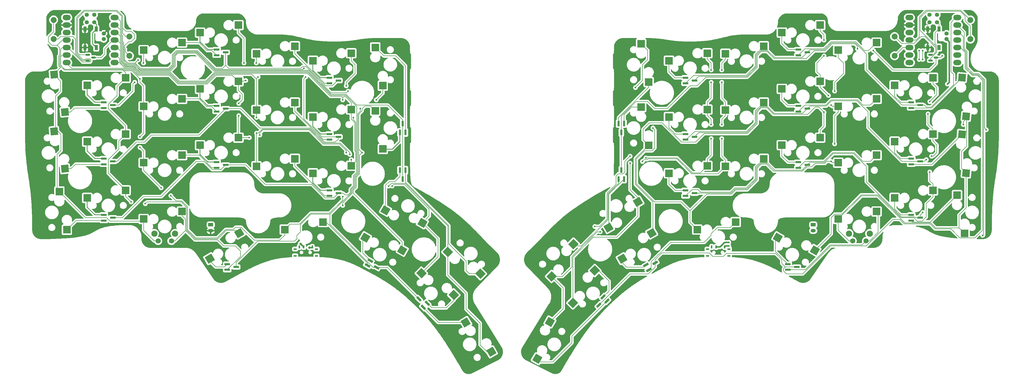
<source format=gbl>
G04 #@! TF.GenerationSoftware,KiCad,Pcbnew,7.0.5*
G04 #@! TF.CreationDate,2023-06-13T17:14:03+02:00*
G04 #@! TF.ProjectId,mykeeb_v7a5,6d796b65-6562-45f7-9637-61352e6b6963,rev?*
G04 #@! TF.SameCoordinates,Original*
G04 #@! TF.FileFunction,Copper,L2,Bot*
G04 #@! TF.FilePolarity,Positive*
%FSLAX46Y46*%
G04 Gerber Fmt 4.6, Leading zero omitted, Abs format (unit mm)*
G04 Created by KiCad (PCBNEW 7.0.5) date 2023-06-13 17:14:03*
%MOMM*%
%LPD*%
G01*
G04 APERTURE LIST*
G04 Aperture macros list*
%AMRoundRect*
0 Rectangle with rounded corners*
0 $1 Rounding radius*
0 $2 $3 $4 $5 $6 $7 $8 $9 X,Y pos of 4 corners*
0 Add a 4 corners polygon primitive as box body*
4,1,4,$2,$3,$4,$5,$6,$7,$8,$9,$2,$3,0*
0 Add four circle primitives for the rounded corners*
1,1,$1+$1,$2,$3*
1,1,$1+$1,$4,$5*
1,1,$1+$1,$6,$7*
1,1,$1+$1,$8,$9*
0 Add four rect primitives between the rounded corners*
20,1,$1+$1,$2,$3,$4,$5,0*
20,1,$1+$1,$4,$5,$6,$7,0*
20,1,$1+$1,$6,$7,$8,$9,0*
20,1,$1+$1,$8,$9,$2,$3,0*%
%AMRotRect*
0 Rectangle, with rotation*
0 The origin of the aperture is its center*
0 $1 length*
0 $2 width*
0 $3 Rotation angle, in degrees counterclockwise*
0 Add horizontal line*
21,1,$1,$2,0,0,$3*%
G04 Aperture macros list end*
G04 #@! TA.AperFunction,ComponentPad*
%ADD10C,1.750000*%
G04 #@! TD*
G04 #@! TA.AperFunction,ComponentPad*
%ADD11C,2.100000*%
G04 #@! TD*
G04 #@! TA.AperFunction,SMDPad,CuDef*
%ADD12RotRect,2.550000X2.500000X150.000000*%
G04 #@! TD*
G04 #@! TA.AperFunction,SMDPad,CuDef*
%ADD13RotRect,2.550000X2.500000X95.000000*%
G04 #@! TD*
G04 #@! TA.AperFunction,SMDPad,CuDef*
%ADD14RotRect,2.550000X2.500000X265.000000*%
G04 #@! TD*
G04 #@! TA.AperFunction,SMDPad,CuDef*
%ADD15R,2.500000X2.550000*%
G04 #@! TD*
G04 #@! TA.AperFunction,SMDPad,CuDef*
%ADD16R,2.550000X2.500000*%
G04 #@! TD*
G04 #@! TA.AperFunction,ComponentPad*
%ADD17C,2.000000*%
G04 #@! TD*
G04 #@! TA.AperFunction,SMDPad,CuDef*
%ADD18RotRect,2.550000X2.500000X45.000000*%
G04 #@! TD*
G04 #@! TA.AperFunction,SMDPad,CuDef*
%ADD19RotRect,2.550000X2.500000X225.000000*%
G04 #@! TD*
G04 #@! TA.AperFunction,SMDPad,CuDef*
%ADD20RotRect,2.550000X2.500000X135.000000*%
G04 #@! TD*
G04 #@! TA.AperFunction,SMDPad,CuDef*
%ADD21RotRect,2.550000X2.500000X120.000000*%
G04 #@! TD*
G04 #@! TA.AperFunction,ComponentPad*
%ADD22RoundRect,0.250000X-0.625000X0.350000X-0.625000X-0.350000X0.625000X-0.350000X0.625000X0.350000X0*%
G04 #@! TD*
G04 #@! TA.AperFunction,ComponentPad*
%ADD23O,1.750000X1.200000*%
G04 #@! TD*
G04 #@! TA.AperFunction,SMDPad,CuDef*
%ADD24RotRect,2.550000X2.500000X315.000000*%
G04 #@! TD*
G04 #@! TA.AperFunction,SMDPad,CuDef*
%ADD25RotRect,2.550000X2.500000X210.000000*%
G04 #@! TD*
G04 #@! TA.AperFunction,SMDPad,CuDef*
%ADD26RotRect,2.550000X2.500000X30.000000*%
G04 #@! TD*
G04 #@! TA.AperFunction,SMDPad,CuDef*
%ADD27RotRect,2.550000X2.500000X330.000000*%
G04 #@! TD*
G04 #@! TA.AperFunction,SMDPad,CuDef*
%ADD28RotRect,2.550000X2.500000X240.000000*%
G04 #@! TD*
G04 #@! TA.AperFunction,SMDPad,CuDef*
%ADD29R,1.900000X0.800000*%
G04 #@! TD*
G04 #@! TA.AperFunction,SMDPad,CuDef*
%ADD30R,0.800000X1.900000*%
G04 #@! TD*
G04 #@! TA.AperFunction,SMDPad,CuDef*
%ADD31RotRect,1.900000X0.800000X330.000000*%
G04 #@! TD*
G04 #@! TA.AperFunction,ComponentPad*
%ADD32O,2.750000X1.800000*%
G04 #@! TD*
G04 #@! TA.AperFunction,ComponentPad*
%ADD33C,1.397000*%
G04 #@! TD*
G04 #@! TA.AperFunction,SMDPad,CuDef*
%ADD34R,0.600000X1.000000*%
G04 #@! TD*
G04 #@! TA.AperFunction,SMDPad,CuDef*
%ADD35R,1.100000X0.600000*%
G04 #@! TD*
G04 #@! TA.AperFunction,SMDPad,CuDef*
%ADD36R,1.000000X0.600000*%
G04 #@! TD*
G04 #@! TA.AperFunction,SMDPad,CuDef*
%ADD37RotRect,1.900000X0.800000X30.000000*%
G04 #@! TD*
G04 #@! TA.AperFunction,SMDPad,CuDef*
%ADD38RotRect,1.900000X0.800000X135.000000*%
G04 #@! TD*
G04 #@! TA.AperFunction,SMDPad,CuDef*
%ADD39R,1.000000X1.700000*%
G04 #@! TD*
G04 #@! TA.AperFunction,SMDPad,CuDef*
%ADD40RoundRect,0.150000X-0.587500X-0.150000X0.587500X-0.150000X0.587500X0.150000X-0.587500X0.150000X0*%
G04 #@! TD*
G04 #@! TA.AperFunction,SMDPad,CuDef*
%ADD41RotRect,1.900000X0.800000X225.000000*%
G04 #@! TD*
G04 #@! TA.AperFunction,ViaPad*
%ADD42C,0.800000*%
G04 #@! TD*
G04 #@! TA.AperFunction,ViaPad*
%ADD43C,0.600000*%
G04 #@! TD*
G04 #@! TA.AperFunction,Conductor*
%ADD44C,0.500000*%
G04 #@! TD*
G04 #@! TA.AperFunction,Conductor*
%ADD45C,0.200000*%
G04 #@! TD*
G04 #@! TA.AperFunction,Conductor*
%ADD46C,0.250000*%
G04 #@! TD*
G04 APERTURE END LIST*
D10*
X299598691Y-119766661D03*
X304098691Y-119766661D03*
D11*
X298338691Y-117276661D03*
X305348691Y-117276661D03*
D12*
X147497875Y-122942008D03*
X135032765Y-118678212D03*
D13*
X33614118Y-76148365D03*
X29957121Y-63491932D03*
D14*
X336498254Y-83691626D03*
X337901926Y-96790811D03*
D15*
X230703611Y-65968613D03*
X228163611Y-53041613D03*
D16*
X73112385Y-71715303D03*
X60185385Y-74255303D03*
D17*
X29765650Y-44970353D03*
X29765650Y-51470353D03*
D18*
X197922201Y-131769927D03*
X205266919Y-120833107D03*
D16*
X54062385Y-102671603D03*
X41135385Y-105211603D03*
X111212385Y-72906003D03*
X98285385Y-75446003D03*
X307665675Y-52665301D03*
X294738675Y-55205301D03*
X326715659Y-83621603D03*
X313788659Y-86161603D03*
X269565643Y-53855927D03*
X256638643Y-56395927D03*
X92162385Y-46712171D03*
X79235385Y-49252171D03*
D15*
X34250385Y-115974847D03*
X31710385Y-103047847D03*
D16*
X120737409Y-113387347D03*
X107810409Y-115927347D03*
D19*
X212470227Y-129794283D03*
X205125509Y-140731103D03*
D20*
X164885652Y-138056118D03*
X153948832Y-130711400D03*
D16*
X54062353Y-64571561D03*
X41135353Y-67111561D03*
D21*
X177579927Y-157300700D03*
X168916723Y-147375590D03*
D22*
X82817255Y-114300096D03*
D23*
X82817255Y-116300096D03*
D24*
X162910008Y-123508092D03*
X173846828Y-130852810D03*
D16*
X307665675Y-109815409D03*
X294738675Y-112355409D03*
D12*
X286801101Y-122942008D03*
X274335991Y-118678212D03*
D25*
X231714809Y-117100008D03*
X221789699Y-125763212D03*
D16*
X269565659Y-72906003D03*
X256638659Y-75446003D03*
X326715659Y-102671603D03*
X313788659Y-105211603D03*
X111212385Y-91956003D03*
X98285385Y-94496003D03*
X250515659Y-94337203D03*
X237588659Y-96877203D03*
D26*
X217151161Y-115243028D03*
X227076271Y-106579824D03*
D16*
X250515659Y-75287203D03*
X237588659Y-77827203D03*
X130262385Y-94337203D03*
X117335385Y-96877203D03*
X326715691Y-64571561D03*
X313788691Y-67111561D03*
X92162385Y-84812203D03*
X79235385Y-87352203D03*
X307665659Y-71715303D03*
X294738659Y-74255303D03*
X260040635Y-113387347D03*
X247113635Y-115927347D03*
X73112385Y-90765303D03*
X60185385Y-93305303D03*
X288615659Y-65762203D03*
X275688659Y-68302203D03*
D15*
X230703611Y-87399881D03*
X228163611Y-74472881D03*
D16*
X288615659Y-46712171D03*
X275688659Y-49252171D03*
X130262417Y-56237179D03*
X117335417Y-58777179D03*
D15*
X138390433Y-54284613D03*
X140930433Y-67211613D03*
D16*
X288615659Y-84812203D03*
X275688659Y-87352203D03*
X250515627Y-56237179D03*
X237588627Y-58777179D03*
D27*
X141824243Y-109401028D03*
X154289353Y-113664824D03*
D28*
X197356117Y-147182060D03*
X193092321Y-159647170D03*
D16*
X130262385Y-75287203D03*
X117335385Y-77827203D03*
X73112369Y-52665301D03*
X60185369Y-55205301D03*
X73112369Y-109815409D03*
X60185369Y-112355409D03*
D13*
X33614118Y-95331165D03*
X29957121Y-82674732D03*
D17*
X55364109Y-50601605D03*
X55364109Y-57101605D03*
D15*
X334843659Y-104290847D03*
X337383659Y-117217847D03*
X138390433Y-75715881D03*
X140930433Y-88642881D03*
D17*
X339328394Y-44970353D03*
X339328394Y-51470353D03*
D25*
X92411583Y-117100008D03*
X82486473Y-125763212D03*
D17*
X313729935Y-50601605D03*
X313729935Y-57101605D03*
D14*
X336498254Y-64508826D03*
X337901926Y-77608011D03*
D16*
X54062385Y-83621603D03*
X41135385Y-86161603D03*
X269565659Y-91956003D03*
X256638659Y-94496003D03*
X92162385Y-65762203D03*
X79235385Y-68302203D03*
X111212401Y-53855927D03*
X98285401Y-56395927D03*
X307665659Y-90765303D03*
X294738659Y-93305303D03*
D10*
X65045369Y-119766661D03*
X69545369Y-119766661D03*
D11*
X63785369Y-117276661D03*
X70795369Y-117276661D03*
D29*
X46720353Y-93818828D03*
X46720353Y-91918828D03*
X49720353Y-92868828D03*
D30*
X146687624Y-95821958D03*
X148587624Y-95821958D03*
X147637624Y-98821958D03*
D29*
X281273659Y-95009454D03*
X281273659Y-93109454D03*
X284273659Y-94059454D03*
X281273659Y-75959438D03*
X281273659Y-74059438D03*
X284273659Y-75009438D03*
D31*
X135743265Y-128065019D03*
X136693265Y-126419571D03*
X138816341Y-128742295D03*
D29*
X277701781Y-129537608D03*
X277701781Y-127637608D03*
X280701781Y-128587608D03*
X243173627Y-66434430D03*
X243173627Y-64534430D03*
X246173627Y-65484430D03*
D30*
X148587624Y-83057881D03*
X146687624Y-83057881D03*
X147637624Y-80057881D03*
D29*
X319373691Y-112868844D03*
X319373691Y-110968844D03*
X322373691Y-111918844D03*
X46720353Y-112868844D03*
X46720353Y-110968844D03*
X49720353Y-111918844D03*
X122920417Y-104534462D03*
X122920417Y-102634462D03*
X125920417Y-103584462D03*
X243173627Y-85484446D03*
X243173627Y-83584446D03*
X246173627Y-84534446D03*
X88392263Y-129537608D03*
X88392263Y-127637608D03*
X91392263Y-128587608D03*
D32*
X334921821Y-44172231D03*
X334921821Y-46712231D03*
X334921821Y-49252231D03*
X334921821Y-51792231D03*
X334921821Y-54332231D03*
X334921821Y-56872231D03*
X334921821Y-59412231D03*
X318731821Y-59412231D03*
X318731821Y-56872231D03*
X318731821Y-54332231D03*
X318731821Y-51792231D03*
X318731821Y-49252231D03*
X318731821Y-46712231D03*
X318731821Y-44172231D03*
D33*
X328096821Y-43220231D03*
X325556821Y-43220231D03*
X328096821Y-45760231D03*
X325556821Y-45760231D03*
X331271821Y-51475231D03*
X331271821Y-49570231D03*
D29*
X243173627Y-104534462D03*
X243173627Y-102634462D03*
X246173627Y-103584462D03*
X122920417Y-66434430D03*
X122920417Y-64534430D03*
X125920417Y-65484430D03*
D34*
X112720409Y-121822730D03*
X114220409Y-121822730D03*
X117120409Y-121822730D03*
D35*
X118520409Y-122529730D03*
D36*
X111320409Y-122529730D03*
X118520409Y-124815730D03*
D35*
X111320409Y-124815730D03*
D37*
X230752703Y-129565019D03*
X229802703Y-127919571D03*
X232875779Y-127242295D03*
D29*
X122920417Y-85484446D03*
X122920417Y-83584446D03*
X125920417Y-84534446D03*
D32*
X50362223Y-44172231D03*
X50362223Y-46712231D03*
X50362223Y-49252231D03*
X50362223Y-51792231D03*
X50362223Y-54332231D03*
X50362223Y-56872231D03*
X50362223Y-59412231D03*
X34172223Y-59412231D03*
X34172223Y-56872231D03*
X34172223Y-54332231D03*
X34172223Y-51792231D03*
X34172223Y-49252231D03*
X34172223Y-46712231D03*
X34172223Y-44172231D03*
D33*
X43537223Y-43220231D03*
X40997223Y-43220231D03*
X43537223Y-45760231D03*
X40997223Y-45760231D03*
X46712223Y-51475231D03*
X46712223Y-49570231D03*
D29*
X319373691Y-93818828D03*
X319373691Y-91918828D03*
X322373691Y-92868828D03*
D38*
X155918479Y-140882777D03*
X154574976Y-142226280D03*
X153125407Y-139433208D03*
D34*
X251973635Y-121822730D03*
X253473635Y-121822730D03*
X256373635Y-121822730D03*
D35*
X257773635Y-122529730D03*
D36*
X250573635Y-122529730D03*
X257773635Y-124815730D03*
D35*
X250573635Y-124815730D03*
D22*
X286276789Y-114300096D03*
D23*
X286276789Y-116300096D03*
D39*
X328726821Y-54346918D03*
X328726821Y-48046918D03*
X324926821Y-54346918D03*
X324926821Y-48046918D03*
D29*
X84820385Y-56909422D03*
X84820385Y-55009422D03*
X87820385Y-55959422D03*
X46720353Y-74768812D03*
X46720353Y-72868812D03*
X49720353Y-73818812D03*
D30*
X222406420Y-98821958D03*
X220506420Y-98821958D03*
X221456420Y-95821958D03*
D29*
X281273659Y-56909422D03*
X281273659Y-55009422D03*
X284273659Y-55959422D03*
D39*
X44167223Y-54346918D03*
X44167223Y-48046918D03*
X40367223Y-54346918D03*
X40367223Y-48046918D03*
D29*
X319373691Y-74768812D03*
X319373691Y-72868812D03*
X322373691Y-73818812D03*
X84820385Y-75959438D03*
X84820385Y-74059438D03*
X87820385Y-75009438D03*
D40*
X41329723Y-58695361D03*
X41329723Y-56795361D03*
X43204723Y-57745361D03*
D29*
X84820385Y-95009454D03*
X84820385Y-93109454D03*
X87820385Y-94059454D03*
D41*
X215296886Y-138761456D03*
X216640389Y-140104959D03*
X213847317Y-141554528D03*
D40*
X325889321Y-58695361D03*
X325889321Y-56795361D03*
X327764321Y-57745361D03*
D30*
X220506420Y-80057881D03*
X222406420Y-80057881D03*
X221456420Y-83057881D03*
D42*
X116102470Y-122022730D03*
D43*
X66079743Y-67270369D03*
X135136051Y-83939133D03*
X133945425Y-61317239D03*
X114895409Y-108942279D03*
X106561027Y-68460995D03*
X87511011Y-80367255D03*
X49410979Y-79176629D03*
X55364109Y-67270369D03*
X74414125Y-118467287D03*
X104179775Y-87511011D03*
X166092327Y-143470433D03*
X144065746Y-91678202D03*
X133945425Y-58935987D03*
X85129759Y-115490722D03*
X129182921Y-84534446D03*
X37504719Y-59531300D03*
X106561027Y-87511011D03*
X47029727Y-98226645D03*
X68460995Y-86320385D03*
X105370401Y-68460995D03*
X85129759Y-116681348D03*
X68460995Y-67270369D03*
X84534446Y-117276661D03*
X124420417Y-89892263D03*
X31551589Y-47625040D03*
X80367255Y-114300096D03*
X36314093Y-45243788D03*
X80962568Y-117276661D03*
X66079743Y-86320385D03*
X123229791Y-89892263D03*
X31551589Y-46434414D03*
X129778234Y-118467287D03*
X133945425Y-60126613D03*
X81557881Y-62507865D03*
X25003146Y-80367255D03*
X113704783Y-108942279D03*
X116086035Y-108942279D03*
X104179775Y-68460995D03*
X105370401Y-87511011D03*
X86320385Y-80367255D03*
X85129759Y-80367255D03*
X67270369Y-86320385D03*
X36314093Y-52982857D03*
X47029727Y-79176629D03*
X168473579Y-135136051D03*
X80367255Y-115490722D03*
X25003146Y-99417271D03*
X80367255Y-116681348D03*
X127992295Y-122634478D03*
X125611043Y-89892263D03*
X67270369Y-67270369D03*
X95845393Y-68460995D03*
X72032873Y-61317239D03*
X138707929Y-82748507D03*
X38100032Y-66675056D03*
X119062600Y-73818812D03*
X57745361Y-98226645D03*
X125611043Y-72628186D03*
X48220353Y-79176629D03*
X54173483Y-47625040D03*
X48220353Y-98226645D03*
X91678202Y-120253226D03*
X51792231Y-90487576D03*
X58340674Y-58535510D03*
X57150048Y-66079743D03*
X114300096Y-61317239D03*
X114895409Y-64293804D03*
X129182921Y-69056308D03*
X130968860Y-77986003D03*
D42*
X113143657Y-120745978D03*
D43*
X55959422Y-106561027D03*
X60721926Y-107156340D03*
X66079743Y-101798523D03*
X138707929Y-72032873D03*
X127396982Y-107751653D03*
X60126613Y-59531300D03*
X133350112Y-75009438D03*
X69353965Y-104477431D03*
X58935987Y-84534446D03*
X58935987Y-64889117D03*
X58935987Y-88106324D03*
X127396982Y-104775088D03*
X99417271Y-83939133D03*
X95845393Y-84812203D03*
X133945425Y-89892263D03*
X94654767Y-65484430D03*
X94059454Y-59531300D03*
X92273515Y-73223499D03*
X128587608Y-89892263D03*
X92273515Y-77390690D03*
X98226645Y-59531300D03*
X129778234Y-90487576D03*
X144065746Y-101203210D03*
X98285385Y-77986003D03*
X98285385Y-83285080D03*
X98821958Y-64293804D03*
X142875120Y-101203210D03*
X127396982Y-72032873D03*
X128587608Y-67270369D03*
X130262385Y-92273515D03*
X257770529Y-121443852D03*
X344686227Y-82153194D03*
X324445585Y-92273515D03*
X343495601Y-117871974D03*
X323254959Y-110132905D03*
X329803402Y-57150048D03*
X301228378Y-54768796D03*
X306586195Y-55364109D03*
X336947158Y-80367255D03*
X325040898Y-76795377D03*
X326231524Y-91082889D03*
X325636211Y-96440706D03*
X325636211Y-72628186D03*
X292298683Y-92868828D03*
X293489309Y-86915698D03*
X293489309Y-69056308D03*
X292298683Y-73818812D03*
X232172070Y-81557881D03*
X226218940Y-67865682D03*
X291405713Y-70544590D03*
X289917431Y-76200064D03*
X289917431Y-51792231D03*
X289917431Y-57150048D03*
X255389277Y-80367255D03*
X323254959Y-58340674D03*
X228600192Y-92868828D03*
X255389277Y-85129759D03*
X323254959Y-55364109D03*
X255389277Y-61912552D03*
X224433001Y-93464141D03*
X255389277Y-66079743D03*
X322064333Y-58340674D03*
X212526741Y-114895409D03*
X251817399Y-61912552D03*
X224433001Y-91082889D03*
X251817399Y-85129759D03*
X251817399Y-66079743D03*
X229790818Y-91678202D03*
X251817399Y-80367255D03*
X214312680Y-116681348D03*
X322064333Y-55364109D03*
X334565906Y-62507865D03*
X244673643Y-89892263D03*
X273248667Y-61317239D03*
X270272102Y-125611043D03*
X263128346Y-87511011D03*
X264318972Y-87511011D03*
X235148635Y-58935987D03*
X281583049Y-61317239D03*
X301823691Y-67270369D03*
X287536179Y-117871974D03*
X317897142Y-71437560D03*
X245864269Y-89892263D03*
X340519036Y-47625040D03*
X273248667Y-68460995D03*
X330398715Y-53578170D03*
X243483017Y-70842247D03*
X235148635Y-61317239D03*
X307776821Y-120253226D03*
X254198651Y-70842247D03*
X339328410Y-86915698D03*
X283964301Y-117276661D03*
X311348699Y-111323531D03*
X311348699Y-63698491D03*
X255389277Y-108942279D03*
X323850272Y-46434414D03*
X263128346Y-68460995D03*
X286345553Y-117871974D03*
X340519036Y-48815666D03*
X288131492Y-115490722D03*
X319683081Y-79176629D03*
X254198651Y-123825104D03*
X300633065Y-67270369D03*
X314325264Y-113704783D03*
X288726805Y-116086035D03*
X243483017Y-89892263D03*
X300633065Y-86320385D03*
X282773675Y-61317239D03*
X301823691Y-86320385D03*
X330398715Y-55364109D03*
X319683081Y-98226645D03*
X254198651Y-108942279D03*
X285154927Y-117871974D03*
X244673643Y-70842247D03*
X320873707Y-79176629D03*
X222647062Y-69651621D03*
X330398715Y-64889117D03*
X253008025Y-108942279D03*
X326231524Y-50006292D03*
X283964301Y-116086035D03*
X283964301Y-61317239D03*
X288726805Y-117276661D03*
X320873707Y-98226645D03*
X303014317Y-86320385D03*
X330398715Y-47625040D03*
X238125200Y-125611043D03*
X338137784Y-47625040D03*
X294679935Y-119062600D03*
X332779967Y-117276661D03*
X284559614Y-115490722D03*
X245864269Y-70842247D03*
X283964301Y-131564173D03*
X264318972Y-68460995D03*
X303014317Y-67270369D03*
X235148635Y-60126613D03*
X242292391Y-122039165D03*
X265509598Y-87511011D03*
X322064333Y-79176629D03*
X322064333Y-98226645D03*
X254198651Y-89892263D03*
X265509598Y-68460995D03*
X323850272Y-52387544D03*
X257770529Y-120253226D03*
X331589341Y-66675056D03*
D44*
X116118905Y-122039165D02*
X116903974Y-122039165D01*
X116102470Y-122022730D02*
X116118905Y-122039165D01*
X116903974Y-122039165D02*
X117120409Y-121822730D01*
D45*
X52714544Y-48281439D02*
X52714544Y-50003709D01*
X115028274Y-60721926D02*
X121576717Y-67270369D01*
X51792231Y-73818812D02*
X49720353Y-73818812D01*
X87820385Y-60359674D02*
X88796638Y-61335927D01*
X123825104Y-67270369D02*
X125611043Y-65484430D01*
X49887223Y-44172231D02*
X51108579Y-44172231D01*
X125611043Y-65484430D02*
X125920417Y-65484430D01*
X54895916Y-59564865D02*
X57311319Y-59564865D01*
X87820385Y-55959422D02*
X87820385Y-60359674D01*
X56554735Y-66675056D02*
X56554735Y-69056308D01*
X88796638Y-61335927D02*
X113239610Y-61335927D01*
X78300091Y-55305422D02*
X84404160Y-61409491D01*
X58340674Y-58535510D02*
X57311319Y-59564865D01*
X69861247Y-60182717D02*
X69861247Y-56743704D01*
X57311319Y-59564865D02*
X59155945Y-61409491D01*
X52714544Y-50003709D02*
X53041544Y-50330709D01*
X59155945Y-61409491D02*
X68634473Y-61409491D01*
X84404160Y-61409491D02*
X86770568Y-61409491D01*
X113239610Y-61335927D02*
X113853611Y-60721926D01*
X53368544Y-54632316D02*
X53695544Y-54959316D01*
X53041544Y-50330709D02*
X53041544Y-52249513D01*
X53041544Y-52249513D02*
X53368544Y-52576513D01*
X57150048Y-66079743D02*
X56554735Y-66675056D01*
X121576717Y-67270369D02*
X123825104Y-67270369D01*
X68634473Y-61409491D02*
X69861247Y-60182717D01*
X113853611Y-60721926D02*
X115028274Y-60721926D01*
X86770568Y-61409491D02*
X87820385Y-60359674D01*
X71299529Y-55305422D02*
X78300091Y-55305422D01*
X56554735Y-69056308D02*
X51792231Y-73818812D01*
X52387544Y-47954439D02*
X52714544Y-48281439D01*
X51108579Y-44172231D02*
X52387544Y-45451196D01*
X52387544Y-45451196D02*
X52387544Y-47954439D01*
X69861247Y-56743704D02*
X71299529Y-55305422D01*
X53695544Y-58364493D02*
X54895916Y-59564865D01*
X53695544Y-54959316D02*
X53695544Y-58364493D01*
X53368544Y-52576513D02*
X53368544Y-54632316D01*
X114300096Y-78500635D02*
X114300096Y-64889117D01*
X52387544Y-48416887D02*
X50682888Y-46712231D01*
X50682888Y-46712231D02*
X49887223Y-46712231D01*
X99417271Y-81557881D02*
X116432446Y-81557881D01*
X53041544Y-52711961D02*
X52714544Y-52384961D01*
X60424270Y-86320385D02*
X62805522Y-83939133D01*
X125920417Y-84534446D02*
X120333907Y-84534446D01*
X78164643Y-55632422D02*
X71434977Y-55632422D01*
X78890690Y-83939133D02*
X87820385Y-75009438D01*
X121194950Y-86320385D02*
X124872760Y-86320385D01*
X53368544Y-55094764D02*
X53041544Y-54767764D01*
X57745361Y-86320385D02*
X60424270Y-86320385D01*
X51196918Y-92868828D02*
X57745361Y-86320385D01*
X125920417Y-85272728D02*
X125920417Y-84534446D01*
X113880844Y-61736491D02*
X84268712Y-61736491D01*
X62805522Y-83939133D02*
X78890690Y-83939133D01*
X52714544Y-50466157D02*
X52387544Y-50139157D01*
X49720353Y-92868828D02*
X51196918Y-92868828D01*
X92868828Y-75009438D02*
X99417271Y-81557881D01*
X70188247Y-56879152D02*
X70188247Y-60318165D01*
X114300096Y-61317239D02*
X113880844Y-61736491D01*
X116432446Y-81557881D02*
X121194950Y-86320385D01*
X52714544Y-52384961D02*
X52714544Y-50466157D01*
X124872760Y-86320385D02*
X125920417Y-85272728D01*
X68769921Y-61736491D02*
X59020497Y-61736491D01*
X114300096Y-64889117D02*
X114895409Y-64293804D01*
X71434977Y-55632422D02*
X70188247Y-56879152D01*
X87820385Y-75009438D02*
X92868828Y-75009438D01*
X70188247Y-60318165D02*
X68769921Y-61736491D01*
X52387544Y-50139157D02*
X52387544Y-48416887D01*
X59020497Y-61736491D02*
X57175871Y-59891865D01*
X84268712Y-61736491D02*
X78164643Y-55632422D01*
X54760468Y-59891865D02*
X53368544Y-58499941D01*
X120333907Y-84534446D02*
X114300096Y-78500635D01*
X57175871Y-59891865D02*
X54760468Y-59891865D01*
X53041544Y-54767764D02*
X53041544Y-52711961D01*
X53368544Y-58499941D02*
X53368544Y-55094764D01*
X84133264Y-62063491D02*
X78029195Y-55959422D01*
X128146982Y-104179775D02*
X127551669Y-103584462D01*
X131832486Y-89166668D02*
X132100799Y-89434981D01*
X123411104Y-69601710D02*
X115872885Y-62063491D01*
X68905369Y-62063491D02*
X58885049Y-62063491D01*
X52714544Y-54903212D02*
X52714544Y-52847409D01*
X127551669Y-103584462D02*
X125920417Y-103584462D01*
X52387544Y-52520409D02*
X52387544Y-50601605D01*
X130968860Y-101203210D02*
X129987860Y-102184210D01*
X83365255Y-95636454D02*
X80597629Y-92868828D01*
X130968860Y-97782276D02*
X130968860Y-101203210D01*
X57040423Y-60218865D02*
X54625020Y-60218865D01*
X132100799Y-96650337D02*
X130968860Y-97782276D01*
X101203210Y-100607897D02*
X116911723Y-100607897D01*
X121465288Y-105161462D02*
X124343417Y-105161462D01*
X52982857Y-111918844D02*
X49720353Y-111918844D01*
X86243385Y-95636454D02*
X83365255Y-95636454D01*
X52714544Y-52847409D02*
X52387544Y-52520409D01*
X128637519Y-69601710D02*
X123411104Y-69601710D01*
X129152094Y-104179775D02*
X128146982Y-104179775D01*
X116911723Y-100607897D02*
X121465288Y-105161462D01*
X70515247Y-60453613D02*
X68905369Y-62063491D01*
X71570425Y-55959422D02*
X70515247Y-57014600D01*
X66079743Y-104775088D02*
X60126613Y-104775088D01*
X53041544Y-58635389D02*
X53041544Y-55230212D01*
X129987860Y-102184210D02*
X129987860Y-103344009D01*
X53041544Y-55230212D02*
X52714544Y-54903212D01*
X52387544Y-50601605D02*
X51038170Y-49252231D01*
X130968860Y-78789170D02*
X131832486Y-79652796D01*
X129182921Y-69056308D02*
X128637519Y-69601710D01*
X94654767Y-94059454D02*
X101203210Y-100607897D01*
X70515247Y-57014600D02*
X70515247Y-60453613D01*
X77986003Y-92868828D02*
X66079743Y-104775088D01*
X130968860Y-77986003D02*
X130968860Y-78789170D01*
X58885049Y-62063491D02*
X57040423Y-60218865D01*
X54625020Y-60218865D02*
X53041544Y-58635389D01*
X80597629Y-92868828D02*
X77986003Y-92868828D01*
X115872885Y-62063491D02*
X84133264Y-62063491D01*
X131832486Y-79652796D02*
X131832486Y-89166668D01*
X132100799Y-89434981D02*
X132100799Y-96650337D01*
X124343417Y-105161462D02*
X125920417Y-103584462D01*
X51038170Y-49252231D02*
X49887223Y-49252231D01*
X129987860Y-103344009D02*
X129152094Y-104179775D01*
X87820385Y-94059454D02*
X94654767Y-94059454D01*
X78029195Y-55959422D02*
X71570425Y-55959422D01*
X87820385Y-94059454D02*
X86243385Y-95636454D01*
X60126613Y-104775088D02*
X52982857Y-111918844D01*
X47029727Y-56554735D02*
X45839101Y-57745361D01*
X123535193Y-70188247D02*
X115737437Y-62390491D01*
X77888585Y-56286422D02*
X71705873Y-56286422D01*
X52714544Y-55365660D02*
X52387544Y-55038660D01*
X56904975Y-60545865D02*
X54489572Y-60545865D01*
X49887223Y-51792231D02*
X47029727Y-54649727D01*
X128528921Y-70188247D02*
X123535193Y-70188247D01*
X58749601Y-62390491D02*
X56904975Y-60545865D01*
X83992654Y-62390491D02*
X77888585Y-56286422D01*
X54489572Y-60545865D02*
X52714544Y-58770837D01*
X45839101Y-57745361D02*
X43204723Y-57745361D01*
X147637624Y-80057881D02*
X147637624Y-98821958D01*
X70842247Y-60589061D02*
X69040817Y-62390491D01*
X147637624Y-80057881D02*
X147637624Y-78806594D01*
X70842247Y-57150048D02*
X70842247Y-60589061D01*
X69040817Y-62390491D02*
X58749601Y-62390491D01*
X115737437Y-62390491D02*
X83992654Y-62390491D01*
X142661438Y-73830408D02*
X132171082Y-73830408D01*
X47029727Y-54649727D02*
X47029727Y-56554735D01*
X147637624Y-78806594D02*
X142661438Y-73830408D01*
X52714544Y-58770837D02*
X52714544Y-55365660D01*
X132171082Y-73830408D02*
X128528921Y-70188247D01*
X51196918Y-51792231D02*
X49887223Y-51792231D01*
X52387544Y-55038660D02*
X52387544Y-52982857D01*
X52387544Y-52982857D02*
X51196918Y-51792231D01*
X71705873Y-56286422D02*
X70842247Y-57150048D01*
D46*
X119742274Y-64475674D02*
X117276661Y-62010061D01*
X117276661Y-62010061D02*
X117276661Y-58718423D01*
X122861661Y-64475674D02*
X119742274Y-64475674D01*
D45*
X123066099Y-114172691D02*
X137635703Y-128742295D01*
X130314860Y-103479457D02*
X123066099Y-110728218D01*
X54354124Y-60872865D02*
X56769527Y-60872865D01*
X132427799Y-96785785D02*
X131295860Y-97917724D01*
X132159486Y-74281260D02*
X132159486Y-89031220D01*
X131295860Y-101338658D02*
X130314860Y-102319658D01*
X130314860Y-102319658D02*
X130314860Y-103479457D01*
X98635568Y-119844303D02*
X111137141Y-119844303D01*
X113109470Y-114300096D02*
X116681348Y-110728218D01*
X51218667Y-54332231D02*
X52387544Y-55501108D01*
X111918844Y-119062600D02*
X111918844Y-117871974D01*
X69223013Y-62717491D02*
X72199578Y-65694056D01*
X123399745Y-70515247D02*
X128393473Y-70515247D01*
X132427799Y-89299533D02*
X132427799Y-96785785D01*
X123066099Y-110728218D02*
X123066099Y-114172691D01*
X91392263Y-128587608D02*
X91392263Y-127087608D01*
X132159486Y-89031220D02*
X132427799Y-89299533D01*
X72199578Y-65694056D02*
X81151537Y-65694056D01*
X81151537Y-65694056D02*
X84128102Y-62717491D01*
X52387544Y-58906285D02*
X54354124Y-60872865D01*
X91392263Y-127087608D02*
X98635568Y-119844303D01*
X56769527Y-60872865D02*
X58614153Y-62717491D01*
X49887223Y-54332231D02*
X51218667Y-54332231D01*
X142434494Y-128742295D02*
X138816341Y-128742295D01*
X116681348Y-110728218D02*
X123066099Y-110728218D01*
X137635703Y-128742295D02*
X138816341Y-128742295D01*
X84128102Y-62717491D02*
X115601989Y-62717491D01*
X128393473Y-70515247D02*
X132159486Y-74281260D01*
X111137141Y-119844303D02*
X111918844Y-119062600D01*
X131295860Y-97917724D02*
X131295860Y-101338658D01*
X58614153Y-62717491D02*
X69223013Y-62717491D01*
X115601989Y-62717491D02*
X123399745Y-70515247D01*
X153125407Y-139433208D02*
X142434494Y-128742295D01*
X52387544Y-55501108D02*
X52387544Y-58906285D01*
X113109470Y-116681348D02*
X113109470Y-114300096D01*
X111918844Y-117871974D02*
X113109470Y-116681348D01*
X31492902Y-57196648D02*
X31492902Y-60530374D01*
X29957121Y-82674732D02*
X31211896Y-82674732D01*
X32205545Y-89238307D02*
X30956276Y-90487576D01*
X27979711Y-52387544D02*
X27979711Y-50763672D01*
X31819902Y-56869648D02*
X31492902Y-57196648D01*
X60185369Y-112355409D02*
X59431308Y-113109470D01*
X30444285Y-70758925D02*
X30444285Y-82187568D01*
X34647223Y-51792231D02*
X32742215Y-51792231D01*
X29765650Y-48977733D02*
X29765650Y-44970353D01*
X29170337Y-53578170D02*
X27979711Y-52387544D01*
X31211896Y-82674732D02*
X32205545Y-83668381D01*
X32092556Y-65627367D02*
X32092556Y-69110654D01*
X60185369Y-116194097D02*
X63757933Y-119766661D01*
X63757933Y-119766661D02*
X64995369Y-119766661D01*
X32092556Y-69110654D02*
X30444285Y-70758925D01*
X59431308Y-113109470D02*
X48815666Y-113109470D01*
X30956276Y-90487576D02*
X30956276Y-102293738D01*
X30956276Y-53578170D02*
X29170337Y-53578170D01*
X32088215Y-61125687D02*
X29957121Y-63256781D01*
X29957121Y-63256781D02*
X29957121Y-63491932D01*
X48815666Y-113109470D02*
X47606040Y-111899844D01*
X47606040Y-111899844D02*
X40562382Y-111899844D01*
X40562382Y-111899844D02*
X31710385Y-103047847D01*
X30956276Y-102293738D02*
X31710385Y-103047847D01*
X27979711Y-50763672D02*
X29765650Y-48977733D01*
X31492902Y-60530374D02*
X32088215Y-61125687D01*
X32742215Y-51792231D02*
X30956276Y-53578170D01*
X32205545Y-83668381D02*
X32205545Y-89238307D01*
X30444285Y-82187568D02*
X29957121Y-82674732D01*
X30956276Y-53578170D02*
X31819902Y-54441796D01*
X60185369Y-112355409D02*
X60185369Y-116194097D01*
X29957121Y-63491932D02*
X32092556Y-65627367D01*
X31819902Y-54441796D02*
X31819902Y-56869648D01*
D46*
X44167223Y-46390231D02*
X43537223Y-45760231D01*
X44167223Y-54346918D02*
X42862536Y-53042231D01*
X42862536Y-53042231D02*
X42862536Y-49351605D01*
X44167223Y-48046918D02*
X44167223Y-46390231D01*
X42862536Y-49351605D02*
X44167223Y-48046918D01*
D44*
X113143657Y-120745978D02*
X114220409Y-121822730D01*
D45*
X54062385Y-102671603D02*
X48220353Y-96829571D01*
X91496519Y-116184944D02*
X92411583Y-117100008D01*
X51097387Y-41676597D02*
X40014149Y-41676597D01*
X53041544Y-47683543D02*
X53041544Y-43620754D01*
X33396215Y-61971239D02*
X53140258Y-61971239D01*
X53041544Y-43620754D02*
X51097387Y-41676597D01*
X54062385Y-83621603D02*
X54062385Y-80851470D01*
X42294223Y-58389202D02*
X42294223Y-59001520D01*
X40586064Y-58168361D02*
X42073382Y-58168361D01*
X54062353Y-62893334D02*
X54062353Y-64571561D01*
X48220353Y-75009438D02*
X48220353Y-73521155D01*
X42073382Y-59222361D02*
X39537353Y-59222361D01*
X42294223Y-59001520D02*
X42073382Y-59222361D01*
X51792231Y-88701637D02*
X51792231Y-85891757D01*
X31819902Y-57332096D02*
X31819902Y-60394926D01*
X48220353Y-96829571D02*
X48220353Y-92273515D01*
X39580562Y-58340674D02*
X40413751Y-58340674D01*
X31819902Y-60394926D02*
X33396215Y-61971239D01*
X51792231Y-85891757D02*
X54062385Y-83621603D01*
X37504719Y-56264831D02*
X39580562Y-58340674D01*
X51196918Y-67436996D02*
X54062353Y-64571561D01*
X34647223Y-54332231D02*
X32742215Y-54332231D01*
X61317239Y-106561027D02*
X72836987Y-106561027D01*
X42073382Y-58168361D02*
X42294223Y-58389202D01*
X32146902Y-57005096D02*
X31819902Y-57332096D01*
X54173667Y-48815666D02*
X53041544Y-47683543D01*
X32146902Y-54927544D02*
X32146902Y-57005096D01*
X55959422Y-48815666D02*
X54173667Y-48815666D01*
X32742215Y-54332231D02*
X32146902Y-54927544D01*
X40413751Y-58340674D02*
X40586064Y-58168361D01*
X55959422Y-52387544D02*
X57150048Y-51196918D01*
X60721926Y-107156340D02*
X61317239Y-106561027D01*
X55364109Y-57101605D02*
X54022544Y-55760040D01*
X72836987Y-106561027D02*
X74682438Y-108406478D01*
X48220353Y-92273515D02*
X51792231Y-88701637D01*
X57150048Y-51196918D02*
X57150048Y-50006292D01*
X57150048Y-50006292D02*
X55959422Y-48815666D01*
X74682438Y-108406478D02*
X74682438Y-116145412D01*
X37504719Y-44186027D02*
X37504719Y-56264831D01*
X54022544Y-54823868D02*
X53695544Y-54496868D01*
X54062385Y-104663990D02*
X54062385Y-102671603D01*
X74682438Y-116145412D02*
X77599626Y-119062600D01*
X88007415Y-116184944D02*
X91496519Y-116184944D01*
X54062385Y-80851470D02*
X48220353Y-75009438D01*
X53695544Y-54496868D02*
X53695544Y-53758453D01*
X48220353Y-73521155D02*
X51196918Y-70544590D01*
X40014149Y-41676597D02*
X37504719Y-44186027D01*
X53140258Y-61971239D02*
X54062353Y-62893334D01*
X39537353Y-59222361D02*
X34647223Y-54332231D01*
X54022544Y-55760040D02*
X54022544Y-54823868D01*
X77599626Y-119062600D02*
X85129759Y-119062600D01*
X51196918Y-70544590D02*
X51196918Y-67436996D01*
X85129759Y-119062600D02*
X88007415Y-116184944D01*
X53695544Y-53758453D02*
X55066453Y-52387544D01*
X55959422Y-106561027D02*
X54062385Y-104663990D01*
X55066453Y-52387544D02*
X55959422Y-52387544D01*
X53275706Y-61644239D02*
X33531663Y-61644239D01*
X130641860Y-103614905D02*
X127396982Y-106859783D01*
X84994311Y-118735600D02*
X87871967Y-115857944D01*
X116545900Y-110401218D02*
X122930651Y-110401218D01*
X33531663Y-61644239D02*
X32146902Y-60259478D01*
X69353965Y-104477431D02*
X71110561Y-106234027D01*
X87871967Y-115857944D02*
X90487576Y-115857944D01*
X32146902Y-60259478D02*
X32146902Y-57467544D01*
X60185385Y-95904165D02*
X60185385Y-93305303D01*
X109660409Y-114077347D02*
X112869771Y-114077347D01*
X90487576Y-115857944D02*
X91192544Y-115152976D01*
X75009438Y-116009964D02*
X77735074Y-118735600D01*
X106106324Y-119517303D02*
X107810409Y-117813218D01*
X60126613Y-59531300D02*
X60185369Y-59472544D01*
X132754799Y-89164085D02*
X132754799Y-96921233D01*
X60185369Y-59472544D02*
X60185369Y-55205301D01*
X131622860Y-98053172D02*
X131622860Y-101474106D01*
X127396982Y-105934887D02*
X127396982Y-104775088D01*
X58935987Y-66079743D02*
X60185385Y-67329141D01*
X60185385Y-89355722D02*
X60185385Y-93305303D01*
X66079743Y-101798523D02*
X60185385Y-95904165D01*
X58935987Y-88106324D02*
X60185385Y-89355722D01*
X60185385Y-67329141D02*
X60185385Y-74255303D01*
X132486486Y-76751220D02*
X132486486Y-88895772D01*
X75009438Y-108271030D02*
X75009438Y-116009964D01*
X97490722Y-119517303D02*
X106106324Y-119517303D01*
X112869771Y-114077347D02*
X116545900Y-110401218D01*
X56227735Y-62180865D02*
X53812332Y-62180865D01*
X58935987Y-64889117D02*
X58935987Y-66079743D01*
X131622860Y-101474106D02*
X130641860Y-102455106D01*
X130641860Y-102455106D02*
X130641860Y-103614905D01*
X91192544Y-115152976D02*
X93126395Y-115152976D01*
X60185385Y-74255303D02*
X60185385Y-83285048D01*
X72972435Y-106234027D02*
X75009438Y-108271030D01*
X127396982Y-106859783D02*
X127396982Y-107751653D01*
X132754799Y-96921233D02*
X131622860Y-98053172D01*
X53812332Y-62180865D02*
X53275706Y-61644239D01*
X71110561Y-106234027D02*
X72972435Y-106234027D01*
X93126395Y-115152976D02*
X97490722Y-119517303D01*
X140930433Y-69810369D02*
X140930433Y-67211613D01*
X58935987Y-64889117D02*
X56227735Y-62180865D01*
X133350112Y-75009438D02*
X133350112Y-75887594D01*
X133350112Y-75887594D02*
X132486486Y-76751220D01*
X60185385Y-83285048D02*
X58935987Y-84534446D01*
X32146902Y-57467544D02*
X32742215Y-56872231D01*
X138707929Y-72032873D02*
X140930433Y-69810369D01*
X132486486Y-88895772D02*
X132754799Y-89164085D01*
X32742215Y-56872231D02*
X34647223Y-56872231D01*
X122930651Y-110401218D02*
X127396982Y-105934887D01*
X107810409Y-115927347D02*
X109660409Y-114077347D01*
X77735074Y-118735600D02*
X84994311Y-118735600D01*
X107810409Y-117813218D02*
X107810409Y-115927347D01*
X95845393Y-84812203D02*
X92162385Y-84812203D01*
X53411154Y-61317239D02*
X53947780Y-61853865D01*
X94059454Y-65484430D02*
X93781681Y-65762203D01*
X92162385Y-49299849D02*
X92162385Y-46712171D01*
X136831960Y-74157408D02*
X134872444Y-74157408D01*
X93464141Y-70135804D02*
X92162385Y-68834048D01*
X34647223Y-60126613D02*
X35837849Y-61317239D01*
X93464141Y-72032873D02*
X93464141Y-70135804D01*
X116144722Y-82211881D02*
X100416345Y-82211881D01*
X92162385Y-68834048D02*
X92162385Y-65762203D01*
X99417271Y-83210955D02*
X99417271Y-83939133D01*
X81557881Y-66675056D02*
X84534446Y-63698491D01*
X53947780Y-61853865D02*
X56363183Y-61853865D01*
X84534446Y-63698491D02*
X90098673Y-63698491D01*
X126397908Y-86974385D02*
X120907226Y-86974385D01*
X58207809Y-63698491D02*
X68816669Y-63698491D01*
X130968860Y-103584462D02*
X130968860Y-102590554D01*
X128587608Y-89892263D02*
X128587608Y-89164085D01*
X132813486Y-76886668D02*
X132813486Y-88760324D01*
X133081799Y-90755889D02*
X133945425Y-89892263D01*
X68816669Y-63698491D02*
X71793234Y-66675056D01*
X100416345Y-82211881D02*
X99417271Y-83210955D01*
X128587608Y-89164085D02*
X126397908Y-86974385D01*
X92273515Y-73223499D02*
X93464141Y-72032873D01*
X35837849Y-61317239D02*
X53411154Y-61317239D01*
X133081799Y-97056681D02*
X133081799Y-90755889D01*
X131949860Y-101609554D02*
X131949860Y-98188620D01*
X34647223Y-59412231D02*
X34647223Y-60126613D01*
X147497875Y-120113477D02*
X130968860Y-103584462D01*
X133945425Y-75754729D02*
X132813486Y-76886668D01*
X134872444Y-74157408D02*
X133945425Y-75084427D01*
X93781681Y-65762203D02*
X92162385Y-65762203D01*
X94059454Y-59531300D02*
X94059454Y-51196918D01*
X120907226Y-86974385D02*
X116144722Y-82211881D01*
X138390433Y-75715881D02*
X136831960Y-74157408D01*
X92162385Y-77501820D02*
X92273515Y-77390690D01*
X130968860Y-102590554D02*
X131949860Y-101609554D01*
X92162385Y-84812203D02*
X92162385Y-77501820D01*
X56363183Y-61853865D02*
X58207809Y-63698491D01*
X90098673Y-63698491D02*
X92162385Y-65762203D01*
X94654767Y-65484430D02*
X94059454Y-65484430D01*
X147497875Y-122942008D02*
X147497875Y-120113477D01*
X94059454Y-51196918D02*
X92162385Y-49299849D01*
X132813486Y-88760324D02*
X133945425Y-89892263D01*
X133945425Y-75084427D02*
X133945425Y-75754729D01*
X71793234Y-66675056D02*
X81557881Y-66675056D01*
X131949860Y-98188620D02*
X133081799Y-97056681D01*
X153948832Y-130711400D02*
X159543884Y-125116348D01*
X68952117Y-63371491D02*
X71928682Y-66348056D01*
X98285385Y-64830377D02*
X98821958Y-64293804D01*
X116296998Y-81884881D02*
X100280897Y-81884881D01*
X96709019Y-63371491D02*
X98285385Y-64947857D01*
X98285385Y-64947857D02*
X98285385Y-65543170D01*
X156567319Y-108942279D02*
X156567319Y-111386858D01*
X129778234Y-90487576D02*
X129778234Y-89892263D01*
X144065746Y-101203210D02*
X144661059Y-100607897D01*
X58343257Y-63371491D02*
X68952117Y-63371491D01*
X84398998Y-63371491D02*
X96709019Y-63371491D01*
X49887223Y-59412231D02*
X51968594Y-59412231D01*
X98285385Y-83285080D02*
X98285385Y-94496003D01*
X98285385Y-77986003D02*
X98285385Y-75446003D01*
X56498631Y-61526865D02*
X58343257Y-63371491D01*
X144661059Y-100607897D02*
X148232937Y-100607897D01*
X98285385Y-65543170D02*
X98285385Y-64830377D01*
X100280897Y-81884881D02*
X98880698Y-83285080D01*
X98285385Y-65543170D02*
X98285385Y-75446003D01*
X98880698Y-83285080D02*
X98285385Y-83285080D01*
X98226645Y-59531300D02*
X98285401Y-59472544D01*
X71928682Y-66348056D02*
X81422433Y-66348056D01*
X156567319Y-111386858D02*
X154289353Y-113664824D01*
X159543884Y-125116348D02*
X159543884Y-118919355D01*
X98285401Y-59472544D02*
X98285401Y-56395927D01*
X159543884Y-118919355D02*
X154289353Y-113664824D01*
X51968594Y-59412231D02*
X54083228Y-61526865D01*
X81422433Y-66348056D02*
X84398998Y-63371491D01*
X129778234Y-89892263D02*
X126533356Y-86647385D01*
X148232937Y-100607897D02*
X156567319Y-108942279D01*
X126533356Y-86647385D02*
X121059502Y-86647385D01*
X121059502Y-86647385D02*
X116296998Y-81884881D01*
X54083228Y-61526865D02*
X56498631Y-61526865D01*
X127396982Y-71272768D02*
X127396982Y-72032873D01*
X54218676Y-61199865D02*
X56634079Y-61199865D01*
X58478705Y-63044491D02*
X69087565Y-63044491D01*
X130262385Y-94337203D02*
X131773799Y-92825789D01*
X56634079Y-61199865D02*
X58478705Y-63044491D01*
X52060544Y-58013674D02*
X52060544Y-59041733D01*
X123264297Y-70842247D02*
X126966461Y-70842247D01*
X142875120Y-101203210D02*
X143797433Y-100280897D01*
X127827503Y-70842247D02*
X127396982Y-71272768D01*
X52060544Y-59041733D02*
X54218676Y-61199865D01*
X72064130Y-66021056D02*
X81286985Y-66021056D01*
X173831396Y-147637624D02*
X169068892Y-142875120D01*
X131564173Y-63103178D02*
X131564173Y-60126613D01*
X50919101Y-56872231D02*
X52060544Y-58013674D01*
X128587608Y-67270369D02*
X128587608Y-66079743D01*
X128258025Y-70842247D02*
X130262385Y-72846607D01*
X173831396Y-154959849D02*
X173831396Y-147637624D01*
X128258025Y-70842247D02*
X127827503Y-70842247D01*
X176172247Y-157300700D02*
X173831396Y-154959849D01*
X169068892Y-142875120D02*
X169068892Y-137517303D01*
X128587608Y-66079743D02*
X131564173Y-63103178D01*
X130262385Y-78545143D02*
X130262385Y-75287203D01*
X169068892Y-137517303D02*
X162910008Y-131358419D01*
X49887223Y-56872231D02*
X50919101Y-56872231D01*
X81286985Y-66021056D02*
X84263550Y-63044491D01*
X115466541Y-63044491D02*
X123264297Y-70842247D01*
X162910008Y-114724750D02*
X162910008Y-123508092D01*
X130262385Y-72846607D02*
X130262385Y-75287203D01*
X148466155Y-100280897D02*
X162910008Y-114724750D01*
X126966461Y-70842247D02*
X127396982Y-71272768D01*
X162910008Y-131358419D02*
X162910008Y-123508092D01*
X130262385Y-92273515D02*
X130262385Y-94337203D01*
X130262417Y-58824857D02*
X130262417Y-56237179D01*
X84263550Y-63044491D02*
X115466541Y-63044491D01*
X131773799Y-89570429D02*
X131505486Y-89302116D01*
X131564173Y-60126613D02*
X130262417Y-58824857D01*
X131773799Y-92825789D02*
X131773799Y-89570429D01*
X177579927Y-157300700D02*
X176172247Y-157300700D01*
X69087565Y-63044491D02*
X72064130Y-66021056D01*
X131505486Y-79788244D02*
X130262385Y-78545143D01*
X143797433Y-100280897D02*
X148466155Y-100280897D01*
X131505486Y-89302116D02*
X131505486Y-79788244D01*
X46720353Y-74768812D02*
X36852376Y-74768812D01*
X35472823Y-76148365D02*
X33614118Y-76148365D01*
X36852376Y-74768812D02*
X35472823Y-76148365D01*
D46*
X41076597Y-70246934D02*
X41076597Y-67052805D01*
X43639719Y-72810056D02*
X41076597Y-70246934D01*
X46661597Y-72810056D02*
X43639719Y-72810056D01*
D45*
X37150032Y-93818828D02*
X35637695Y-95331165D01*
X46720353Y-93818828D02*
X37150032Y-93818828D01*
X35637695Y-95331165D02*
X33614118Y-95331165D01*
D46*
X41076597Y-89296950D02*
X41076597Y-86102821D01*
X46661597Y-91860072D02*
X43639719Y-91860072D01*
X43639719Y-91860072D02*
X41076597Y-89296950D01*
D45*
X46720353Y-112868844D02*
X37356388Y-112868844D01*
X37356388Y-112868844D02*
X34250385Y-115974847D01*
D46*
X41076597Y-108346966D02*
X41076597Y-105152837D01*
X43639719Y-110910088D02*
X41076597Y-108346966D01*
X46661597Y-110910088D02*
X43639719Y-110910088D01*
D45*
X144988059Y-99685584D02*
X143127131Y-99685584D01*
X141824243Y-100988472D02*
X141824243Y-109401028D01*
X146687624Y-97986019D02*
X144988059Y-99685584D01*
X143127131Y-99685584D02*
X141824243Y-100988472D01*
X146687624Y-95821958D02*
X146687624Y-97986019D01*
X169068892Y-126636933D02*
X169068892Y-129778234D01*
X170143468Y-130852810D02*
X173846828Y-130852810D01*
X163237008Y-120805049D02*
X169068892Y-126636933D01*
X148587624Y-95821958D02*
X148587624Y-99939918D01*
X148587624Y-99939918D02*
X163237008Y-114589302D01*
X169068892Y-129778234D02*
X170143468Y-130852810D01*
X163237008Y-114589302D02*
X163237008Y-120805049D01*
X78956582Y-52665301D02*
X73112369Y-52665301D01*
X84820385Y-56909422D02*
X83213629Y-55302666D01*
X81593947Y-55302666D02*
X78956582Y-52665301D01*
X83213629Y-55302666D02*
X81593947Y-55302666D01*
D46*
X79176629Y-52387544D02*
X79176629Y-49193415D01*
X81739751Y-54950666D02*
X79176629Y-52387544D01*
X84761629Y-54950666D02*
X81739751Y-54950666D01*
D45*
X84820385Y-75959438D02*
X83213629Y-74352682D01*
X81593947Y-74352682D02*
X78956568Y-71715303D01*
X83213629Y-74352682D02*
X81593947Y-74352682D01*
X78956568Y-71715303D02*
X73112385Y-71715303D01*
D46*
X79176629Y-71437560D02*
X79176629Y-68243431D01*
X84761629Y-74000682D02*
X81739751Y-74000682D01*
X81739751Y-74000682D02*
X79176629Y-71437560D01*
D45*
X83200703Y-95009454D02*
X84820385Y-95009454D01*
X78956552Y-90765303D02*
X83200703Y-95009454D01*
X73112385Y-90765303D02*
X78956552Y-90765303D01*
D46*
X81739751Y-93050698D02*
X79176629Y-90487576D01*
X84761629Y-93050698D02*
X81739751Y-93050698D01*
X79176629Y-90487576D02*
X79176629Y-87293447D01*
D45*
X145256372Y-57150048D02*
X141255868Y-57150048D01*
X141255868Y-57150048D02*
X138390433Y-54284613D01*
X148587624Y-83057881D02*
X148587624Y-60481300D01*
X148587624Y-60481300D02*
X145256372Y-57150048D01*
D46*
X146628868Y-83116637D02*
X146628868Y-86138515D01*
X144065746Y-88701637D02*
X140871617Y-88701637D01*
X146628868Y-86138515D02*
X144065746Y-88701637D01*
D45*
X121203226Y-66434430D02*
X111212401Y-56443605D01*
X111212401Y-56443605D02*
X111212401Y-53855927D01*
X122920417Y-66434430D02*
X121203226Y-66434430D01*
X120821459Y-85484446D02*
X111212385Y-75875372D01*
X111212385Y-75875372D02*
X111212385Y-72906003D01*
X122920417Y-85484446D02*
X120821459Y-85484446D01*
D46*
X119839783Y-83525690D02*
X117276661Y-80962568D01*
X117276661Y-80962568D02*
X117276661Y-77768439D01*
X122861661Y-83525690D02*
X119839783Y-83525690D01*
D45*
X122920417Y-104534462D02*
X121300736Y-104534462D01*
X121300736Y-104534462D02*
X111212385Y-94446111D01*
X111212385Y-94446111D02*
X111212385Y-91956003D01*
D46*
X117276661Y-100012584D02*
X117276661Y-96818455D01*
X122861661Y-102575706D02*
X119839783Y-102575706D01*
X119839783Y-102575706D02*
X117276661Y-100012584D01*
D45*
X157445107Y-142409405D02*
X162390851Y-142409405D01*
X162390851Y-142409405D02*
X164885652Y-139914604D01*
X155918479Y-140882777D02*
X157445107Y-142409405D01*
X164885652Y-139914604D02*
X164885652Y-138056118D01*
X154574976Y-142226280D02*
X159724286Y-147375590D01*
X159724286Y-147375590D02*
X168916723Y-147375590D01*
X87442263Y-128587608D02*
X84534446Y-128587608D01*
X82486473Y-126539635D02*
X82486473Y-125763212D01*
X88392263Y-127637608D02*
X87442263Y-128587608D01*
X84534446Y-128587608D02*
X82486473Y-126539635D01*
X136693265Y-126419571D02*
X134199146Y-123925452D01*
X134199146Y-119511831D02*
X135032765Y-118678212D01*
X134199146Y-123925452D02*
X134199146Y-119511831D01*
X135743265Y-127312305D02*
X121818307Y-113387347D01*
X121818307Y-113387347D02*
X120737409Y-113387347D01*
X135743265Y-128065019D02*
X135743265Y-127312305D01*
X92868828Y-125061043D02*
X92868828Y-123229791D01*
X88392263Y-129537608D02*
X92868828Y-125061043D01*
X87184011Y-121443852D02*
X85129759Y-119389600D01*
X73223499Y-111323531D02*
X73223499Y-109926539D01*
X91082889Y-121443852D02*
X87184011Y-121443852D01*
X73223499Y-109926539D02*
X73112369Y-109815409D01*
X74287369Y-116212791D02*
X74287369Y-112387401D01*
X85129759Y-119389600D02*
X77464178Y-119389600D01*
X77464178Y-119389600D02*
X74287369Y-116212791D01*
X92868828Y-123229791D02*
X91082889Y-121443852D01*
X70733499Y-119766661D02*
X69545369Y-119766661D01*
X74287369Y-112387401D02*
X73223499Y-111323531D01*
X74287369Y-116212791D02*
X70733499Y-119766661D01*
X32146902Y-50601605D02*
X31278154Y-51470353D01*
X37177719Y-51465231D02*
X36314093Y-50601605D01*
X37177719Y-56400279D02*
X37177719Y-51465231D01*
X31278154Y-51470353D02*
X29765650Y-51470353D01*
X36314093Y-50601605D02*
X32146902Y-50601605D01*
X41329723Y-58695361D02*
X39472801Y-58695361D01*
X39472801Y-58695361D02*
X37177719Y-56400279D01*
X37831719Y-56129383D02*
X37831719Y-44321475D01*
X53041544Y-49469666D02*
X54173483Y-50601605D01*
X50961939Y-42003597D02*
X52714544Y-43756202D01*
X40149597Y-42003597D02*
X50961939Y-42003597D01*
X54173483Y-50601605D02*
X55364109Y-50601605D01*
X38497697Y-56795361D02*
X37831719Y-56129383D01*
X52714544Y-47818991D02*
X53041544Y-48145991D01*
X52714544Y-43756202D02*
X52714544Y-47818991D01*
X37831719Y-44321475D02*
X40149597Y-42003597D01*
X53041544Y-48145991D02*
X53041544Y-49469666D01*
X41329723Y-56795361D02*
X38497697Y-56795361D01*
D44*
X257770529Y-121443852D02*
X256752513Y-121443852D01*
X256752513Y-121443852D02*
X256373635Y-121822730D01*
D45*
X336498254Y-64508826D02*
X326238268Y-74768812D01*
X326238268Y-74768812D02*
X319373691Y-74768812D01*
X319373691Y-72868812D02*
X315756516Y-72868812D01*
X315756516Y-72868812D02*
X313788691Y-70900987D01*
X313788691Y-70900987D02*
X313788691Y-67111561D01*
X326102820Y-74441812D02*
X333622428Y-66922204D01*
X285137285Y-55095796D02*
X284273659Y-55959422D01*
X268519909Y-55364109D02*
X267027224Y-56856794D01*
X333622428Y-63350326D02*
X332779967Y-62507865D01*
X292434131Y-52714544D02*
X290052879Y-55095796D01*
X332779967Y-45839085D02*
X334446821Y-44172231D01*
X324445585Y-74441812D02*
X326102820Y-74441812D01*
X322373691Y-73818812D02*
X323822585Y-73818812D01*
X270867415Y-55364109D02*
X268519909Y-55364109D01*
X316244068Y-73818812D02*
X304223675Y-61798419D01*
X273248667Y-57745361D02*
X270867415Y-55364109D01*
X267027224Y-56856794D02*
X267027224Y-60857374D01*
X247632566Y-64025491D02*
X246173627Y-65484430D01*
X282487720Y-57745361D02*
X273248667Y-57745361D01*
X300497617Y-52714544D02*
X292434131Y-52714544D01*
X304223675Y-61798419D02*
X304223675Y-56573467D01*
X333622428Y-66922204D02*
X333622428Y-63350326D01*
X290052879Y-55095796D02*
X285137285Y-55095796D01*
X304223675Y-56573467D02*
X304204943Y-56554735D01*
X332779967Y-62507865D02*
X332779967Y-45839085D01*
X323822585Y-73818812D02*
X324445585Y-74441812D01*
X263859107Y-64025491D02*
X247632566Y-64025491D01*
X304204943Y-56554735D02*
X304204943Y-56421870D01*
X284273659Y-55959422D02*
X282487720Y-57745361D01*
X267027224Y-60857374D02*
X263859107Y-64025491D01*
X304204943Y-56421870D02*
X300497617Y-52714544D01*
X322373691Y-73818812D02*
X316244068Y-73818812D01*
X326371052Y-93818828D02*
X336498254Y-83691626D01*
X319373691Y-93818828D02*
X326371052Y-93818828D01*
X315756516Y-91918828D02*
X313788659Y-89950971D01*
X313788659Y-89950971D02*
X313788659Y-86161603D01*
X319373691Y-91918828D02*
X315756516Y-91918828D01*
X304800256Y-81425016D02*
X304800256Y-76067199D01*
X270867415Y-74414125D02*
X268519985Y-74414125D01*
X344149601Y-81557881D02*
X344686227Y-82094507D01*
X247632566Y-83075507D02*
X246173627Y-84534446D01*
X267027224Y-79907390D02*
X263859107Y-83075507D01*
X334446821Y-46712231D02*
X334843723Y-46712231D01*
X282696659Y-76586438D02*
X273039728Y-76586438D01*
X301092930Y-72359873D02*
X292434131Y-72359873D01*
X338196471Y-55688526D02*
X338196471Y-61046343D01*
X316244068Y-92868828D02*
X304800256Y-81425016D01*
X267907761Y-75026349D02*
X267027224Y-75906886D01*
X324445585Y-92273515D02*
X323850272Y-92868828D01*
X340253306Y-63103178D02*
X342039245Y-63103178D01*
X263859107Y-83075507D02*
X247632566Y-83075507D01*
X323850272Y-92868828D02*
X322373691Y-92868828D01*
X338196471Y-61046343D02*
X340253306Y-63103178D01*
X292434131Y-72359873D02*
X290648192Y-74145812D01*
X268519985Y-74414125D02*
X267907761Y-75026349D01*
X342039245Y-63103178D02*
X344149601Y-65213534D01*
X344686227Y-82094507D02*
X344686227Y-82153194D01*
X304800256Y-76067199D02*
X301092930Y-72359873D01*
X322373691Y-92868828D02*
X316244068Y-92868828D01*
X284273659Y-75009438D02*
X282696659Y-76586438D01*
X290648192Y-74145812D02*
X285137285Y-74145812D01*
X344149601Y-65213534D02*
X344149601Y-81557881D01*
X337274158Y-54766213D02*
X338196471Y-55688526D01*
X273039728Y-76586438D02*
X270867415Y-74414125D01*
X337274158Y-49142666D02*
X337274158Y-54766213D01*
X267027224Y-75906886D02*
X267027224Y-79907390D01*
X285137285Y-74145812D02*
X284273659Y-75009438D01*
X334843723Y-46712231D02*
X337274158Y-49142666D01*
X319373691Y-112868844D02*
X319882630Y-113377783D01*
X319882630Y-113377783D02*
X325756723Y-113377783D01*
X325756723Y-113377783D02*
X334843659Y-104290847D01*
X319373691Y-110968844D02*
X315869156Y-110968844D01*
X313788659Y-108888347D02*
X313788659Y-105211603D01*
X315869156Y-110968844D02*
X313788659Y-108888347D01*
X336947158Y-50601605D02*
X336947158Y-54901661D01*
X299902304Y-90219263D02*
X293029444Y-90219263D01*
X335597784Y-49252231D02*
X336947158Y-50601605D01*
X290052879Y-93195828D02*
X285137285Y-93195828D01*
X304223659Y-99785795D02*
X304223659Y-94540618D01*
X282487720Y-95845393D02*
X273248667Y-95845393D01*
X293029444Y-90219263D02*
X290052879Y-93195828D01*
X341903797Y-63430178D02*
X343822601Y-65348982D01*
X322373691Y-111918844D02*
X320873707Y-111918844D01*
X343822601Y-117544974D02*
X343495601Y-117871974D01*
X320550707Y-111595844D02*
X316033708Y-111595844D01*
X267027224Y-98957406D02*
X263859107Y-102125523D01*
X337869471Y-55823974D02*
X337869471Y-61181791D01*
X270867415Y-93464141D02*
X268519969Y-93464141D01*
X285137285Y-93195828D02*
X284273659Y-94059454D01*
X337869471Y-61181791D02*
X340117858Y-63430178D01*
X263859107Y-102125523D02*
X259957646Y-102125523D01*
X320873707Y-111918844D02*
X320550707Y-111595844D01*
X259957646Y-102125523D02*
X258498707Y-103584462D01*
X343822601Y-65348982D02*
X343822601Y-117544974D01*
X340117858Y-63430178D02*
X341903797Y-63430178D01*
X322373691Y-111014173D02*
X322373691Y-111918844D01*
X323254959Y-110132905D02*
X322373691Y-111014173D01*
X258498707Y-103584462D02*
X246173627Y-103584462D01*
X284273659Y-94059454D02*
X282487720Y-95845393D01*
X304223659Y-94540618D02*
X299902304Y-90219263D01*
X268519969Y-93464141D02*
X267027224Y-94956886D01*
X336947158Y-54901661D02*
X337869471Y-55823974D01*
X316033708Y-111595844D02*
X304223659Y-99785795D01*
X267027224Y-94956886D02*
X267027224Y-98957406D01*
X334446821Y-49252231D02*
X335597784Y-49252231D01*
X273248667Y-95845393D02*
X270867415Y-93464141D01*
X339328410Y-47029727D02*
X339328410Y-51470337D01*
X325889321Y-58695361D02*
X325889321Y-58076792D01*
X335899190Y-42003597D02*
X337542471Y-43646878D01*
X327999821Y-55966292D02*
X327999821Y-54155841D01*
X327999821Y-54155841D02*
X322391333Y-48547353D01*
X337542471Y-43646878D02*
X337542471Y-45243788D01*
X324642778Y-42003597D02*
X335899190Y-42003597D01*
X322391333Y-48547353D02*
X322391333Y-44255042D01*
X339328410Y-51470337D02*
X339328394Y-51470353D01*
X322391333Y-44255042D02*
X324642778Y-42003597D01*
X325889321Y-58076792D02*
X327999821Y-55966292D01*
X337542471Y-45243788D02*
X339328410Y-47029727D01*
X326708304Y-56795361D02*
X327672821Y-55830844D01*
X327672821Y-55830844D02*
X327672821Y-54291289D01*
X316111187Y-52982857D02*
X313729935Y-50601605D01*
X322659646Y-50601605D02*
X320278394Y-52982857D01*
X320278394Y-52982857D02*
X316111187Y-52982857D01*
X325889321Y-56795361D02*
X326708304Y-56795361D01*
X327672821Y-54291289D02*
X323983137Y-50601605D01*
X323983137Y-50601605D02*
X322659646Y-50601605D01*
X249972773Y-64352491D02*
X263994555Y-64352491D01*
X313134638Y-61912552D02*
X325636211Y-61912552D01*
X325636211Y-61912552D02*
X327764321Y-59784442D01*
X300362169Y-53041544D02*
X301228378Y-53907753D01*
X283964720Y-58072361D02*
X286614285Y-55422796D01*
X306586195Y-55364109D02*
X313134638Y-61912552D01*
X221456420Y-83057881D02*
X221456420Y-77523571D01*
X221456420Y-77523571D02*
X226351805Y-72628186D01*
X226351805Y-72628186D02*
X230386131Y-72628186D01*
X268655357Y-55691109D02*
X270731967Y-55691109D01*
X301228378Y-53907753D02*
X301228378Y-54768796D01*
X244673643Y-67270369D02*
X247054895Y-67270369D01*
X236934574Y-75009438D02*
X244673643Y-67270369D01*
X232767383Y-75009438D02*
X236934574Y-75009438D01*
X329803402Y-57150048D02*
X329208089Y-57745361D01*
X267354224Y-56992242D02*
X268655357Y-55691109D01*
X230386131Y-72628186D02*
X232767383Y-75009438D01*
X247054895Y-67270369D02*
X249972773Y-64352491D01*
X327764321Y-59784442D02*
X327764321Y-57745361D01*
X270731967Y-55691109D02*
X273113219Y-58072361D01*
X286614285Y-55422796D02*
X290188327Y-55422796D01*
X267354224Y-60992822D02*
X267354224Y-56992242D01*
X273113219Y-58072361D02*
X283964720Y-58072361D01*
X263994555Y-64352491D02*
X267354224Y-60992822D01*
X329208089Y-57745361D02*
X327764321Y-57745361D01*
X292569579Y-53041544D02*
X300362169Y-53041544D01*
X290188327Y-55422796D02*
X292569579Y-53041544D01*
X221456420Y-95821958D02*
X221456420Y-83057881D01*
X304098691Y-119766661D02*
X305336127Y-119766661D01*
X302748500Y-121116852D02*
X304098691Y-119766661D01*
X305336127Y-119766661D02*
X308203675Y-116899113D01*
X292030370Y-121116852D02*
X302748500Y-121116852D01*
X308203675Y-110353409D02*
X307665675Y-109815409D01*
X283609614Y-129537608D02*
X292030370Y-121116852D01*
X277701781Y-129537608D02*
X283609614Y-129537608D01*
X308203675Y-116899113D02*
X308203675Y-110353409D01*
X277701781Y-127637608D02*
X273502372Y-123438199D01*
X273502372Y-119511831D02*
X274335991Y-118678212D01*
X273502372Y-123438199D02*
X273502372Y-119511831D01*
X340861789Y-118719847D02*
X335804967Y-118719847D01*
X282640810Y-130968860D02*
X277251387Y-130968860D01*
X325798419Y-114031783D02*
X317082303Y-114031783D01*
X313159032Y-112489763D02*
X304204943Y-121443852D01*
X275629919Y-126028194D02*
X273564404Y-123962679D01*
X292165818Y-121443852D02*
X282640810Y-130968860D01*
X232875779Y-128657105D02*
X232875779Y-127242295D01*
X276225232Y-129942705D02*
X276225232Y-129182921D01*
X341768349Y-63757178D02*
X343495601Y-65484430D01*
X232875779Y-126074814D02*
X232875779Y-127242295D01*
X337542471Y-55959422D02*
X337542471Y-61317239D01*
X213847317Y-141554528D02*
X224432985Y-130968860D01*
X315540283Y-112489763D02*
X313159032Y-112489763D01*
X317082303Y-114031783D02*
X315540283Y-112489763D01*
X273564404Y-123962679D02*
X256978294Y-123962679D01*
X224432985Y-130968860D02*
X230564024Y-130968860D01*
X252408018Y-125011036D02*
X251222086Y-123825104D01*
X335915280Y-54332231D02*
X337542471Y-55959422D01*
X230564024Y-130968860D02*
X232875779Y-128657105D01*
X343495601Y-65484430D02*
X343495601Y-116086035D01*
X327461483Y-115694847D02*
X325798419Y-114031783D01*
X277251387Y-130968860D02*
X276225232Y-129942705D01*
X339982410Y-63757178D02*
X341768349Y-63757178D01*
X276225232Y-129182921D02*
X276820545Y-128587608D01*
X275629919Y-127396982D02*
X275629919Y-126028194D01*
X235125489Y-123825104D02*
X232875779Y-126074814D01*
X251222086Y-123825104D02*
X235125489Y-123825104D01*
X304204943Y-121443852D02*
X292165818Y-121443852D01*
X256978294Y-123962679D02*
X255929937Y-125011036D01*
X335804967Y-118719847D02*
X332779967Y-115694847D01*
X343495601Y-116086035D02*
X340861789Y-118719847D01*
X255929937Y-125011036D02*
X252408018Y-125011036D01*
X334446821Y-54332231D02*
X335915280Y-54332231D01*
X337542471Y-61317239D02*
X339982410Y-63757178D01*
X276820545Y-128587608D02*
X275629919Y-127396982D01*
X280701781Y-128587608D02*
X276820545Y-128587608D01*
X332779967Y-115694847D02*
X327461483Y-115694847D01*
X304966867Y-55364109D02*
X307665675Y-52665301D01*
X283368988Y-54768796D02*
X289917431Y-54768796D01*
X289917431Y-54768796D02*
X292298683Y-52387544D01*
X281273659Y-56909422D02*
X283368988Y-54814093D01*
X303609630Y-55364109D02*
X304966867Y-55364109D01*
X292298683Y-52387544D02*
X300633065Y-52387544D01*
X283368988Y-54814093D02*
X283368988Y-54768796D01*
X300633065Y-52387544D02*
X303609630Y-55364109D01*
X275688659Y-52928936D02*
X275688659Y-49252171D01*
X277769145Y-55009422D02*
X275688659Y-52928936D01*
X281273659Y-55009422D02*
X277769145Y-55009422D01*
X283414285Y-73818812D02*
X290512744Y-73818812D01*
X301228378Y-72032873D02*
X303014317Y-73818812D01*
X303014317Y-73818812D02*
X305562150Y-73818812D01*
X305562150Y-73818812D02*
X307665659Y-71715303D01*
X292298683Y-72032873D02*
X301228378Y-72032873D01*
X290512744Y-73818812D02*
X292298683Y-72032873D01*
X281273659Y-75959438D02*
X283414285Y-73818812D01*
X277656484Y-74059438D02*
X275688659Y-72091613D01*
X281273659Y-74059438D02*
X277656484Y-74059438D01*
X275688659Y-72091613D02*
X275688659Y-68302203D01*
X283414285Y-92868828D02*
X289917431Y-92868828D01*
X303014317Y-92868828D02*
X305562134Y-92868828D01*
X281273659Y-95009454D02*
X283414285Y-92868828D01*
X292893996Y-89892263D02*
X300037752Y-89892263D01*
X289917431Y-92868828D02*
X292893996Y-89892263D01*
X305562134Y-92868828D02*
X307665659Y-90765303D01*
X300037752Y-89892263D02*
X303014317Y-92868828D01*
X277769145Y-93109454D02*
X275688659Y-91028968D01*
X281273659Y-93109454D02*
X277769145Y-93109454D01*
X275688659Y-91028968D02*
X275688659Y-87352203D01*
X220506420Y-78011123D02*
X230703611Y-67813932D01*
X220506420Y-80057881D02*
X220506420Y-78011123D01*
X230703611Y-67813932D02*
X230703611Y-65968613D01*
X222406420Y-80057881D02*
X222406420Y-77036019D01*
X222406420Y-77036019D02*
X224969558Y-74472881D01*
X224969558Y-74472881D02*
X228163611Y-74472881D01*
X258190635Y-115237347D02*
X260040635Y-113387347D01*
X251817399Y-117276661D02*
X253856713Y-115237347D01*
X231576757Y-128740965D02*
X231576757Y-126801669D01*
X231576757Y-126801669D02*
X238125200Y-120253226D01*
X253856713Y-115237347D02*
X258190635Y-115237347D01*
X249436147Y-120253226D02*
X251817399Y-117871974D01*
X251817399Y-117871974D02*
X251817399Y-117276661D01*
X230752703Y-129565019D02*
X231576757Y-128740965D01*
X238125200Y-120253226D02*
X249436147Y-120253226D01*
X229802703Y-127919571D02*
X229107255Y-128615019D01*
X221789699Y-127134932D02*
X221789699Y-125763212D01*
X229107255Y-128615019D02*
X223269786Y-128615019D01*
X223269786Y-128615019D02*
X221789699Y-127134932D01*
X245909566Y-63698491D02*
X263723659Y-63698491D01*
X266700224Y-60721926D02*
X266700224Y-56721346D01*
X266700224Y-56721346D02*
X269565643Y-53855927D01*
X243173627Y-66434430D02*
X245909566Y-63698491D01*
X263723659Y-63698491D02*
X266700224Y-60721926D01*
X237588627Y-62566605D02*
X237588627Y-58777179D01*
X243173627Y-64534430D02*
X239556452Y-64534430D01*
X239556452Y-64534430D02*
X237588627Y-62566605D01*
X266700224Y-79771942D02*
X263723659Y-82748507D01*
X263723659Y-82748507D02*
X246155566Y-82748507D01*
X243419627Y-85484446D02*
X243173627Y-85484446D01*
X246155566Y-82748507D02*
X243419627Y-85484446D01*
X269565659Y-72906003D02*
X266700224Y-75771438D01*
X266700224Y-75771438D02*
X266700224Y-79771942D01*
X243173627Y-83584446D02*
X239669125Y-83584446D01*
X239669125Y-83584446D02*
X237588659Y-81503980D01*
X237588659Y-81503980D02*
X237588659Y-77827203D01*
X258363259Y-103257462D02*
X259822198Y-101798523D01*
X266700224Y-98821958D02*
X266700224Y-94821438D01*
X247381895Y-102393836D02*
X248245521Y-103257462D01*
X266700224Y-94821438D02*
X269565659Y-91956003D01*
X245314253Y-102393836D02*
X247381895Y-102393836D01*
X259822198Y-101798523D02*
X263723659Y-101798523D01*
X263723659Y-101798523D02*
X266700224Y-98821958D01*
X243173627Y-104534462D02*
X245314253Y-102393836D01*
X248245521Y-103257462D02*
X258363259Y-103257462D01*
X243173627Y-102634462D02*
X239669133Y-102634462D01*
X239669133Y-102634462D02*
X237588659Y-100553988D01*
X237588659Y-100553988D02*
X237588659Y-96877203D01*
X222406420Y-98821958D02*
X217270481Y-103957897D01*
X217270481Y-103957897D02*
X217270481Y-115123708D01*
X217270481Y-115123708D02*
X217151161Y-115243028D01*
X220506420Y-98821958D02*
X220506420Y-100259510D01*
X216943481Y-112530338D02*
X208029967Y-121443852D01*
X208029967Y-121443852D02*
X205877664Y-121443852D01*
X216943481Y-103822449D02*
X216943481Y-112530338D01*
X220506420Y-100259510D02*
X216943481Y-103822449D01*
X205877664Y-121443852D02*
X205266919Y-120833107D01*
X217289245Y-136769097D02*
X217289245Y-133350112D01*
X217289245Y-133350112D02*
X213733416Y-129794283D01*
X213733416Y-129794283D02*
X212470227Y-129794283D01*
X215296886Y-138761456D02*
X217289245Y-136769097D01*
X204787672Y-151957676D02*
X204787672Y-154186067D01*
X216640389Y-140104959D02*
X204787672Y-151957676D01*
X198239229Y-160734510D02*
X194179661Y-160734510D01*
X204787672Y-154186067D02*
X198239229Y-160734510D01*
X194179661Y-160734510D02*
X193092321Y-159647170D01*
X337901926Y-96790811D02*
X336337361Y-95226246D01*
X322064333Y-50734470D02*
X322064333Y-44053162D01*
X337901926Y-78457719D02*
X337901926Y-77608011D01*
X336947158Y-80367255D02*
X336947158Y-79412487D01*
X338081621Y-87726201D02*
X338081621Y-77787706D01*
X317217751Y-113704783D02*
X308019743Y-104506775D01*
X335533659Y-115367847D02*
X335533659Y-110951091D01*
X337383659Y-117217847D02*
X335533659Y-115367847D01*
X294738675Y-116144081D02*
X294738675Y-112355409D01*
X338081621Y-77787706D02*
X337901926Y-77608011D01*
X336034638Y-41676597D02*
X339328394Y-44970353D01*
X298361255Y-119766661D02*
X294738675Y-116144081D01*
X336337361Y-89470461D02*
X338081621Y-87726201D01*
X337901926Y-108582824D02*
X337901926Y-96790811D01*
X335533659Y-110951091D02*
X337901926Y-108582824D01*
X322064333Y-44053162D02*
X324440898Y-41676597D01*
X336947158Y-79412487D02*
X337901926Y-78457719D01*
X325933867Y-113704783D02*
X317217751Y-113704783D01*
X299598691Y-119766661D02*
X298361255Y-119766661D01*
X302587309Y-104506775D02*
X294738675Y-112355409D01*
X321006572Y-51792231D02*
X322064333Y-50734470D01*
X319206821Y-51792231D02*
X321006572Y-51792231D01*
X327596931Y-115367847D02*
X325933867Y-113704783D01*
X336337361Y-95226246D02*
X336337361Y-89470461D01*
X308019743Y-104506775D02*
X302587309Y-104506775D01*
X335533659Y-115367847D02*
X327596931Y-115367847D01*
X324440898Y-41676597D02*
X336034638Y-41676597D01*
X326715659Y-82042016D02*
X326715659Y-83621603D01*
X328017463Y-70246934D02*
X328017463Y-67865682D01*
X326715691Y-66563910D02*
X326715691Y-64571561D01*
X325040898Y-80367255D02*
X326715659Y-82042016D01*
X316523538Y-54332231D02*
X313754164Y-57101605D01*
X319206821Y-54332231D02*
X316523538Y-54332231D01*
X320282394Y-111922844D02*
X321410333Y-113050783D01*
X325636211Y-72628186D02*
X328017463Y-70246934D01*
X325040898Y-76795377D02*
X325040898Y-80367255D01*
X293489309Y-110728218D02*
X295903418Y-110728218D01*
X326715659Y-100496719D02*
X325636211Y-99417271D01*
X328017463Y-67865682D02*
X326715691Y-66563910D01*
X328017463Y-87213355D02*
X326715659Y-85911551D01*
X313754164Y-57101605D02*
X313729935Y-57101605D01*
X324445585Y-111650950D02*
X324445585Y-107156340D01*
X315898260Y-111922844D02*
X320282394Y-111922844D01*
X326715659Y-104886266D02*
X326715659Y-102671603D01*
X323045752Y-113050783D02*
X324445585Y-111650950D01*
X321410333Y-113050783D02*
X323045752Y-113050783D01*
X324445585Y-107156340D02*
X326715659Y-104886266D01*
X326715659Y-102671603D02*
X326715659Y-100496719D01*
X326826837Y-91082889D02*
X328017463Y-89892263D01*
X325636211Y-99417271D02*
X325636211Y-96440706D01*
X295903418Y-110728218D02*
X302451861Y-104179775D01*
X292298683Y-111918844D02*
X293489309Y-110728218D01*
X292298683Y-117444426D02*
X292298683Y-111918844D01*
X328017463Y-89892263D02*
X328017463Y-87213355D01*
X308155191Y-104179775D02*
X315898260Y-111922844D01*
X302451861Y-104179775D02*
X308155191Y-104179775D01*
X326231524Y-91082889D02*
X326826837Y-91082889D01*
X326715659Y-85911551D02*
X326715659Y-83621603D01*
X286801101Y-122942008D02*
X292298683Y-117444426D01*
X270599102Y-93791141D02*
X268655417Y-93791141D01*
X268655417Y-93791141D02*
X267354224Y-95092334D01*
X290842327Y-92868828D02*
X290677535Y-93033620D01*
X285718553Y-94686454D02*
X284109107Y-94686454D01*
X296478933Y-59544359D02*
X294738675Y-57804101D01*
X228600192Y-65484430D02*
X228600192Y-60126613D01*
X260093094Y-102452523D02*
X258634155Y-103911462D01*
X294738659Y-93305303D02*
X292735158Y-93305303D01*
X232634518Y-106561027D02*
X241697078Y-106561027D01*
X229268990Y-89296950D02*
X226545940Y-92020000D01*
X241697078Y-106561027D02*
X244673643Y-109537592D01*
X226218940Y-67865682D02*
X228600192Y-65484430D01*
X294738675Y-57804101D02*
X294738675Y-55205301D01*
X267354224Y-99092854D02*
X263994555Y-102452523D01*
X290677535Y-93033620D02*
X290188327Y-93522828D01*
X292298683Y-92868828D02*
X290842327Y-92868828D01*
X230386131Y-55264133D02*
X228163611Y-53041613D01*
X250299773Y-103911462D02*
X244673643Y-109537592D01*
X232172070Y-81557881D02*
X232767383Y-82153194D01*
X258634155Y-103911462D02*
X250299773Y-103911462D01*
X232767383Y-82153194D02*
X232767383Y-88315109D01*
X226545940Y-100472449D02*
X232634518Y-106561027D01*
X292735158Y-93305303D02*
X292298683Y-92868828D01*
X293489309Y-77390690D02*
X294738659Y-76141340D01*
X294738659Y-74255303D02*
X292735174Y-74255303D01*
X292735174Y-74255303D02*
X292298683Y-73818812D01*
X244673643Y-109537592D02*
X244673643Y-113487355D01*
X293489309Y-86915698D02*
X293489309Y-77390690D01*
X286999553Y-93522828D02*
X286882179Y-93522828D01*
X288131492Y-93522828D02*
X286999553Y-93522828D01*
X263994555Y-102452523D02*
X260093094Y-102452523D01*
X284109107Y-94686454D02*
X282623168Y-96172393D01*
X286999553Y-93522828D02*
X286940866Y-93522828D01*
X294738659Y-76141340D02*
X294738659Y-74255303D01*
X230386131Y-58340674D02*
X230386131Y-55264133D01*
X231785542Y-89296950D02*
X229268990Y-89296950D01*
X290188327Y-93522828D02*
X288131492Y-93522828D01*
X286882179Y-93522828D02*
X285718553Y-94686454D01*
X232767383Y-88315109D02*
X231785542Y-89296950D01*
X226545940Y-92020000D02*
X226545940Y-100472449D01*
X267354224Y-95092334D02*
X267354224Y-99092854D01*
X282623168Y-96172393D02*
X272980354Y-96172393D01*
X293489309Y-66079743D02*
X296478933Y-63090119D01*
X228600192Y-60126613D02*
X230386131Y-58340674D01*
X296478933Y-63090119D02*
X296478933Y-59544359D01*
X293489309Y-69056308D02*
X293489309Y-66079743D01*
X244673643Y-113487355D02*
X247113635Y-115927347D01*
X272980354Y-96172393D02*
X270599102Y-93791141D01*
X226218940Y-91884552D02*
X230703611Y-87399881D01*
X288190179Y-74472812D02*
X289917431Y-76200064D01*
X232172070Y-106561027D02*
X226218940Y-100607897D01*
X235298612Y-79771942D02*
X241847055Y-86320385D01*
X226218940Y-100607897D02*
X226218940Y-91884552D01*
X291405713Y-70544590D02*
X288615659Y-67754536D01*
X228853611Y-81899775D02*
X230981444Y-79771942D01*
X288615659Y-65762203D02*
X288615659Y-63587345D01*
X246518269Y-86320385D02*
X249436147Y-83402507D01*
X270731967Y-74741125D02*
X272904280Y-76913438D01*
X288615659Y-63587345D02*
X287536179Y-62507865D01*
X263994555Y-83402507D02*
X267354224Y-80042838D01*
X287536179Y-59531300D02*
X289917431Y-57150048D01*
X228853611Y-85549881D02*
X228853611Y-81899775D01*
X286882179Y-74472812D02*
X288190179Y-74472812D01*
X289917431Y-80962568D02*
X289917431Y-76200064D01*
X268655433Y-74741125D02*
X270731967Y-74741125D01*
X289917431Y-50006292D02*
X288615659Y-48704520D01*
X249436147Y-83402507D02*
X263994555Y-83402507D01*
X288615659Y-84812203D02*
X288615659Y-82264340D01*
X287536179Y-62507865D02*
X287536179Y-59531300D01*
X288615659Y-67754536D02*
X288615659Y-65762203D01*
X267354224Y-76042334D02*
X268655433Y-74741125D01*
X231714809Y-117100008D02*
X232172070Y-116642747D01*
X272904280Y-76913438D02*
X284441553Y-76913438D01*
X267354224Y-80042838D02*
X267354224Y-76042334D01*
X241847055Y-86320385D02*
X246518269Y-86320385D01*
X284441553Y-76913438D02*
X286882179Y-74472812D01*
X230981444Y-79771942D02*
X235298612Y-79771942D01*
X230703611Y-87399881D02*
X228853611Y-85549881D01*
X288615659Y-82264340D02*
X289917431Y-80962568D01*
X289917431Y-51792231D02*
X289917431Y-50006292D01*
X288615659Y-48704520D02*
X288615659Y-46712171D01*
X232172070Y-116642747D02*
X232172070Y-106561027D01*
X255389277Y-71437560D02*
X255389277Y-66079743D01*
X219968153Y-118467287D02*
X227076271Y-111359169D01*
X224433001Y-93464141D02*
X224433001Y-102493178D01*
X228600192Y-92868828D02*
X229195505Y-92273515D01*
X255389277Y-80367255D02*
X255389277Y-78581316D01*
X254098643Y-97036019D02*
X256638659Y-94496003D01*
X323254959Y-58340674D02*
X323254959Y-55364109D01*
X205125509Y-125273206D02*
X211943024Y-118455691D01*
X230163463Y-92273515D02*
X230431776Y-92005202D01*
X240238139Y-92005202D02*
X245268956Y-97036019D01*
X255389277Y-59531300D02*
X256638643Y-58281934D01*
X256638659Y-77331934D02*
X256638659Y-75446003D01*
X214636869Y-118467287D02*
X219968153Y-118467287D01*
X205125509Y-140731103D02*
X205125509Y-125273206D01*
X256638659Y-92332271D02*
X255389277Y-91082889D01*
X229195505Y-92273515D02*
X230163463Y-92273515D01*
X245268956Y-97036019D02*
X254098643Y-97036019D01*
X230431776Y-92005202D02*
X240238139Y-92005202D01*
X255389277Y-91082889D02*
X255389277Y-85129759D01*
X227076271Y-111359169D02*
X227076271Y-106579824D01*
X256638659Y-94496003D02*
X256638659Y-92332271D01*
X256638643Y-58281934D02*
X256638643Y-56395927D01*
X255389277Y-61912552D02*
X255389277Y-59531300D01*
X255389277Y-78581316D02*
X256638659Y-77331934D01*
X256638659Y-72686942D02*
X255389277Y-71437560D01*
X256638659Y-75446003D02*
X256638659Y-72686942D01*
X214201381Y-118455691D02*
X214636869Y-118467287D01*
X227076271Y-105136448D02*
X227076271Y-106579824D01*
X224433001Y-102493178D02*
X227076271Y-105136448D01*
X211943024Y-118455691D02*
X214201381Y-118455691D01*
X219670497Y-100632985D02*
X219670497Y-97853881D01*
X250515627Y-58229528D02*
X250515627Y-56237179D01*
X222051749Y-97036019D02*
X222647062Y-96440706D01*
X250515659Y-75287203D02*
X250515659Y-72739300D01*
X251817399Y-61912552D02*
X251817399Y-59531300D01*
X251817399Y-90785232D02*
X251817399Y-85129759D01*
X251817399Y-71437560D02*
X251817399Y-66079743D01*
X250515659Y-72739300D02*
X251817399Y-71437560D01*
X214312680Y-116681348D02*
X213254919Y-116681348D01*
X222647062Y-96440706D02*
X222647062Y-92868828D01*
X212526741Y-114895409D02*
X214115962Y-114895409D01*
X201811107Y-142727070D02*
X201811107Y-135658833D01*
X213254919Y-116681348D02*
X204798509Y-125137758D01*
X219670497Y-97853881D02*
X220488359Y-97036019D01*
X220488359Y-97036019D02*
X222051749Y-97036019D01*
X229790818Y-91678202D02*
X240373587Y-91678202D01*
X250515659Y-94337203D02*
X250515659Y-92086972D01*
X250515659Y-92086972D02*
X251817399Y-90785232D01*
X216616481Y-103687001D02*
X219670497Y-100632985D01*
X204798509Y-125137758D02*
X204798509Y-128576771D01*
X251817399Y-78581316D02*
X250515659Y-77279576D01*
X216616481Y-112394890D02*
X216616481Y-103687001D01*
X245404404Y-96709019D02*
X248143843Y-96709019D01*
X197356117Y-147182060D02*
X201811107Y-142727070D01*
X222647062Y-92868828D02*
X224433001Y-91082889D01*
X322064333Y-58340674D02*
X322064333Y-55364109D01*
X240373587Y-91678202D02*
X245404404Y-96709019D01*
X251817399Y-59531300D02*
X250515627Y-58229528D01*
X214115962Y-114895409D02*
X216616481Y-112394890D01*
X251817399Y-80367255D02*
X251817399Y-78581316D01*
X201811107Y-135658833D02*
X197922201Y-131769927D01*
X248143843Y-96709019D02*
X250515659Y-94337203D01*
X201605353Y-131769927D02*
X197922201Y-131769927D01*
X250515659Y-77279576D02*
X250515659Y-75287203D01*
X204798509Y-128576771D02*
X201605353Y-131769927D01*
X328726821Y-48046918D02*
X327422150Y-49351589D01*
X327422150Y-49351589D02*
X327422150Y-53042247D01*
X328726821Y-46365787D02*
X328317297Y-45956263D01*
X328726821Y-48046918D02*
X328726821Y-46365787D01*
X327422150Y-53042247D02*
X328726821Y-54346918D01*
X324926821Y-48046918D02*
X324926821Y-46414722D01*
X324926821Y-46414722D02*
X325360840Y-45980703D01*
D44*
X256389139Y-120253226D02*
X257770529Y-120253226D01*
X331589341Y-66675056D02*
X332184654Y-66079743D01*
X254819635Y-121822730D02*
X256389139Y-120253226D01*
X332184654Y-52388064D02*
X331606122Y-51809532D01*
X253473635Y-121822730D02*
X254819635Y-121822730D01*
X332184654Y-66079743D02*
X332184654Y-52388064D01*
G04 #@! TA.AperFunction,Conductor*
G36*
X91602314Y-42767721D02*
G01*
X91602322Y-42767723D01*
X91612310Y-42767723D01*
X91676579Y-42767723D01*
X91679822Y-42767807D01*
X91754681Y-42771731D01*
X91996003Y-42784378D01*
X92002461Y-42785056D01*
X92313564Y-42834331D01*
X92319911Y-42835680D01*
X92624169Y-42917206D01*
X92630337Y-42919209D01*
X92924409Y-43032093D01*
X92930329Y-43034728D01*
X93210997Y-43177736D01*
X93216616Y-43180981D01*
X93348700Y-43266757D01*
X93480794Y-43352540D01*
X93486038Y-43356352D01*
X93730829Y-43554579D01*
X93735655Y-43558925D01*
X93958376Y-43781646D01*
X93962722Y-43786472D01*
X94160953Y-44031267D01*
X94164762Y-44036510D01*
X94336327Y-44300696D01*
X94339561Y-44306297D01*
X94376300Y-44378401D01*
X94482568Y-44586966D01*
X94485209Y-44592898D01*
X94598086Y-44886953D01*
X94600092Y-44893129D01*
X94681619Y-45197391D01*
X94682969Y-45203743D01*
X94732242Y-45514840D01*
X94732921Y-45521299D01*
X94749495Y-45837536D01*
X94749580Y-45840782D01*
X94749580Y-45908827D01*
X94749618Y-45909420D01*
X94749616Y-46027374D01*
X94784350Y-46402308D01*
X94784353Y-46402330D01*
X94853532Y-46772456D01*
X94853533Y-46772458D01*
X94853534Y-46772462D01*
X94872671Y-46839727D01*
X94956576Y-47134644D01*
X94962158Y-47149053D01*
X95092598Y-47485776D01*
X95092600Y-47485781D01*
X95212702Y-47726986D01*
X95260439Y-47822858D01*
X95324892Y-47926956D01*
X95458659Y-48143005D01*
X95458663Y-48143010D01*
X95458666Y-48143015D01*
X95666987Y-48418881D01*
X95685593Y-48443520D01*
X95939265Y-48721790D01*
X95947171Y-48728997D01*
X96217549Y-48975481D01*
X96257136Y-49005376D01*
X96518039Y-49202402D01*
X96518046Y-49202406D01*
X96518047Y-49202407D01*
X96838201Y-49400638D01*
X97134852Y-49548352D01*
X97175275Y-49568480D01*
X97175283Y-49568484D01*
X97526404Y-49704507D01*
X97526406Y-49704507D01*
X97526410Y-49704509D01*
X97888592Y-49807555D01*
X98258738Y-49876743D01*
X98633688Y-49911482D01*
X98821964Y-49911479D01*
X98821967Y-49911479D01*
X105963100Y-49911479D01*
X106607201Y-49918217D01*
X106608317Y-49918241D01*
X107216769Y-49937763D01*
X107218061Y-49937819D01*
X107796720Y-49969259D01*
X107798037Y-49969345D01*
X108349908Y-50011835D01*
X108351169Y-50011946D01*
X108879261Y-50064632D01*
X108880454Y-50064764D01*
X109387579Y-50126801D01*
X109388784Y-50126961D01*
X109877835Y-50197517D01*
X109879026Y-50197701D01*
X110353676Y-50276094D01*
X110816731Y-50361542D01*
X111270548Y-50453167D01*
X111718018Y-50550187D01*
X112161988Y-50651814D01*
X112605543Y-50757304D01*
X112950789Y-50841334D01*
X113051026Y-50865731D01*
X113051023Y-50865742D01*
X113051255Y-50865787D01*
X113464100Y-50967137D01*
X113465365Y-50967496D01*
X113466817Y-50967850D01*
X113466821Y-50967852D01*
X113501409Y-50976297D01*
X113501551Y-50976379D01*
X113501563Y-50976335D01*
X113535762Y-50984731D01*
X113535764Y-50984731D01*
X113537193Y-50985082D01*
X113538442Y-50985340D01*
X113921288Y-51078824D01*
X113925286Y-51079944D01*
X113925406Y-51079981D01*
X113925420Y-51079987D01*
X113959007Y-51088034D01*
X113992906Y-51096312D01*
X113992928Y-51096314D01*
X113993043Y-51096334D01*
X113997138Y-51097170D01*
X114139385Y-51131253D01*
X114388541Y-51190952D01*
X114392378Y-51192002D01*
X114394111Y-51192537D01*
X114427276Y-51200232D01*
X114435401Y-51202179D01*
X114460299Y-51208145D01*
X114460310Y-51208146D01*
X114462070Y-51208436D01*
X114465989Y-51209213D01*
X114868590Y-51302626D01*
X114872266Y-51303600D01*
X114875492Y-51304562D01*
X114890173Y-51307817D01*
X114907956Y-51311760D01*
X114917829Y-51314051D01*
X114940553Y-51319324D01*
X114940562Y-51319324D01*
X114943870Y-51319846D01*
X114947632Y-51320559D01*
X115096968Y-51353678D01*
X115363966Y-51412891D01*
X115367541Y-51413796D01*
X115372116Y-51415099D01*
X115372126Y-51415103D01*
X115399923Y-51420919D01*
X115404205Y-51421815D01*
X115435669Y-51428793D01*
X115436256Y-51428923D01*
X115436265Y-51428923D01*
X115440966Y-51429619D01*
X115444577Y-51430262D01*
X115877332Y-51520811D01*
X115880801Y-51521642D01*
X115886570Y-51523200D01*
X115886578Y-51523203D01*
X115918332Y-51529390D01*
X115949971Y-51536010D01*
X115949978Y-51536010D01*
X115955911Y-51536816D01*
X115959410Y-51537393D01*
X116413904Y-51625946D01*
X116420360Y-51627643D01*
X116421400Y-51627907D01*
X116452902Y-51633545D01*
X116462438Y-51635403D01*
X116484239Y-51639651D01*
X116484240Y-51639651D01*
X116484245Y-51639652D01*
X116485422Y-51639795D01*
X116491921Y-51640528D01*
X116971360Y-51726342D01*
X116978961Y-51728208D01*
X116979136Y-51728263D01*
X116979159Y-51728266D01*
X116979160Y-51728267D01*
X117002460Y-51732043D01*
X117010383Y-51733327D01*
X117041606Y-51738916D01*
X117041793Y-51738922D01*
X117049604Y-51739683D01*
X117554356Y-51821493D01*
X117561956Y-51823221D01*
X117562354Y-51823339D01*
X117562357Y-51823339D01*
X117562359Y-51823340D01*
X117571418Y-51824648D01*
X117593538Y-51827844D01*
X117624614Y-51832881D01*
X117625018Y-51832888D01*
X117632758Y-51833510D01*
X118165521Y-51910480D01*
X118173110Y-51912068D01*
X118173626Y-51912211D01*
X118204735Y-51916145D01*
X118235814Y-51920636D01*
X118236357Y-51920636D01*
X118244088Y-51921123D01*
X118448017Y-51946918D01*
X118807341Y-51992368D01*
X118814968Y-51993822D01*
X118815540Y-51993969D01*
X118846692Y-51997345D01*
X118877779Y-52001278D01*
X118878372Y-52001267D01*
X118886117Y-52001618D01*
X119482491Y-52066265D01*
X119490125Y-52067580D01*
X119490704Y-52067718D01*
X119521948Y-52070543D01*
X119553088Y-52073919D01*
X119553663Y-52073898D01*
X119561398Y-52074110D01*
X120193594Y-52131281D01*
X120201239Y-52132461D01*
X120201746Y-52132572D01*
X120233043Y-52134848D01*
X120241770Y-52135637D01*
X120264349Y-52137680D01*
X120264858Y-52137653D01*
X120272630Y-52137728D01*
X120943201Y-52186523D01*
X120950907Y-52187575D01*
X120951309Y-52187656D01*
X120982802Y-52189405D01*
X121014190Y-52191689D01*
X121014593Y-52191660D01*
X121022359Y-52191602D01*
X121734038Y-52231127D01*
X121741805Y-52232054D01*
X121742058Y-52232101D01*
X121754135Y-52232570D01*
X121773729Y-52233332D01*
X121780363Y-52233700D01*
X121805253Y-52235083D01*
X121805505Y-52235060D01*
X121813309Y-52234869D01*
X122568813Y-52264226D01*
X122576617Y-52265032D01*
X122576672Y-52265042D01*
X122602550Y-52265631D01*
X122608426Y-52265765D01*
X122640207Y-52267001D01*
X122640268Y-52266994D01*
X122648128Y-52266670D01*
X123450097Y-52284952D01*
X123456853Y-52285543D01*
X123457834Y-52285620D01*
X123457841Y-52285621D01*
X123489755Y-52285857D01*
X123521726Y-52286586D01*
X123521727Y-52286585D01*
X123521733Y-52286586D01*
X123522694Y-52286539D01*
X123529477Y-52286151D01*
X124378437Y-52292433D01*
X124382109Y-52292569D01*
X124387038Y-52292897D01*
X124387049Y-52292899D01*
X124419186Y-52292741D01*
X124419800Y-52292739D01*
X124452511Y-52292982D01*
X124452523Y-52292980D01*
X124457432Y-52292666D01*
X124461096Y-52292539D01*
X125088067Y-52289493D01*
X125091853Y-52289592D01*
X125095475Y-52289797D01*
X125095481Y-52289798D01*
X125095486Y-52289797D01*
X125095488Y-52289798D01*
X125128745Y-52289297D01*
X125143556Y-52289224D01*
X125161964Y-52289135D01*
X125161981Y-52289132D01*
X125165565Y-52288858D01*
X125169362Y-52288683D01*
X125753840Y-52279876D01*
X125757599Y-52279934D01*
X125761572Y-52280115D01*
X125761589Y-52280117D01*
X125794619Y-52279262D01*
X125827769Y-52278763D01*
X125827779Y-52278761D01*
X125831765Y-52278416D01*
X125835524Y-52278204D01*
X125955361Y-52275103D01*
X126380025Y-52264118D01*
X126383743Y-52264134D01*
X126388063Y-52264282D01*
X126388081Y-52264284D01*
X126420973Y-52263059D01*
X126453966Y-52262206D01*
X126453979Y-52262203D01*
X126458309Y-52261781D01*
X126461992Y-52261532D01*
X126969294Y-52242645D01*
X126972981Y-52242619D01*
X126977639Y-52242722D01*
X126977652Y-52242724D01*
X127010400Y-52241116D01*
X127043261Y-52239893D01*
X127043274Y-52239890D01*
X127047905Y-52239385D01*
X127051571Y-52239094D01*
X127524399Y-52215882D01*
X127528066Y-52215812D01*
X127532964Y-52215861D01*
X127532978Y-52215863D01*
X127565621Y-52213859D01*
X127592612Y-52212534D01*
X127598334Y-52212254D01*
X127598337Y-52212253D01*
X127598349Y-52212253D01*
X127598360Y-52212250D01*
X127603248Y-52211658D01*
X127606891Y-52211326D01*
X128047966Y-52184257D01*
X128051609Y-52184142D01*
X128056707Y-52184129D01*
X128056721Y-52184130D01*
X128089304Y-52181720D01*
X128121907Y-52179720D01*
X128121911Y-52179719D01*
X128126979Y-52179042D01*
X128130602Y-52178666D01*
X128542736Y-52148194D01*
X128546358Y-52148034D01*
X128551505Y-52147957D01*
X128551519Y-52147958D01*
X128584016Y-52145142D01*
X128616594Y-52142734D01*
X128616613Y-52142729D01*
X128621721Y-52141983D01*
X128625313Y-52141564D01*
X129011255Y-52108130D01*
X129014877Y-52107924D01*
X129019970Y-52107783D01*
X129019986Y-52107784D01*
X129052485Y-52104559D01*
X129085049Y-52101738D01*
X129085063Y-52101734D01*
X129090087Y-52100935D01*
X129093692Y-52100468D01*
X129456214Y-52064495D01*
X129459863Y-52064243D01*
X129464704Y-52064050D01*
X129464718Y-52064051D01*
X129497276Y-52060421D01*
X129529889Y-52057185D01*
X129529907Y-52057180D01*
X129534659Y-52056363D01*
X129538311Y-52055846D01*
X129880161Y-52017735D01*
X129883872Y-52017434D01*
X129888278Y-52017209D01*
X129888278Y-52017208D01*
X129888282Y-52017209D01*
X129920977Y-52013185D01*
X129953709Y-52009536D01*
X129953720Y-52009533D01*
X129958048Y-52008734D01*
X129961688Y-52008174D01*
X130285699Y-51968296D01*
X130289461Y-51967950D01*
X130293236Y-51967718D01*
X130293236Y-51967717D01*
X130293244Y-51967718D01*
X130326182Y-51963315D01*
X130359083Y-51959266D01*
X130359098Y-51959261D01*
X130362770Y-51958540D01*
X130366507Y-51957924D01*
X130675376Y-51916639D01*
X130679210Y-51916248D01*
X130682142Y-51916040D01*
X130682142Y-51916039D01*
X130682153Y-51916040D01*
X130715349Y-51911295D01*
X130748581Y-51906854D01*
X130748603Y-51906847D01*
X130751452Y-51906258D01*
X130755274Y-51905590D01*
X130770886Y-51903358D01*
X131051752Y-51863221D01*
X131055670Y-51862790D01*
X131057546Y-51862643D01*
X131057568Y-51862643D01*
X131091073Y-51857602D01*
X131124756Y-51852789D01*
X131124769Y-51852785D01*
X131126638Y-51852380D01*
X131130532Y-51851666D01*
X131417261Y-51808530D01*
X131421313Y-51808058D01*
X131422048Y-51807996D01*
X131422067Y-51807996D01*
X131456146Y-51802681D01*
X131490175Y-51797562D01*
X131490189Y-51797557D01*
X131490899Y-51797399D01*
X131494926Y-51796632D01*
X131774578Y-51753020D01*
X131777846Y-51752625D01*
X131778254Y-51752560D01*
X131778256Y-51752560D01*
X131813069Y-51747018D01*
X131847421Y-51741661D01*
X131847426Y-51741659D01*
X131847890Y-51741587D01*
X131851083Y-51740967D01*
X131888711Y-51734977D01*
X132126282Y-51697158D01*
X132127095Y-51697059D01*
X132128782Y-51696789D01*
X132128788Y-51696789D01*
X132164532Y-51691070D01*
X132164535Y-51691093D01*
X132164627Y-51691054D01*
X132199105Y-51685567D01*
X132199110Y-51685565D01*
X132200840Y-51685290D01*
X132201591Y-51685140D01*
X132484744Y-51639841D01*
X132512279Y-51635436D01*
X132512286Y-51635484D01*
X132512476Y-51635404D01*
X132860204Y-51580365D01*
X133210663Y-51526340D01*
X133566500Y-51473761D01*
X133930725Y-51423002D01*
X134306129Y-51374472D01*
X134695394Y-51328585D01*
X135101636Y-51285715D01*
X135527675Y-51246277D01*
X135923057Y-51214915D01*
X135976501Y-51210675D01*
X136450791Y-51179351D01*
X136953375Y-51152734D01*
X137243320Y-51141067D01*
X137487209Y-51131254D01*
X138054973Y-51115360D01*
X138659392Y-51105498D01*
X139304594Y-51102105D01*
X146976417Y-51102105D01*
X147040686Y-51102105D01*
X147043929Y-51102189D01*
X147151621Y-51107834D01*
X147360112Y-51118761D01*
X147366568Y-51119439D01*
X147677672Y-51168715D01*
X147684019Y-51170064D01*
X147988278Y-51251590D01*
X147994446Y-51253593D01*
X148288518Y-51366477D01*
X148294438Y-51369112D01*
X148575119Y-51512127D01*
X148580708Y-51515354D01*
X148844905Y-51686925D01*
X148850144Y-51690733D01*
X149094939Y-51888964D01*
X149099765Y-51893310D01*
X149322487Y-52116031D01*
X149326832Y-52120855D01*
X149331431Y-52126535D01*
X149525063Y-52365651D01*
X149528873Y-52370894D01*
X149624882Y-52518733D01*
X149700429Y-52635066D01*
X149703676Y-52640690D01*
X149846680Y-52921347D01*
X149849321Y-52927280D01*
X149962201Y-53221340D01*
X149964207Y-53227516D01*
X150045734Y-53531774D01*
X150047084Y-53538126D01*
X150067314Y-53665850D01*
X150093599Y-53831803D01*
X150096359Y-53849225D01*
X150097038Y-53855683D01*
X150113039Y-54160979D01*
X150113604Y-54171748D01*
X150113689Y-54174994D01*
X150113689Y-55343504D01*
X150113690Y-55343514D01*
X150113690Y-55436075D01*
X150121380Y-55462266D01*
X150125137Y-55479535D01*
X150129025Y-55506569D01*
X150139517Y-55529544D01*
X150140363Y-55531395D01*
X150146545Y-55547970D01*
X150153753Y-55572519D01*
X150154237Y-55574165D01*
X150167696Y-55595109D01*
X150168996Y-55597131D01*
X150177476Y-55612662D01*
X150180615Y-55619536D01*
X150190556Y-55688695D01*
X150172137Y-55738080D01*
X150154235Y-55765937D01*
X150113690Y-55904023D01*
X150113690Y-56047950D01*
X150154235Y-56186037D01*
X150154237Y-56186040D01*
X150232047Y-56307115D01*
X150340817Y-56401364D01*
X150370163Y-56414766D01*
X150422967Y-56460521D01*
X150442651Y-56527560D01*
X150437629Y-56562493D01*
X150413690Y-56644026D01*
X150413690Y-56787950D01*
X150454235Y-56926037D01*
X150454237Y-56926042D01*
X150513944Y-57018947D01*
X150533629Y-57085986D01*
X150513945Y-57153025D01*
X150454235Y-57245936D01*
X150413690Y-57384023D01*
X150413690Y-57527950D01*
X150454235Y-57666037D01*
X150513945Y-57758948D01*
X150533629Y-57825988D01*
X150513945Y-57893026D01*
X150454235Y-57985936D01*
X150413690Y-58124023D01*
X150413690Y-58267950D01*
X150454235Y-58406037D01*
X150513945Y-58498948D01*
X150533629Y-58565988D01*
X150513945Y-58633026D01*
X150454235Y-58725936D01*
X150413690Y-58864023D01*
X150413690Y-59007950D01*
X150454235Y-59146037D01*
X150513945Y-59238948D01*
X150533629Y-59305988D01*
X150513945Y-59373026D01*
X150454235Y-59465936D01*
X150413690Y-59604023D01*
X150413690Y-59747950D01*
X150454235Y-59886037D01*
X150454237Y-59886042D01*
X150513944Y-59978947D01*
X150533629Y-60045986D01*
X150513945Y-60113025D01*
X150454235Y-60205936D01*
X150413690Y-60344023D01*
X150413690Y-60487950D01*
X150454235Y-60626037D01*
X150513945Y-60718948D01*
X150533629Y-60785988D01*
X150513945Y-60853026D01*
X150454235Y-60945936D01*
X150413690Y-61084023D01*
X150413690Y-61227947D01*
X150437629Y-61309480D01*
X150437628Y-61379349D01*
X150399853Y-61438127D01*
X150370165Y-61457206D01*
X150340820Y-61470608D01*
X150340816Y-61470610D01*
X150232046Y-61564860D01*
X150154235Y-61685936D01*
X150113690Y-61824023D01*
X150113690Y-61967950D01*
X150154235Y-62106037D01*
X150172135Y-62133890D01*
X150191819Y-62200930D01*
X150180614Y-62252439D01*
X150177473Y-62259317D01*
X150168995Y-62274844D01*
X150154238Y-62297807D01*
X150146545Y-62324003D01*
X150140365Y-62340572D01*
X150129025Y-62365403D01*
X150129024Y-62365406D01*
X150125138Y-62392430D01*
X150121380Y-62409704D01*
X150113691Y-62435896D01*
X150113690Y-62435904D01*
X150113690Y-67937648D01*
X150121380Y-67963839D01*
X150125137Y-67981108D01*
X150129025Y-68008142D01*
X150135066Y-68021371D01*
X150140363Y-68032968D01*
X150146545Y-68049543D01*
X150154236Y-68075736D01*
X150154237Y-68075738D01*
X150168996Y-68098704D01*
X150177476Y-68114235D01*
X150180615Y-68121109D01*
X150190556Y-68190268D01*
X150172137Y-68239653D01*
X150154235Y-68267510D01*
X150113690Y-68405596D01*
X150113690Y-68549523D01*
X150154235Y-68687610D01*
X150154237Y-68687613D01*
X150232047Y-68808688D01*
X150340817Y-68902937D01*
X150362911Y-68913027D01*
X150370163Y-68916339D01*
X150422967Y-68962094D01*
X150442651Y-69029133D01*
X150437629Y-69064066D01*
X150413690Y-69145599D01*
X150413690Y-69289523D01*
X150454235Y-69427610D01*
X150513945Y-69520521D01*
X150533629Y-69587561D01*
X150513945Y-69654599D01*
X150454235Y-69747509D01*
X150413690Y-69885596D01*
X150413690Y-70029523D01*
X150454235Y-70167610D01*
X150513945Y-70260521D01*
X150533629Y-70327561D01*
X150513945Y-70394599D01*
X150454235Y-70487509D01*
X150413690Y-70625596D01*
X150413690Y-70769523D01*
X150454235Y-70907610D01*
X150513945Y-71000521D01*
X150533629Y-71067561D01*
X150513945Y-71134599D01*
X150454235Y-71227509D01*
X150413690Y-71365596D01*
X150413690Y-71509523D01*
X150454235Y-71647610D01*
X150454237Y-71647615D01*
X150513944Y-71740520D01*
X150533629Y-71807559D01*
X150513945Y-71874598D01*
X150454235Y-71967509D01*
X150413690Y-72105596D01*
X150413690Y-72249523D01*
X150454235Y-72387610D01*
X150513945Y-72480521D01*
X150533629Y-72547561D01*
X150513945Y-72614599D01*
X150454235Y-72707509D01*
X150413690Y-72845596D01*
X150413690Y-72989523D01*
X150454235Y-73127610D01*
X150513945Y-73220521D01*
X150533629Y-73287561D01*
X150513945Y-73354599D01*
X150454235Y-73447509D01*
X150413690Y-73585596D01*
X150413690Y-73585599D01*
X150413690Y-73729521D01*
X150415779Y-73736634D01*
X150437629Y-73811053D01*
X150437628Y-73880922D01*
X150399853Y-73939700D01*
X150370165Y-73958779D01*
X150340820Y-73972181D01*
X150340816Y-73972183D01*
X150232046Y-74066433D01*
X150154235Y-74187509D01*
X150113690Y-74325596D01*
X150113690Y-74469523D01*
X150154235Y-74607610D01*
X150172135Y-74635463D01*
X150191819Y-74702503D01*
X150180614Y-74754012D01*
X150177473Y-74760890D01*
X150168996Y-74776414D01*
X150154237Y-74799382D01*
X150152012Y-74806959D01*
X150146545Y-74825576D01*
X150140365Y-74842145D01*
X150129025Y-74866976D01*
X150129024Y-74866979D01*
X150125138Y-74894003D01*
X150121380Y-74911277D01*
X150113691Y-74937469D01*
X150113690Y-74937476D01*
X150113690Y-80439221D01*
X150121380Y-80465412D01*
X150125137Y-80482681D01*
X150128958Y-80509249D01*
X150129025Y-80509715D01*
X150140363Y-80534541D01*
X150146545Y-80551116D01*
X150154236Y-80577309D01*
X150154237Y-80577311D01*
X150168996Y-80600277D01*
X150177476Y-80615808D01*
X150180615Y-80622682D01*
X150190556Y-80691841D01*
X150172137Y-80741226D01*
X150154235Y-80769083D01*
X150113690Y-80907169D01*
X150113690Y-81051096D01*
X150154235Y-81189183D01*
X150154237Y-81189186D01*
X150232047Y-81310261D01*
X150340817Y-81404510D01*
X150370163Y-81417912D01*
X150422967Y-81463667D01*
X150442651Y-81530706D01*
X150437629Y-81565639D01*
X150413690Y-81647172D01*
X150413690Y-81791096D01*
X150454235Y-81929183D01*
X150513945Y-82022094D01*
X150533629Y-82089134D01*
X150513945Y-82156172D01*
X150454235Y-82249082D01*
X150413690Y-82387169D01*
X150413690Y-82531096D01*
X150454235Y-82669183D01*
X150513945Y-82762094D01*
X150533629Y-82829134D01*
X150513945Y-82896172D01*
X150454235Y-82989082D01*
X150413690Y-83127169D01*
X150413690Y-83271096D01*
X150454235Y-83409183D01*
X150513945Y-83502094D01*
X150533629Y-83569134D01*
X150513945Y-83636172D01*
X150454235Y-83729082D01*
X150413690Y-83867169D01*
X150413690Y-84011096D01*
X150454235Y-84149183D01*
X150513945Y-84242094D01*
X150533629Y-84309134D01*
X150513945Y-84376172D01*
X150454235Y-84469082D01*
X150413690Y-84607169D01*
X150413690Y-84751096D01*
X150454235Y-84889183D01*
X150513945Y-84982094D01*
X150533629Y-85049134D01*
X150513945Y-85116172D01*
X150454235Y-85209082D01*
X150413690Y-85347169D01*
X150413690Y-85491096D01*
X150454235Y-85629183D01*
X150513945Y-85722094D01*
X150533629Y-85789134D01*
X150513945Y-85856172D01*
X150454235Y-85949082D01*
X150413690Y-86087169D01*
X150413690Y-86231093D01*
X150437629Y-86312626D01*
X150437628Y-86382495D01*
X150399853Y-86441273D01*
X150370165Y-86460352D01*
X150340820Y-86473754D01*
X150340816Y-86473756D01*
X150232046Y-86568006D01*
X150154235Y-86689082D01*
X150113690Y-86827169D01*
X150113690Y-86971096D01*
X150154235Y-87109183D01*
X150172134Y-87137034D01*
X150191818Y-87204073D01*
X150180611Y-87255587D01*
X150177467Y-87262471D01*
X150168993Y-87277991D01*
X150154237Y-87300953D01*
X150154237Y-87300954D01*
X150146540Y-87327165D01*
X150140362Y-87343729D01*
X150129019Y-87368569D01*
X150129018Y-87368575D01*
X150125135Y-87395585D01*
X150121375Y-87412869D01*
X150113690Y-87439042D01*
X150113690Y-87472953D01*
X150113687Y-87473036D01*
X150113690Y-87544043D01*
X150113690Y-87586498D01*
X150113691Y-87586523D01*
X150113737Y-88662928D01*
X150113727Y-88663239D01*
X150113740Y-88701621D01*
X150113741Y-88738853D01*
X150113751Y-88739119D01*
X150114087Y-89778783D01*
X150114065Y-89779449D01*
X150114100Y-89816891D01*
X150114112Y-89854328D01*
X150114135Y-89854979D01*
X150115040Y-90823072D01*
X150115004Y-90824149D01*
X150115077Y-90861589D01*
X150115111Y-90898536D01*
X150115150Y-90899604D01*
X150116904Y-91798483D01*
X150116852Y-91800071D01*
X150116980Y-91837253D01*
X150117051Y-91873616D01*
X150117110Y-91875169D01*
X150119877Y-92676372D01*
X150119985Y-92707592D01*
X150119916Y-92709814D01*
X150120045Y-92733181D01*
X150120119Y-92746477D01*
X150120138Y-92751911D01*
X150120243Y-92782397D01*
X150120329Y-92784555D01*
X150124586Y-93552933D01*
X150124503Y-93555840D01*
X150124508Y-93556487D01*
X150124508Y-93556490D01*
X150124577Y-93564724D01*
X150124801Y-93591741D01*
X150124998Y-93627339D01*
X150125122Y-93630252D01*
X150131016Y-94337136D01*
X150130920Y-94340924D01*
X150131334Y-94375425D01*
X150131240Y-94375426D01*
X150131340Y-94375876D01*
X150131633Y-94411057D01*
X150131807Y-94414850D01*
X150139498Y-95055803D01*
X150139582Y-95062752D01*
X150139494Y-95066879D01*
X150139472Y-95067265D01*
X150139610Y-95075486D01*
X150140052Y-95101926D01*
X150140426Y-95133111D01*
X150140467Y-95136502D01*
X150140499Y-95136886D01*
X150140704Y-95141002D01*
X150150588Y-95732502D01*
X150150524Y-95736539D01*
X150150469Y-95737658D01*
X150151248Y-95771959D01*
X150151822Y-95806254D01*
X150151919Y-95807354D01*
X150152143Y-95811393D01*
X150164346Y-96348952D01*
X150164310Y-96352890D01*
X150164226Y-96354941D01*
X150165249Y-96388771D01*
X150166022Y-96422756D01*
X150166214Y-96424792D01*
X150166459Y-96428727D01*
X150181168Y-96914816D01*
X150181166Y-96918646D01*
X150181064Y-96921856D01*
X150182392Y-96955278D01*
X150183404Y-96988675D01*
X150183728Y-96991859D01*
X150183998Y-96995676D01*
X150201370Y-97432766D01*
X150201407Y-97436449D01*
X150201314Y-97441133D01*
X150203007Y-97473959D01*
X150204312Y-97506754D01*
X150204831Y-97511409D01*
X150205130Y-97515083D01*
X150225399Y-97907868D01*
X150225335Y-97913665D01*
X150225325Y-97915621D01*
X150227455Y-97947708D01*
X150229107Y-97979729D01*
X150229388Y-97981999D01*
X150230089Y-97987372D01*
X150253484Y-98339709D01*
X150253518Y-98347385D01*
X150253473Y-98348155D01*
X150253474Y-98348191D01*
X150256115Y-98379318D01*
X150258180Y-98410421D01*
X150258335Y-98411149D01*
X150259464Y-98418783D01*
X150286071Y-98732346D01*
X150286255Y-98739763D01*
X150286184Y-98741788D01*
X150286184Y-98741794D01*
X150289336Y-98771016D01*
X150289471Y-98772420D01*
X150291956Y-98801698D01*
X150291959Y-98801715D01*
X150292412Y-98803674D01*
X150293647Y-98810989D01*
X150323620Y-99088851D01*
X150323977Y-99095940D01*
X150323952Y-99099493D01*
X150323952Y-99099505D01*
X150327715Y-99127049D01*
X150327927Y-99128788D01*
X150330917Y-99156502D01*
X150330918Y-99156505D01*
X150331800Y-99159957D01*
X150333161Y-99166922D01*
X150366677Y-99412310D01*
X150367223Y-99418965D01*
X150367376Y-99424419D01*
X150367378Y-99424445D01*
X150371789Y-99450017D01*
X150372120Y-99452163D01*
X150375627Y-99477843D01*
X150375629Y-99477850D01*
X150377129Y-99483096D01*
X150378617Y-99489608D01*
X150415926Y-99705926D01*
X150416671Y-99712049D01*
X150417226Y-99719815D01*
X150422250Y-99742929D01*
X150422762Y-99745558D01*
X150426775Y-99768827D01*
X150426776Y-99768831D01*
X150429175Y-99776230D01*
X150430783Y-99782185D01*
X150472241Y-99972908D01*
X150473178Y-99978392D01*
X150474484Y-99988845D01*
X150479995Y-100008991D01*
X150480777Y-100012180D01*
X150485213Y-100032586D01*
X150488893Y-100042458D01*
X150490601Y-100047754D01*
X150536738Y-100216386D01*
X150537837Y-100221124D01*
X150540407Y-100234589D01*
X150546167Y-100251334D01*
X150547341Y-100255139D01*
X150552014Y-100272218D01*
X150552022Y-100272240D01*
X150557481Y-100284805D01*
X150559243Y-100289341D01*
X150610791Y-100439172D01*
X150611998Y-100443098D01*
X150616491Y-100459648D01*
X150616493Y-100459654D01*
X150622151Y-100472747D01*
X150623865Y-100477171D01*
X150628503Y-100490655D01*
X150636335Y-100505915D01*
X150638089Y-100509631D01*
X150695934Y-100643492D01*
X150697172Y-100646584D01*
X150701065Y-100657125D01*
X150704297Y-100665879D01*
X150704302Y-100665890D01*
X150709468Y-100675425D01*
X150711867Y-100680364D01*
X150716175Y-100690332D01*
X150726949Y-100707878D01*
X150728615Y-100710764D01*
X150763078Y-100774372D01*
X150765996Y-100780758D01*
X150766323Y-100781353D01*
X150766324Y-100781354D01*
X150790404Y-100825096D01*
X150800270Y-100843016D01*
X150816477Y-100872928D01*
X150817276Y-100874180D01*
X150817286Y-100874198D01*
X150817389Y-100874356D01*
X150817462Y-100874471D01*
X150817463Y-100874472D01*
X150818290Y-100875750D01*
X150838800Y-100902952D01*
X150881170Y-100959939D01*
X150885756Y-100965230D01*
X150939249Y-101036176D01*
X150975457Y-101084199D01*
X150989515Y-101107943D01*
X150990351Y-101109800D01*
X150990353Y-101109803D01*
X151025719Y-101151065D01*
X151028150Y-101154087D01*
X151039108Y-101168620D01*
X151039110Y-101168623D01*
X151048495Y-101177944D01*
X151051880Y-101181586D01*
X151060472Y-101191611D01*
X151060474Y-101191613D01*
X151060477Y-101191616D01*
X151074164Y-101203605D01*
X151076993Y-101206245D01*
X151079695Y-101208928D01*
X151115562Y-101244550D01*
X151115564Y-101244551D01*
X151115566Y-101244553D01*
X151117355Y-101245521D01*
X151140008Y-101261282D01*
X151238270Y-101347358D01*
X151243601Y-101352632D01*
X151248987Y-101358649D01*
X151299533Y-101401041D01*
X151300517Y-101401885D01*
X151322884Y-101421477D01*
X151324250Y-101422365D01*
X151330295Y-101426840D01*
X151331547Y-101427890D01*
X151356860Y-101443587D01*
X151357880Y-101444234D01*
X151410225Y-101478274D01*
X151413221Y-101480222D01*
X151420526Y-101483606D01*
X151427147Y-101487175D01*
X151497041Y-101530518D01*
X151567511Y-101574219D01*
X151592379Y-101589640D01*
X151594861Y-101591263D01*
X151613266Y-101603933D01*
X151613269Y-101603935D01*
X151620068Y-101607304D01*
X151621387Y-101607958D01*
X151626532Y-101610819D01*
X151634248Y-101615604D01*
X151651849Y-101623302D01*
X151654709Y-101624553D01*
X151657397Y-101625806D01*
X151894089Y-101743110D01*
X151900254Y-101746618D01*
X151903247Y-101748556D01*
X151928544Y-101760212D01*
X151930052Y-101760934D01*
X151955042Y-101773319D01*
X151958436Y-101774433D01*
X151965018Y-101777019D01*
X152071623Y-101826142D01*
X152075339Y-101828008D01*
X152230236Y-101912396D01*
X153637781Y-102679227D01*
X154841352Y-103351564D01*
X155124036Y-103509477D01*
X155533323Y-103744263D01*
X156523939Y-104312527D01*
X157841933Y-105090115D01*
X159082344Y-105843902D01*
X159981715Y-106407680D01*
X160249605Y-106575609D01*
X161348257Y-107287034D01*
X162382504Y-107979756D01*
X163356899Y-108655578D01*
X163791524Y-108968029D01*
X164275857Y-109316216D01*
X165143858Y-109963441D01*
X165965363Y-110599014D01*
X166043345Y-110661611D01*
X166744925Y-111224777D01*
X166982995Y-111422955D01*
X167464863Y-111824080D01*
X167486834Y-111842369D01*
X168195810Y-112453797D01*
X168876214Y-113060779D01*
X169154150Y-113316717D01*
X169532582Y-113665197D01*
X170169397Y-114268893D01*
X170718549Y-114803105D01*
X170791235Y-114873814D01*
X171353303Y-115432813D01*
X171402281Y-115481523D01*
X171445148Y-115524929D01*
X172007125Y-116093977D01*
X172066320Y-116154735D01*
X172610101Y-116712876D01*
X173216277Y-117340668D01*
X173801936Y-117949859D01*
X173801991Y-117949921D01*
X173803942Y-117951950D01*
X173803943Y-117951951D01*
X173824139Y-117972955D01*
X173824144Y-117972964D01*
X173824146Y-117972963D01*
X173855318Y-118005387D01*
X173855393Y-118005460D01*
X174033639Y-118190838D01*
X174426093Y-118598996D01*
X174427655Y-118600738D01*
X174452821Y-118626795D01*
X174452798Y-118626817D01*
X174453011Y-118626992D01*
X174477862Y-118652836D01*
X174479517Y-118654435D01*
X175065438Y-119261096D01*
X175068225Y-119264184D01*
X175068251Y-119264214D01*
X175068261Y-119264228D01*
X175092323Y-119288933D01*
X175116643Y-119314114D01*
X175116650Y-119314119D01*
X175116717Y-119314180D01*
X175119731Y-119317073D01*
X175212400Y-119412219D01*
X175724707Y-119938220D01*
X175727435Y-119941210D01*
X175728156Y-119942054D01*
X175752121Y-119966367D01*
X175776175Y-119991063D01*
X175777004Y-119991800D01*
X175779943Y-119994593D01*
X176372165Y-120595411D01*
X176408320Y-120632091D01*
X176411004Y-120634993D01*
X176412324Y-120636516D01*
X176412329Y-120636522D01*
X176436302Y-120660479D01*
X176455462Y-120679917D01*
X176460124Y-120684647D01*
X176461655Y-120685993D01*
X176464537Y-120688696D01*
X177120575Y-121344302D01*
X177123207Y-121347102D01*
X177125081Y-121349224D01*
X177125086Y-121349230D01*
X177142686Y-121366510D01*
X177149046Y-121372755D01*
X177172807Y-121396500D01*
X177174936Y-121398344D01*
X177177786Y-121400972D01*
X177400939Y-121620067D01*
X177855986Y-122066839D01*
X177865798Y-122076472D01*
X177868437Y-122079228D01*
X177870754Y-122081801D01*
X177870755Y-122081802D01*
X177894717Y-122104867D01*
X177918533Y-122128249D01*
X177918536Y-122128251D01*
X177918542Y-122128257D01*
X177921187Y-122130506D01*
X177924011Y-122133062D01*
X178641048Y-122823229D01*
X178648318Y-122830227D01*
X178650950Y-122832918D01*
X178653658Y-122835862D01*
X178669728Y-122851000D01*
X178677685Y-122858495D01*
X178701608Y-122881521D01*
X178704684Y-122884087D01*
X178707491Y-122886575D01*
X179484764Y-123618781D01*
X179488945Y-123623122D01*
X179707063Y-123872791D01*
X179710787Y-123877494D01*
X179810043Y-124016141D01*
X179907366Y-124152089D01*
X179910601Y-124157103D01*
X180079743Y-124449415D01*
X180082478Y-124454720D01*
X180213244Y-124741499D01*
X180222584Y-124761982D01*
X180224806Y-124767554D01*
X180334576Y-125086911D01*
X180336247Y-125092662D01*
X180414655Y-125421131D01*
X180415763Y-125427024D01*
X180429602Y-125526978D01*
X180462075Y-125761517D01*
X180462609Y-125767492D01*
X180476394Y-126104911D01*
X180476349Y-126110908D01*
X180469467Y-126233854D01*
X180457477Y-126448061D01*
X180456852Y-126454028D01*
X180405499Y-126787796D01*
X180404301Y-126793670D01*
X180374049Y-126912446D01*
X180320951Y-127120908D01*
X180319191Y-127126643D01*
X180204616Y-127444309D01*
X180202311Y-127449843D01*
X180192150Y-127471268D01*
X180057593Y-127754944D01*
X180054763Y-127760234D01*
X179904344Y-128011370D01*
X179887691Y-128033244D01*
X172900265Y-135358325D01*
X172894118Y-135363958D01*
X172774923Y-135459278D01*
X172774914Y-135459286D01*
X172499997Y-135722089D01*
X172499984Y-135722102D01*
X172249271Y-136008080D01*
X172024693Y-136315031D01*
X172024686Y-136315041D01*
X171828008Y-136640554D01*
X171828000Y-136640568D01*
X171660743Y-136982124D01*
X171660728Y-136982157D01*
X171524189Y-137337099D01*
X171524184Y-137337115D01*
X171419409Y-137702732D01*
X171419405Y-137702749D01*
X171347223Y-138076158D01*
X171347223Y-138076159D01*
X171308190Y-138454476D01*
X171308189Y-138454476D01*
X171305027Y-138670016D01*
X171302610Y-138834775D01*
X171330527Y-139214083D01*
X171330528Y-139214091D01*
X171391718Y-139589436D01*
X171391723Y-139589462D01*
X171485723Y-139957992D01*
X171611802Y-140316826D01*
X171611809Y-140316842D01*
X171768965Y-140663140D01*
X171768970Y-140663149D01*
X171768976Y-140663162D01*
X171956026Y-140994320D01*
X171956029Y-140994324D01*
X171956030Y-140994326D01*
X172056129Y-141139865D01*
X172057768Y-141142377D01*
X181018749Y-155624157D01*
X181020986Y-155628085D01*
X181176517Y-155925958D01*
X181179208Y-155931841D01*
X181303066Y-156244759D01*
X181305130Y-156250889D01*
X181395733Y-156574988D01*
X181397145Y-156581290D01*
X181430556Y-156777944D01*
X181453514Y-156913074D01*
X181454263Y-156919499D01*
X181475782Y-157255340D01*
X181475858Y-157261797D01*
X181469551Y-157418166D01*
X181462293Y-157598066D01*
X181461696Y-157604506D01*
X181413196Y-157937516D01*
X181411932Y-157943860D01*
X181329021Y-158270020D01*
X181327103Y-158276197D01*
X181210688Y-158591946D01*
X181208138Y-158597890D01*
X181059475Y-158899814D01*
X181056319Y-158905460D01*
X180877041Y-159190249D01*
X180873315Y-159195536D01*
X180665351Y-159460121D01*
X180661095Y-159464991D01*
X180426715Y-159706485D01*
X180421974Y-159710886D01*
X180163733Y-159926661D01*
X180158559Y-159930544D01*
X179879238Y-160118270D01*
X179873688Y-160121593D01*
X179583301Y-160275528D01*
X179581983Y-160276206D01*
X179567829Y-160283281D01*
X179566253Y-160284041D01*
X179513738Y-160308462D01*
X179506878Y-160312823D01*
X179506482Y-160312201D01*
X179495216Y-160319581D01*
X171229674Y-164451452D01*
X171209625Y-164459379D01*
X171198725Y-164462625D01*
X171198719Y-164462627D01*
X171163597Y-164484218D01*
X171158852Y-164486856D01*
X171148882Y-164491840D01*
X171139665Y-164498231D01*
X171133587Y-164501947D01*
X170893812Y-164630263D01*
X170887075Y-164633366D01*
X170627662Y-164734509D01*
X170620602Y-164736785D01*
X170350963Y-164806254D01*
X170343682Y-164807672D01*
X170067693Y-164844469D01*
X170060295Y-164845008D01*
X169781868Y-164848611D01*
X169774461Y-164848263D01*
X169720325Y-164842466D01*
X169497609Y-164818618D01*
X169490294Y-164817389D01*
X169218950Y-164754920D01*
X169211836Y-164752828D01*
X168949873Y-164658422D01*
X168943075Y-164655502D01*
X168694256Y-164530517D01*
X168687843Y-164526800D01*
X168455715Y-164373019D01*
X168449797Y-164368568D01*
X168237675Y-164188184D01*
X168232322Y-164183050D01*
X168043246Y-163978651D01*
X168038543Y-163972915D01*
X167875208Y-163747416D01*
X167871223Y-163741159D01*
X167740128Y-163505280D01*
X167736829Y-163498372D01*
X167733655Y-163490508D01*
X167726842Y-163478788D01*
X167724551Y-163474461D01*
X167705669Y-163435117D01*
X167700018Y-163428532D01*
X167686911Y-163410090D01*
X167403137Y-162921883D01*
X167129372Y-162450894D01*
X167127578Y-162447551D01*
X167109909Y-162417411D01*
X167104352Y-162407851D01*
X167092333Y-162387173D01*
X167092330Y-162387169D01*
X167092252Y-162387035D01*
X167090204Y-162383799D01*
X166539807Y-161444888D01*
X166537832Y-161441243D01*
X166537823Y-161441228D01*
X166537822Y-161441225D01*
X166520195Y-161411433D01*
X166502514Y-161381270D01*
X166502511Y-161381266D01*
X166500265Y-161377746D01*
X166219880Y-160903837D01*
X165965836Y-160474449D01*
X165963830Y-160470782D01*
X165963763Y-160470650D01*
X165963757Y-160470635D01*
X165946011Y-160440939D01*
X165928289Y-160410985D01*
X165928281Y-160410975D01*
X165928181Y-160410830D01*
X165925920Y-160407320D01*
X165869603Y-160313080D01*
X165406610Y-159538308D01*
X165404612Y-159534696D01*
X165404427Y-159534334D01*
X165404423Y-159534327D01*
X165386550Y-159504739D01*
X165368779Y-159475002D01*
X165368772Y-159474993D01*
X165368554Y-159474682D01*
X165366292Y-159471205D01*
X165258057Y-159292032D01*
X171599018Y-159292032D01*
X171639900Y-159510729D01*
X171720270Y-159718187D01*
X171720272Y-159718193D01*
X171837392Y-159907349D01*
X171837394Y-159907351D01*
X171987279Y-160071768D01*
X172164826Y-160205845D01*
X172164834Y-160205850D01*
X172363979Y-160305013D01*
X172363983Y-160305014D01*
X172363990Y-160305018D01*
X172577982Y-160365904D01*
X172744015Y-160381289D01*
X172744019Y-160381289D01*
X172855017Y-160381289D01*
X172855021Y-160381289D01*
X173021054Y-160365904D01*
X173235046Y-160305018D01*
X173434207Y-160205847D01*
X173611754Y-160071770D01*
X173761642Y-159907351D01*
X173878765Y-159718190D01*
X173959136Y-159510729D01*
X174000018Y-159292032D01*
X174000018Y-159069546D01*
X173959136Y-158850849D01*
X173878765Y-158643388D01*
X173873648Y-158635124D01*
X173761643Y-158454228D01*
X173761641Y-158454226D01*
X173611756Y-158289809D01*
X173434209Y-158155732D01*
X173434201Y-158155727D01*
X173235056Y-158056564D01*
X173235041Y-158056558D01*
X173021055Y-157995674D01*
X173021053Y-157995673D01*
X172903171Y-157984750D01*
X172855021Y-157980289D01*
X172744015Y-157980289D01*
X172699119Y-157984449D01*
X172577982Y-157995673D01*
X172577980Y-157995674D01*
X172363994Y-158056558D01*
X172363979Y-158056564D01*
X172164834Y-158155727D01*
X172164826Y-158155732D01*
X171987279Y-158289809D01*
X171837394Y-158454226D01*
X171837392Y-158454228D01*
X171720272Y-158643384D01*
X171720271Y-158643388D01*
X171639900Y-158850849D01*
X171599018Y-159069546D01*
X171599018Y-159292032D01*
X165258057Y-159292032D01*
X164861233Y-158635124D01*
X164859232Y-158631550D01*
X164858941Y-158630988D01*
X164858940Y-158630986D01*
X164840973Y-158601589D01*
X164823104Y-158572007D01*
X164823098Y-158572000D01*
X164822738Y-158571489D01*
X164820477Y-158568051D01*
X164328848Y-157763623D01*
X164326834Y-157760070D01*
X164326427Y-157759294D01*
X164324286Y-157755835D01*
X164308331Y-157730053D01*
X164290397Y-157700707D01*
X164290393Y-157700700D01*
X164290388Y-157700693D01*
X164290385Y-157700688D01*
X164290380Y-157700682D01*
X164289889Y-157699995D01*
X164287617Y-157696581D01*
X164224703Y-157594916D01*
X163808547Y-156922432D01*
X163806527Y-156918915D01*
X163806013Y-156917948D01*
X163787842Y-156888974D01*
X163769745Y-156859731D01*
X163769742Y-156859727D01*
X163769740Y-156859724D01*
X163769076Y-156858804D01*
X163766811Y-156855442D01*
X163731880Y-156799745D01*
X163299481Y-156110296D01*
X163297466Y-156106838D01*
X163296825Y-156105650D01*
X163296817Y-156105633D01*
X163278433Y-156076735D01*
X163271140Y-156065107D01*
X163260307Y-156047832D01*
X163259493Y-156046720D01*
X163257227Y-156043402D01*
X162800765Y-155325885D01*
X162798742Y-155322463D01*
X162797961Y-155321041D01*
X162797959Y-155321036D01*
X162779444Y-155292370D01*
X162761178Y-155263657D01*
X162761177Y-155263656D01*
X162761171Y-155263646D01*
X162760197Y-155262332D01*
X162757924Y-155259050D01*
X162662547Y-155111379D01*
X162449408Y-154781379D01*
X167954082Y-154781379D01*
X167973805Y-155082298D01*
X167973806Y-155082310D01*
X168032636Y-155378063D01*
X168032640Y-155378078D01*
X168129571Y-155663627D01*
X168129580Y-155663648D01*
X168262949Y-155934093D01*
X168262953Y-155934100D01*
X168430491Y-156184839D01*
X168629328Y-156411569D01*
X168856058Y-156610406D01*
X169106797Y-156777944D01*
X169106804Y-156777948D01*
X169377249Y-156911317D01*
X169377254Y-156911319D01*
X169377266Y-156911325D01*
X169662827Y-157008260D01*
X169862769Y-157048031D01*
X169958587Y-157067091D01*
X169958588Y-157067091D01*
X169958598Y-157067093D01*
X170184208Y-157081880D01*
X170184219Y-157081880D01*
X170334817Y-157081880D01*
X170334828Y-157081880D01*
X170560438Y-157067093D01*
X170856209Y-157008260D01*
X171141770Y-156911325D01*
X171412236Y-156777946D01*
X171662979Y-156610405D01*
X171889707Y-156411569D01*
X172088543Y-156184841D01*
X172256084Y-155934098D01*
X172389463Y-155663632D01*
X172486398Y-155378071D01*
X172545231Y-155082300D01*
X172564954Y-154781380D01*
X172545231Y-154480460D01*
X172486398Y-154184689D01*
X172389463Y-153899128D01*
X172357847Y-153835018D01*
X172256086Y-153628666D01*
X172256082Y-153628659D01*
X172088544Y-153377920D01*
X171889707Y-153151190D01*
X171662977Y-152952353D01*
X171412238Y-152784815D01*
X171412231Y-152784811D01*
X171141786Y-152651442D01*
X171141765Y-152651433D01*
X170856216Y-152554502D01*
X170856210Y-152554500D01*
X170856209Y-152554500D01*
X170856207Y-152554499D01*
X170856201Y-152554498D01*
X170560448Y-152495668D01*
X170560439Y-152495667D01*
X170560438Y-152495667D01*
X170334828Y-152480880D01*
X170184208Y-152480880D01*
X169958598Y-152495667D01*
X169958597Y-152495667D01*
X169958587Y-152495668D01*
X169662834Y-152554498D01*
X169662819Y-152554502D01*
X169377270Y-152651433D01*
X169377249Y-152651442D01*
X169106804Y-152784811D01*
X169106797Y-152784815D01*
X168856058Y-152952353D01*
X168629328Y-153151190D01*
X168430491Y-153377920D01*
X168262953Y-153628659D01*
X168262949Y-153628666D01*
X168129580Y-153899111D01*
X168129571Y-153899132D01*
X168032640Y-154184681D01*
X168032636Y-154184696D01*
X167973806Y-154480449D01*
X167973805Y-154480461D01*
X167954082Y-154781379D01*
X162449408Y-154781379D01*
X162311521Y-154567891D01*
X162309479Y-154564494D01*
X162308564Y-154562857D01*
X162308561Y-154562850D01*
X162306608Y-154559874D01*
X162289919Y-154534445D01*
X162283660Y-154524756D01*
X162271497Y-154505923D01*
X162271493Y-154505918D01*
X162270358Y-154504409D01*
X162268069Y-154501154D01*
X161830878Y-153835018D01*
X161828816Y-153831646D01*
X161827749Y-153829771D01*
X161808948Y-153801602D01*
X161803817Y-153793785D01*
X161790380Y-153773312D01*
X161790368Y-153773299D01*
X161789070Y-153771598D01*
X161786775Y-153768386D01*
X161693513Y-153628666D01*
X161462560Y-153282664D01*
X161357940Y-153125927D01*
X161355863Y-153122591D01*
X161354651Y-153120499D01*
X161335686Y-153092588D01*
X161316951Y-153064519D01*
X161315461Y-153062599D01*
X161313161Y-153059435D01*
X161266459Y-152990699D01*
X160891833Y-152439319D01*
X160889747Y-152436029D01*
X160888391Y-152433737D01*
X160888386Y-152433726D01*
X160869221Y-152406038D01*
X160850341Y-152378249D01*
X160850339Y-152378247D01*
X160848674Y-152376139D01*
X160846376Y-152373032D01*
X160431697Y-151773913D01*
X160429596Y-151770667D01*
X160428096Y-151768182D01*
X160428088Y-151768166D01*
X160408776Y-151740797D01*
X160389671Y-151713195D01*
X160389666Y-151713190D01*
X160387822Y-151710894D01*
X160385514Y-151707831D01*
X159976665Y-151128419D01*
X159974562Y-151125232D01*
X159972890Y-151122522D01*
X159962820Y-151108533D01*
X159953372Y-151095408D01*
X159944425Y-151082729D01*
X159934073Y-151068057D01*
X159932050Y-151065586D01*
X159929721Y-151062555D01*
X159525843Y-150501512D01*
X159523719Y-150498360D01*
X159521916Y-150495498D01*
X159521912Y-150495491D01*
X159502166Y-150468620D01*
X159482682Y-150441554D01*
X159480502Y-150438942D01*
X159478148Y-150435936D01*
X159217061Y-150080641D01*
X159078401Y-149891948D01*
X159076255Y-149888831D01*
X159074305Y-149885806D01*
X159074304Y-149885804D01*
X159074302Y-149885801D01*
X159054314Y-149859169D01*
X159034629Y-149832381D01*
X159034624Y-149832376D01*
X159032307Y-149829653D01*
X159029945Y-149826700D01*
X158633435Y-149298391D01*
X158631262Y-149295302D01*
X158629197Y-149292169D01*
X158608995Y-149265826D01*
X158589055Y-149239258D01*
X158589053Y-149239255D01*
X158589048Y-149239250D01*
X158586592Y-149236422D01*
X158584219Y-149233517D01*
X158190092Y-148719567D01*
X158187892Y-148716509D01*
X158185728Y-148713302D01*
X158185723Y-148713292D01*
X158170890Y-148694366D01*
X158165251Y-148687171D01*
X158157446Y-148676995D01*
X158145096Y-148660890D01*
X158145088Y-148660882D01*
X158142524Y-148657991D01*
X158140108Y-148655094D01*
X158120640Y-148630255D01*
X157747512Y-148154194D01*
X157745289Y-148151171D01*
X157743045Y-148147920D01*
X157743043Y-148147918D01*
X157743040Y-148147912D01*
X157722342Y-148122079D01*
X157701902Y-148096000D01*
X157701901Y-148095999D01*
X157701898Y-148095995D01*
X157699230Y-148093051D01*
X157696789Y-148090187D01*
X157655048Y-148038090D01*
X157304846Y-147601002D01*
X157302595Y-147598010D01*
X157300288Y-147594743D01*
X157279368Y-147569202D01*
X157258619Y-147543305D01*
X157258618Y-147543304D01*
X157255879Y-147540345D01*
X157253413Y-147537513D01*
X156861256Y-147058734D01*
X156858965Y-147055758D01*
X156856620Y-147052513D01*
X156835376Y-147027138D01*
X156814396Y-147001525D01*
X156811634Y-146998605D01*
X156809137Y-146995800D01*
X156415860Y-146526076D01*
X156413529Y-146523114D01*
X156411181Y-146519935D01*
X156389609Y-146494723D01*
X156383054Y-146486894D01*
X156368386Y-146469375D01*
X156368382Y-146469371D01*
X156368380Y-146469369D01*
X156365624Y-146466517D01*
X156363096Y-146463737D01*
X155967829Y-146001775D01*
X155965465Y-145998836D01*
X155963126Y-145995739D01*
X155941227Y-145970685D01*
X155939353Y-145968495D01*
X155919747Y-145945580D01*
X155919744Y-145945577D01*
X155919742Y-145945575D01*
X155917030Y-145942828D01*
X155914464Y-145940066D01*
X155516295Y-145484528D01*
X155513889Y-145481600D01*
X155511617Y-145478657D01*
X155511613Y-145478650D01*
X155500533Y-145466234D01*
X155489453Y-145453818D01*
X155467632Y-145428854D01*
X155465000Y-145426244D01*
X155462393Y-145423497D01*
X155060412Y-144973059D01*
X155057969Y-144970147D01*
X155055795Y-144967388D01*
X155055794Y-144967386D01*
X155055790Y-144967381D01*
X155033411Y-144942804D01*
X155011205Y-144917921D01*
X155011203Y-144917919D01*
X155008658Y-144915447D01*
X155006013Y-144912715D01*
X154736947Y-144617220D01*
X154599349Y-144466106D01*
X154596874Y-144463213D01*
X154594818Y-144460653D01*
X154594816Y-144460650D01*
X154572109Y-144436190D01*
X154549620Y-144411492D01*
X154549618Y-144411490D01*
X154547229Y-144409216D01*
X154544552Y-144406505D01*
X154280744Y-144122331D01*
X154132290Y-143962416D01*
X154129756Y-143959511D01*
X154127839Y-143957169D01*
X154104853Y-143932861D01*
X154093400Y-143920524D01*
X154082033Y-143908280D01*
X154082025Y-143908273D01*
X154079831Y-143906225D01*
X154077091Y-143903502D01*
X153658339Y-143460653D01*
X153655760Y-143457749D01*
X153654014Y-143455654D01*
X153630674Y-143431397D01*
X153607601Y-143406996D01*
X153605605Y-143405166D01*
X153602832Y-143402460D01*
X153176658Y-142959537D01*
X153174026Y-142956623D01*
X153172495Y-142954815D01*
X153172492Y-142954811D01*
X153172488Y-142954806D01*
X153172483Y-142954801D01*
X153148861Y-142930648D01*
X153125483Y-142906351D01*
X153125481Y-142906349D01*
X153125478Y-142906346D01*
X153125473Y-142906342D01*
X153123704Y-142904748D01*
X153120895Y-142902052D01*
X152686424Y-142457806D01*
X152683748Y-142454889D01*
X152682410Y-142453333D01*
X152658459Y-142429211D01*
X152634815Y-142405035D01*
X152634813Y-142405033D01*
X152633284Y-142403678D01*
X152630425Y-142400976D01*
X152186753Y-141954128D01*
X152184051Y-141951227D01*
X152182745Y-141949731D01*
X152182738Y-141949722D01*
X152158655Y-141925828D01*
X152134759Y-141901761D01*
X152133244Y-141900439D01*
X152130367Y-141897762D01*
X151737784Y-141508262D01*
X151735091Y-141505415D01*
X151733552Y-141503682D01*
X151733545Y-141503673D01*
X151709337Y-141480039D01*
X151685389Y-141456279D01*
X151683629Y-141454766D01*
X151680735Y-141452115D01*
X151288404Y-141069085D01*
X151285693Y-141066266D01*
X151284031Y-141064425D01*
X151259717Y-141041078D01*
X151235578Y-141017511D01*
X151233683Y-141015909D01*
X151230778Y-141013290D01*
X151215181Y-140998313D01*
X150838458Y-140636573D01*
X150835742Y-140633796D01*
X150833980Y-140631877D01*
X150833977Y-140631874D01*
X150809520Y-140608787D01*
X150785212Y-140585446D01*
X150783192Y-140583766D01*
X150780276Y-140581182D01*
X150770555Y-140572006D01*
X150387771Y-140210666D01*
X150385030Y-140207911D01*
X150383162Y-140205912D01*
X150358596Y-140183125D01*
X150334083Y-140159986D01*
X150331935Y-140158230D01*
X150329016Y-140155687D01*
X149936123Y-139791253D01*
X149933369Y-139788534D01*
X149931379Y-139786443D01*
X149915717Y-139772175D01*
X149906578Y-139763849D01*
X149885377Y-139744183D01*
X149881966Y-139741019D01*
X149879708Y-139739206D01*
X149876774Y-139736696D01*
X149483264Y-139378201D01*
X149480496Y-139375518D01*
X149478392Y-139373347D01*
X149453465Y-139351053D01*
X149428659Y-139328456D01*
X149428657Y-139328454D01*
X149428653Y-139328451D01*
X149426293Y-139326591D01*
X149423360Y-139324129D01*
X149028991Y-138971420D01*
X149026207Y-138968771D01*
X149024001Y-138966537D01*
X148998923Y-138944528D01*
X148973926Y-138922173D01*
X148971444Y-138920253D01*
X148968481Y-138917811D01*
X148573091Y-138570810D01*
X148570286Y-138568190D01*
X148567994Y-138565913D01*
X148567988Y-138565906D01*
X148542674Y-138544115D01*
X148517566Y-138522080D01*
X148517552Y-138522071D01*
X148514973Y-138520114D01*
X148511995Y-138517706D01*
X148115345Y-138176263D01*
X148112535Y-138173689D01*
X148110136Y-138171351D01*
X148110130Y-138171345D01*
X148101223Y-138163827D01*
X148084618Y-138149812D01*
X148059355Y-138128066D01*
X148056645Y-138126050D01*
X148053655Y-138123681D01*
X148042185Y-138114001D01*
X147783863Y-137895983D01*
X147655567Y-137787704D01*
X147652733Y-137785159D01*
X147650218Y-137782757D01*
X147624511Y-137761494D01*
X147599083Y-137740033D01*
X147596278Y-137737990D01*
X147593270Y-137735654D01*
X147193491Y-137404987D01*
X147190633Y-137402471D01*
X147188031Y-137400035D01*
X147181240Y-137394532D01*
X147162151Y-137379065D01*
X147136532Y-137357875D01*
X147136526Y-137357871D01*
X147133621Y-137355798D01*
X147130595Y-137353496D01*
X146961381Y-137216384D01*
X146728884Y-137027994D01*
X146726034Y-137025534D01*
X146723357Y-137023078D01*
X146723354Y-137023075D01*
X146697342Y-137002435D01*
X146672276Y-136982124D01*
X146671499Y-136981494D01*
X146671494Y-136981490D01*
X146671491Y-136981488D01*
X146671486Y-136981485D01*
X146668498Y-136979399D01*
X146665453Y-136977131D01*
X146261646Y-136656716D01*
X146258751Y-136654271D01*
X146255973Y-136651775D01*
X146229794Y-136631441D01*
X146203736Y-136610765D01*
X146200631Y-136608643D01*
X146197580Y-136606419D01*
X145791468Y-136290975D01*
X145788558Y-136288569D01*
X145785687Y-136286044D01*
X145773009Y-136276409D01*
X145759274Y-136265969D01*
X145733081Y-136245623D01*
X145729901Y-136243499D01*
X145726845Y-136241319D01*
X145318153Y-135930680D01*
X145315225Y-135928312D01*
X145312268Y-135925765D01*
X145285614Y-135905948D01*
X145259271Y-135885925D01*
X145256038Y-135883814D01*
X145252945Y-135881658D01*
X144922228Y-135635762D01*
X144841465Y-135575714D01*
X144838517Y-135573379D01*
X144835520Y-135570854D01*
X144835516Y-135570851D01*
X144835515Y-135570850D01*
X144808743Y-135551384D01*
X144803383Y-135547399D01*
X144782132Y-135531598D01*
X144778809Y-135529478D01*
X144775698Y-135527357D01*
X144361251Y-135226018D01*
X144358280Y-135223717D01*
X144355207Y-135221184D01*
X144328284Y-135202048D01*
X144301429Y-135182522D01*
X144298038Y-135180409D01*
X144294916Y-135178329D01*
X144177437Y-135094826D01*
X143877239Y-134881445D01*
X143874265Y-134879192D01*
X143871123Y-134876659D01*
X143843933Y-134857771D01*
X143816979Y-134838612D01*
X143813533Y-134836516D01*
X143810386Y-134834467D01*
X143389270Y-134541931D01*
X143386258Y-134539702D01*
X143383067Y-134537186D01*
X143355678Y-134518596D01*
X143328527Y-134499736D01*
X143328526Y-134499735D01*
X143328521Y-134499732D01*
X143325036Y-134497663D01*
X143321872Y-134495652D01*
X142897098Y-134207351D01*
X142894058Y-134205151D01*
X142890838Y-134202667D01*
X142863232Y-134184365D01*
X142835891Y-134165809D01*
X142832378Y-134163775D01*
X142829191Y-134161798D01*
X142805639Y-134146184D01*
X142400508Y-133877596D01*
X142397451Y-133875433D01*
X142394198Y-133872981D01*
X142366391Y-133854977D01*
X142338855Y-133836722D01*
X142335311Y-133834721D01*
X142332120Y-133832790D01*
X141899299Y-133552572D01*
X141896218Y-133550443D01*
X141892935Y-133548023D01*
X141864991Y-133530360D01*
X141837208Y-133512372D01*
X141833645Y-133510411D01*
X141830415Y-133508504D01*
X141393251Y-133232170D01*
X141390141Y-133230070D01*
X141386863Y-133227709D01*
X141386862Y-133227708D01*
X141376753Y-133221471D01*
X141358769Y-133210373D01*
X141330749Y-133192662D01*
X141327171Y-133190743D01*
X141323933Y-133188878D01*
X141059980Y-133026011D01*
X140882184Y-132916305D01*
X140879052Y-132914239D01*
X140875759Y-132911920D01*
X140856203Y-132900144D01*
X140847386Y-132894834D01*
X140819238Y-132877466D01*
X140819237Y-132877465D01*
X140819228Y-132877460D01*
X140815667Y-132875600D01*
X140812392Y-132873760D01*
X140365849Y-132604849D01*
X140362688Y-132602812D01*
X140359402Y-132600551D01*
X140330812Y-132583750D01*
X140302494Y-132566697D01*
X140302482Y-132566692D01*
X140298937Y-132564888D01*
X140295650Y-132563087D01*
X140141412Y-132472449D01*
X139844064Y-132297713D01*
X139840886Y-132295714D01*
X139837601Y-132293506D01*
X139837596Y-132293503D01*
X139837592Y-132293500D01*
X139819065Y-132282877D01*
X139808816Y-132277000D01*
X139780298Y-132260242D01*
X139780294Y-132260240D01*
X139780290Y-132260238D01*
X139776760Y-132258489D01*
X139773444Y-132256719D01*
X139316578Y-131994772D01*
X139313368Y-131992799D01*
X139310115Y-131990661D01*
X139281191Y-131974482D01*
X139252438Y-131957996D01*
X139248932Y-131956306D01*
X139245590Y-131954568D01*
X138783220Y-131695941D01*
X138779981Y-131693997D01*
X138776766Y-131691932D01*
X138747704Y-131676074D01*
X138734312Y-131668584D01*
X138718702Y-131659853D01*
X138718697Y-131659851D01*
X138718688Y-131659846D01*
X138715202Y-131658209D01*
X138711852Y-131656511D01*
X138243782Y-131401117D01*
X138240521Y-131399206D01*
X138237337Y-131397208D01*
X138237330Y-131397203D01*
X138216058Y-131385882D01*
X138207966Y-131381575D01*
X138178890Y-131365709D01*
X138175460Y-131364145D01*
X138172063Y-131362467D01*
X137765341Y-131146003D01*
X137698031Y-131110179D01*
X137694750Y-131108302D01*
X137691596Y-131106368D01*
X137691593Y-131106366D01*
X137691591Y-131106365D01*
X137682522Y-131101657D01*
X137662001Y-131091004D01*
X137632756Y-131075439D01*
X137629377Y-131073940D01*
X137625971Y-131072301D01*
X137423294Y-130967092D01*
X137145734Y-130823010D01*
X137142435Y-130821167D01*
X137139349Y-130819317D01*
X137139344Y-130819313D01*
X137109638Y-130804273D01*
X137080150Y-130788966D01*
X137080149Y-130788965D01*
X137080146Y-130788964D01*
X137076826Y-130787531D01*
X137073398Y-130785924D01*
X136773346Y-130634012D01*
X136560539Y-130526270D01*
X136558879Y-130525398D01*
X135995960Y-130218101D01*
X135995611Y-130217895D01*
X135962517Y-130199845D01*
X135962522Y-130199834D01*
X135962476Y-130199823D01*
X135929554Y-130181851D01*
X135929176Y-130181661D01*
X135410630Y-129898845D01*
X135408719Y-129897715D01*
X135376726Y-129880353D01*
X135376757Y-129880294D01*
X135376496Y-129880228D01*
X135345869Y-129863524D01*
X135345870Y-129863524D01*
X135344960Y-129863028D01*
X135343013Y-129862057D01*
X134840890Y-129589563D01*
X134837369Y-129587496D01*
X134806595Y-129570952D01*
X134776017Y-129554358D01*
X134772370Y-129552554D01*
X134284435Y-129290251D01*
X134280915Y-129288207D01*
X134280021Y-129287648D01*
X134249787Y-129271625D01*
X134219478Y-129255331D01*
X134218481Y-129254884D01*
X134214848Y-129253108D01*
X133975539Y-129126284D01*
X133738957Y-129000904D01*
X133735549Y-128998958D01*
X133733615Y-128997769D01*
X133733607Y-128997764D01*
X133703638Y-128982187D01*
X133673746Y-128966345D01*
X133671634Y-128965412D01*
X133668101Y-128963715D01*
X133202147Y-128721529D01*
X133198826Y-128719672D01*
X133195739Y-128717818D01*
X133166026Y-128702754D01*
X133136549Y-128687433D01*
X133133257Y-128686010D01*
X133129822Y-128684399D01*
X132959367Y-128597980D01*
X132671589Y-128452079D01*
X132668377Y-128450329D01*
X132664130Y-128447849D01*
X132664125Y-128447846D01*
X132634821Y-128433437D01*
X132605551Y-128418598D01*
X132600960Y-128416668D01*
X132597631Y-128415151D01*
X132143202Y-128191714D01*
X132139260Y-128189465D01*
X132136462Y-128187885D01*
X132136458Y-128187883D01*
X132112260Y-128176413D01*
X132107294Y-128174058D01*
X132078447Y-128159875D01*
X132078444Y-128159874D01*
X132075195Y-128158555D01*
X132071510Y-128157097D01*
X131617482Y-127941887D01*
X131610640Y-127938099D01*
X131610477Y-127937995D01*
X131610461Y-127937986D01*
X131581640Y-127924897D01*
X131552957Y-127911303D01*
X131552953Y-127911301D01*
X131552950Y-127911300D01*
X131552946Y-127911298D01*
X131552926Y-127911291D01*
X131552733Y-127911231D01*
X131545430Y-127908455D01*
X131091335Y-127702243D01*
X131084526Y-127698625D01*
X131083915Y-127698250D01*
X131083910Y-127698247D01*
X131083903Y-127698243D01*
X131073281Y-127693651D01*
X131055219Y-127685842D01*
X131026796Y-127672935D01*
X131026763Y-127672923D01*
X131026062Y-127672719D01*
X131018832Y-127670112D01*
X130562373Y-127472786D01*
X130555592Y-127469348D01*
X130554557Y-127468740D01*
X130554550Y-127468737D01*
X130526036Y-127457079D01*
X130497733Y-127444844D01*
X130497727Y-127444842D01*
X130496564Y-127444526D01*
X130489360Y-127442084D01*
X130028373Y-127253609D01*
X130021585Y-127250340D01*
X130020189Y-127249560D01*
X130020188Y-127249559D01*
X130020187Y-127249559D01*
X130010996Y-127246028D01*
X129992370Y-127238873D01*
X129991141Y-127238386D01*
X129963577Y-127227117D01*
X129963563Y-127227112D01*
X129962004Y-127226722D01*
X129954842Y-127224458D01*
X129891926Y-127200291D01*
X129487140Y-127044806D01*
X129480369Y-127041726D01*
X129479491Y-127041261D01*
X129478649Y-127040815D01*
X129450922Y-127030876D01*
X129449613Y-127030391D01*
X129422115Y-127019828D01*
X129422110Y-127019827D01*
X129420235Y-127019400D01*
X129413071Y-127017309D01*
X129190253Y-126937437D01*
X128936532Y-126846487D01*
X128929733Y-126843581D01*
X128927783Y-126842606D01*
X128900028Y-126833384D01*
X128898680Y-126832918D01*
X128890026Y-126829816D01*
X128871187Y-126823063D01*
X128869045Y-126822626D01*
X128861902Y-126820718D01*
X128669976Y-126756951D01*
X128374379Y-126658739D01*
X128367554Y-126656013D01*
X128365433Y-126655016D01*
X128365427Y-126655014D01*
X128365422Y-126655012D01*
X128365421Y-126655012D01*
X128337633Y-126646513D01*
X128336256Y-126646074D01*
X128329071Y-126643687D01*
X128308646Y-126636901D01*
X128306336Y-126636486D01*
X128299188Y-126634755D01*
X127798523Y-126481641D01*
X127791645Y-126479084D01*
X127789439Y-126478111D01*
X127789428Y-126478107D01*
X127761549Y-126470315D01*
X127760108Y-126469894D01*
X127732369Y-126461410D01*
X127732353Y-126461407D01*
X127729982Y-126461039D01*
X127722796Y-126459483D01*
X127206838Y-126315263D01*
X127199897Y-126312872D01*
X127197681Y-126311959D01*
X127197674Y-126311956D01*
X127169575Y-126304830D01*
X127168127Y-126304444D01*
X127140192Y-126296636D01*
X127140187Y-126296635D01*
X127137817Y-126296326D01*
X127130595Y-126294944D01*
X127041489Y-126272345D01*
X126597172Y-126159655D01*
X126590158Y-126157426D01*
X126588007Y-126156599D01*
X126588002Y-126156597D01*
X126588000Y-126156597D01*
X126559667Y-126150126D01*
X126558234Y-126149780D01*
X126535015Y-126143892D01*
X126530002Y-126142621D01*
X126530000Y-126142620D01*
X126529997Y-126142620D01*
X126527710Y-126142378D01*
X126520442Y-126141167D01*
X125967367Y-126014850D01*
X125960264Y-126012776D01*
X125958244Y-126012052D01*
X125958241Y-126012051D01*
X125958240Y-126012051D01*
X125951952Y-126010768D01*
X125929561Y-126006199D01*
X125928232Y-126005912D01*
X125914523Y-126002781D01*
X125899648Y-125999384D01*
X125897509Y-125999209D01*
X125890178Y-125998164D01*
X125384166Y-125894922D01*
X125315246Y-125880860D01*
X125308043Y-125878933D01*
X125306242Y-125878333D01*
X125306234Y-125878331D01*
X125306228Y-125878329D01*
X125306220Y-125878327D01*
X125306214Y-125878326D01*
X125277257Y-125873093D01*
X125275890Y-125872830D01*
X125246980Y-125866932D01*
X125246960Y-125866929D01*
X125245034Y-125866816D01*
X125237643Y-125865935D01*
X124638637Y-125757692D01*
X124631343Y-125755913D01*
X124629758Y-125755423D01*
X124629756Y-125755422D01*
X124629754Y-125755422D01*
X124600369Y-125750762D01*
X124599053Y-125750539D01*
X124582791Y-125747601D01*
X124569804Y-125745255D01*
X124569796Y-125745254D01*
X124569775Y-125745252D01*
X124568131Y-125745193D01*
X124560666Y-125744469D01*
X123935305Y-125645332D01*
X123927911Y-125643692D01*
X123926608Y-125643318D01*
X123926607Y-125643317D01*
X123926605Y-125643317D01*
X123896856Y-125639224D01*
X123895603Y-125639038D01*
X123865935Y-125634335D01*
X123865898Y-125634332D01*
X123864528Y-125634312D01*
X123857006Y-125633740D01*
X123203059Y-125543766D01*
X123195563Y-125542259D01*
X123194561Y-125541992D01*
X123194547Y-125541989D01*
X123163770Y-125538360D01*
X123133135Y-125534145D01*
X123133114Y-125534144D01*
X123132073Y-125534150D01*
X123124461Y-125533724D01*
X122439614Y-125452962D01*
X122432029Y-125451586D01*
X122431347Y-125451418D01*
X122431335Y-125451415D01*
X122431332Y-125451415D01*
X122431329Y-125451414D01*
X122431320Y-125451413D01*
X122400176Y-125448311D01*
X122369196Y-125444658D01*
X122369149Y-125444656D01*
X122368448Y-125444674D01*
X122360766Y-125444388D01*
X121642722Y-125372897D01*
X121635019Y-125371637D01*
X121634679Y-125371559D01*
X121603199Y-125368962D01*
X121571819Y-125365837D01*
X121571754Y-125365836D01*
X121571378Y-125365852D01*
X121563639Y-125365698D01*
X120810112Y-125303539D01*
X120802366Y-125302405D01*
X120802338Y-125302399D01*
X120802304Y-125302394D01*
X120802303Y-125302394D01*
X120802301Y-125302393D01*
X120802295Y-125302393D01*
X120770570Y-125300276D01*
X120738759Y-125297654D01*
X120738708Y-125297654D01*
X120738693Y-125297655D01*
X120730846Y-125297629D01*
X119939593Y-125244869D01*
X119934459Y-125244204D01*
X119931913Y-125243888D01*
X119899791Y-125242214D01*
X119895775Y-125241947D01*
X119867712Y-125240075D01*
X119865693Y-125240085D01*
X119859847Y-125240134D01*
X119638458Y-125228602D01*
X119572533Y-125205457D01*
X119529587Y-125150345D01*
X119520908Y-125104774D01*
X119520908Y-124467858D01*
X119514500Y-124408247D01*
X119511802Y-124401014D01*
X119464206Y-124273401D01*
X119464202Y-124273394D01*
X119377956Y-124158185D01*
X119377953Y-124158182D01*
X119262744Y-124071936D01*
X119262737Y-124071932D01*
X119127891Y-124021638D01*
X119127892Y-124021638D01*
X119068292Y-124015231D01*
X119068290Y-124015230D01*
X119068282Y-124015230D01*
X119068273Y-124015230D01*
X117972538Y-124015230D01*
X117972532Y-124015231D01*
X117912925Y-124021638D01*
X117778080Y-124071932D01*
X117778073Y-124071936D01*
X117662864Y-124158182D01*
X117662861Y-124158185D01*
X117576615Y-124273394D01*
X117576611Y-124273401D01*
X117526317Y-124408247D01*
X117521320Y-124454734D01*
X117519910Y-124467853D01*
X117519909Y-124467865D01*
X117519909Y-125016996D01*
X117500224Y-125084035D01*
X117447420Y-125129790D01*
X117392642Y-125140953D01*
X117077606Y-125132650D01*
X117073896Y-125132441D01*
X117069585Y-125132068D01*
X117036568Y-125131569D01*
X117004638Y-125130728D01*
X117003640Y-125130702D01*
X117003639Y-125130702D01*
X116999315Y-125130896D01*
X116995602Y-125130951D01*
X116031502Y-125116405D01*
X116027732Y-125116234D01*
X116024044Y-125115953D01*
X115990817Y-125115791D01*
X115959549Y-125115321D01*
X115957596Y-125115292D01*
X115957595Y-125115292D01*
X115957590Y-125115292D01*
X115953879Y-125115500D01*
X115950111Y-125115597D01*
X114935899Y-125110729D01*
X114932093Y-125110594D01*
X114928779Y-125110374D01*
X114928764Y-125110374D01*
X114926550Y-125110384D01*
X114895364Y-125110536D01*
X114862651Y-125110380D01*
X114862012Y-125110377D01*
X114862011Y-125110377D01*
X114862008Y-125110377D01*
X114858697Y-125110597D01*
X114854884Y-125110733D01*
X113840523Y-125115687D01*
X113836776Y-125115592D01*
X113832752Y-125115368D01*
X113832751Y-125115368D01*
X113799674Y-125115886D01*
X113766559Y-125116049D01*
X113762548Y-125116355D01*
X113758806Y-125116527D01*
X112793676Y-125131673D01*
X112790026Y-125131623D01*
X112785023Y-125131406D01*
X112764576Y-125131979D01*
X112752345Y-125132322D01*
X112719594Y-125132837D01*
X112714596Y-125133273D01*
X112710951Y-125133483D01*
X112498383Y-125139444D01*
X112430818Y-125121647D01*
X112383601Y-125070146D01*
X112370908Y-125015497D01*
X112370908Y-124467858D01*
X112364500Y-124408247D01*
X112361802Y-124401014D01*
X112314206Y-124273401D01*
X112314202Y-124273394D01*
X112227956Y-124158185D01*
X112227953Y-124158182D01*
X112112744Y-124071936D01*
X112112737Y-124071932D01*
X111977891Y-124021638D01*
X111977892Y-124021638D01*
X111918292Y-124015231D01*
X111918290Y-124015230D01*
X111918282Y-124015230D01*
X111918273Y-124015230D01*
X110722538Y-124015230D01*
X110722532Y-124015231D01*
X110662925Y-124021638D01*
X110528080Y-124071932D01*
X110528073Y-124071936D01*
X110412864Y-124158182D01*
X110412861Y-124158185D01*
X110326615Y-124273394D01*
X110326611Y-124273401D01*
X110276319Y-124408243D01*
X110276318Y-124408247D01*
X110269909Y-124467857D01*
X110269909Y-124467864D01*
X110269909Y-124467865D01*
X110269909Y-125113721D01*
X110250224Y-125180760D01*
X110197420Y-125226515D01*
X110153053Y-125237515D01*
X109906509Y-125251742D01*
X109898752Y-125251705D01*
X109898265Y-125251672D01*
X109898264Y-125251672D01*
X109894338Y-125251967D01*
X109866942Y-125254025D01*
X109835498Y-125255841D01*
X109835450Y-125255847D01*
X109834948Y-125255949D01*
X109827310Y-125257003D01*
X109019148Y-125317741D01*
X109011488Y-125317843D01*
X109010539Y-125317796D01*
X109010520Y-125317797D01*
X108979665Y-125320708D01*
X108965442Y-125321777D01*
X108948703Y-125323036D01*
X108948699Y-125323036D01*
X108948650Y-125323044D01*
X108947695Y-125323255D01*
X108940165Y-125324436D01*
X108163601Y-125397732D01*
X108156075Y-125397984D01*
X108154606Y-125397943D01*
X108154597Y-125397944D01*
X108124773Y-125401385D01*
X108123496Y-125401519D01*
X108093723Y-125404329D01*
X108093711Y-125404331D01*
X108092329Y-125404665D01*
X108084892Y-125405986D01*
X107336597Y-125492323D01*
X107329146Y-125492731D01*
X107327280Y-125492720D01*
X107327266Y-125492721D01*
X107297976Y-125496764D01*
X107296609Y-125496937D01*
X107267323Y-125500317D01*
X107267318Y-125500318D01*
X107265495Y-125500798D01*
X107258191Y-125502257D01*
X106534968Y-125602115D01*
X106527614Y-125602688D01*
X106525344Y-125602729D01*
X106496569Y-125607399D01*
X106495121Y-125607616D01*
X106466283Y-125611600D01*
X106466280Y-125611600D01*
X106464092Y-125612229D01*
X106456905Y-125613839D01*
X105755541Y-125727705D01*
X105748278Y-125728449D01*
X105745681Y-125728561D01*
X105745672Y-125728562D01*
X105717392Y-125733879D01*
X105715881Y-125734144D01*
X105702243Y-125736358D01*
X105687426Y-125738764D01*
X105687409Y-125738768D01*
X105684904Y-125739552D01*
X105677839Y-125741316D01*
X104995175Y-125869678D01*
X104988002Y-125870597D01*
X104985146Y-125870795D01*
X104985115Y-125870799D01*
X104957242Y-125876789D01*
X104955678Y-125877104D01*
X104927616Y-125882381D01*
X104927599Y-125882385D01*
X104924890Y-125883309D01*
X104917907Y-125885242D01*
X104250748Y-126028609D01*
X104243630Y-126029711D01*
X104240625Y-126029999D01*
X104240602Y-126030002D01*
X104213036Y-126036691D01*
X104211468Y-126037050D01*
X104204154Y-126038622D01*
X104183685Y-126043020D01*
X104183683Y-126043021D01*
X104180851Y-126044069D01*
X104173954Y-126046173D01*
X103519172Y-126205047D01*
X103512096Y-126206335D01*
X103509045Y-126206709D01*
X103481690Y-126214120D01*
X103480099Y-126214528D01*
X103452580Y-126221205D01*
X103452553Y-126221214D01*
X103449710Y-126222352D01*
X103442891Y-126224631D01*
X102797385Y-126399521D01*
X102790337Y-126400997D01*
X102787365Y-126401441D01*
X102787352Y-126401444D01*
X102760167Y-126409582D01*
X102758605Y-126410027D01*
X102731177Y-126417460D01*
X102728408Y-126418655D01*
X102721638Y-126421118D01*
X102082310Y-126612539D01*
X102075250Y-126614210D01*
X102072458Y-126614700D01*
X102045288Y-126623603D01*
X102043768Y-126624079D01*
X102026023Y-126629393D01*
X102016428Y-126632266D01*
X102016426Y-126632266D01*
X102016422Y-126632268D01*
X102016413Y-126632271D01*
X102013829Y-126633467D01*
X102007097Y-126636116D01*
X101370828Y-126844599D01*
X101363769Y-126846460D01*
X101361258Y-126846966D01*
X101361252Y-126846967D01*
X101334085Y-126856619D01*
X101332638Y-126857113D01*
X101305228Y-126866094D01*
X101305207Y-126866103D01*
X101302900Y-126867244D01*
X101296178Y-126870088D01*
X100659864Y-127096174D01*
X100652768Y-127098228D01*
X100650626Y-127098711D01*
X100631791Y-127105904D01*
X100623301Y-127109147D01*
X100621962Y-127109640D01*
X100594457Y-127119413D01*
X100594437Y-127119422D01*
X100592487Y-127120446D01*
X100585774Y-127123478D01*
X99946247Y-127367738D01*
X99939107Y-127369981D01*
X99937417Y-127370402D01*
X99937404Y-127370406D01*
X99909928Y-127381595D01*
X99908694Y-127382081D01*
X99901161Y-127384959D01*
X99880997Y-127392660D01*
X99880993Y-127392661D01*
X99880990Y-127392663D01*
X99880986Y-127392664D01*
X99880980Y-127392668D01*
X99879456Y-127393516D01*
X99872707Y-127396751D01*
X99226840Y-127659755D01*
X99219660Y-127662179D01*
X99218449Y-127662506D01*
X99218422Y-127662515D01*
X99218421Y-127662516D01*
X99218418Y-127662517D01*
X99218416Y-127662518D01*
X99190131Y-127674702D01*
X99161660Y-127686297D01*
X99161626Y-127686314D01*
X99160550Y-127686943D01*
X99153791Y-127690358D01*
X98498396Y-127972714D01*
X98491170Y-127975310D01*
X98490481Y-127975510D01*
X98490432Y-127975528D01*
X98461965Y-127988410D01*
X98433264Y-128000774D01*
X98433214Y-128000800D01*
X98432602Y-128001175D01*
X98425822Y-128004764D01*
X97757687Y-128307097D01*
X97750409Y-128309855D01*
X97750255Y-128309902D01*
X97750202Y-128309922D01*
X97721546Y-128323451D01*
X97692553Y-128336571D01*
X97692450Y-128336627D01*
X97692283Y-128336734D01*
X97685516Y-128340460D01*
X97005024Y-128661718D01*
X97004390Y-128660375D01*
X96998535Y-128664559D01*
X96994436Y-128666214D01*
X96965450Y-128680401D01*
X96936268Y-128694179D01*
X96930877Y-128697212D01*
X96927741Y-128698859D01*
X96227662Y-129041527D01*
X96224333Y-129043036D01*
X96219828Y-129044920D01*
X96190575Y-129059680D01*
X96161132Y-129074092D01*
X96156920Y-129076540D01*
X96153693Y-129078290D01*
X95429818Y-129443545D01*
X95426393Y-129445144D01*
X95423026Y-129446592D01*
X95393554Y-129461842D01*
X95363810Y-129476852D01*
X95360678Y-129478724D01*
X95357371Y-129480565D01*
X94606561Y-129869064D01*
X94603056Y-129870740D01*
X94600733Y-129871762D01*
X94570867Y-129887534D01*
X94540978Y-129903001D01*
X94538821Y-129904320D01*
X94535441Y-129906243D01*
X93754558Y-130318633D01*
X93750966Y-130320384D01*
X93749577Y-130321006D01*
X93719471Y-130337163D01*
X93689319Y-130353086D01*
X93688017Y-130353898D01*
X93684567Y-130355895D01*
X92870450Y-130792815D01*
X92866797Y-130794624D01*
X92866223Y-130794884D01*
X92835915Y-130811349D01*
X92805450Y-130827701D01*
X92804917Y-130828038D01*
X92801413Y-130830094D01*
X92137973Y-131190540D01*
X91952383Y-131291371D01*
X91950903Y-131292175D01*
X91947457Y-131293899D01*
X91916774Y-131310715D01*
X91885944Y-131327467D01*
X91882648Y-131329421D01*
X90992544Y-131817296D01*
X90990253Y-131818451D01*
X90958718Y-131835835D01*
X90927117Y-131853157D01*
X90924933Y-131854461D01*
X89991961Y-132368794D01*
X89990750Y-132369408D01*
X89970462Y-132380627D01*
X89958813Y-132387069D01*
X89940396Y-132397222D01*
X89926088Y-132405110D01*
X89924895Y-132405825D01*
X88946005Y-132947146D01*
X88945714Y-132947294D01*
X88913206Y-132965284D01*
X88879574Y-132983882D01*
X88879267Y-132984067D01*
X87879090Y-133537573D01*
X87872802Y-133540605D01*
X87866873Y-133543061D01*
X87813732Y-133573744D01*
X87808572Y-133576598D01*
X87806711Y-133577587D01*
X87526269Y-133720497D01*
X87520337Y-133723139D01*
X87226282Y-133836033D01*
X87220106Y-133838040D01*
X86915863Y-133919578D01*
X86909511Y-133920928D01*
X86598423Y-133970216D01*
X86591965Y-133970896D01*
X86277405Y-133987397D01*
X86270912Y-133987397D01*
X85956372Y-133970931D01*
X85949913Y-133970252D01*
X85773252Y-133942282D01*
X85638811Y-133920996D01*
X85632466Y-133919648D01*
X85328209Y-133838141D01*
X85322033Y-133836135D01*
X85027962Y-133723272D01*
X85022035Y-133720633D01*
X84741376Y-133577653D01*
X84735764Y-133574414D01*
X84471582Y-133402876D01*
X84466329Y-133399060D01*
X84221527Y-133200848D01*
X84216701Y-133196503D01*
X84083809Y-133063629D01*
X83993965Y-132973797D01*
X83989622Y-132968975D01*
X83791382Y-132724202D01*
X83787571Y-132718959D01*
X83621206Y-132462819D01*
X83617584Y-132456448D01*
X83613934Y-132449039D01*
X83605937Y-132437365D01*
X83603399Y-132433336D01*
X83581270Y-132395013D01*
X83575607Y-132389350D01*
X83560984Y-132371742D01*
X82845638Y-131327467D01*
X77932651Y-124155402D01*
X77930109Y-124151366D01*
X77852035Y-124016141D01*
X77648066Y-123724849D01*
X77419485Y-123452441D01*
X77168023Y-123200982D01*
X76895612Y-122972404D01*
X76604330Y-122768447D01*
X76604319Y-122768440D01*
X76604313Y-122768436D01*
X76478188Y-122695618D01*
X76296351Y-122590635D01*
X76296335Y-122590627D01*
X75974070Y-122440351D01*
X75974062Y-122440348D01*
X75974060Y-122440347D01*
X75974053Y-122440344D01*
X75639890Y-122318718D01*
X75381771Y-122249555D01*
X75296398Y-122226679D01*
X75296387Y-122226677D01*
X74946191Y-122164926D01*
X74946194Y-122164926D01*
X74591935Y-122133930D01*
X74449925Y-122133930D01*
X74449924Y-122133930D01*
X74414130Y-122133930D01*
X74414111Y-122133929D01*
X74348236Y-122133929D01*
X74348235Y-122133929D01*
X74344497Y-122133929D01*
X74344482Y-122133930D01*
X62577815Y-122133930D01*
X62577772Y-122133927D01*
X62573734Y-122133927D01*
X62566460Y-122133927D01*
X62509457Y-122133929D01*
X62506213Y-122133844D01*
X62355236Y-122125938D01*
X62190036Y-122117288D01*
X62183592Y-122116611D01*
X61872487Y-122067347D01*
X61866135Y-122065997D01*
X61561883Y-121984483D01*
X61555706Y-121982477D01*
X61261649Y-121869606D01*
X61255716Y-121866965D01*
X60975062Y-121723969D01*
X60969438Y-121720722D01*
X60735078Y-121568531D01*
X60705273Y-121549176D01*
X60700021Y-121545360D01*
X60662249Y-121514773D01*
X60455238Y-121347138D01*
X60450412Y-121342793D01*
X60227687Y-121120066D01*
X60223342Y-121115239D01*
X60025118Y-120870448D01*
X60021311Y-120865210D01*
X59849751Y-120601019D01*
X59846518Y-120595418D01*
X59703518Y-120314748D01*
X59700886Y-120308837D01*
X59588013Y-120014764D01*
X59586007Y-120008589D01*
X59504496Y-119704335D01*
X59503146Y-119697983D01*
X59499410Y-119674389D01*
X59453885Y-119386874D01*
X59453208Y-119380438D01*
X59436644Y-119064038D01*
X59436572Y-119062664D01*
X59436487Y-119059418D01*
X59436487Y-119054526D01*
X59436491Y-118996736D01*
X59436489Y-118996731D01*
X59436490Y-118992658D01*
X59436487Y-118992600D01*
X59436487Y-118518710D01*
X59436494Y-118518686D01*
X59436494Y-118467340D01*
X59436495Y-118467340D01*
X59436497Y-118279062D01*
X59401755Y-117904113D01*
X59332566Y-117533968D01*
X59332564Y-117533960D01*
X59332560Y-117533945D01*
X59282309Y-117357330D01*
X59229518Y-117171787D01*
X59093491Y-116820659D01*
X58925645Y-116483581D01*
X58775116Y-116240469D01*
X58727416Y-116163431D01*
X58710009Y-116140381D01*
X58500486Y-115862930D01*
X58500479Y-115862922D01*
X58500473Y-115862915D01*
X58347203Y-115694789D01*
X58246801Y-115584654D01*
X58200874Y-115542787D01*
X57968522Y-115330974D01*
X57968507Y-115330962D01*
X57668023Y-115104052D01*
X57347864Y-114905824D01*
X57326945Y-114895408D01*
X57010782Y-114737984D01*
X56913026Y-114700115D01*
X56659664Y-114601966D01*
X56659643Y-114601959D01*
X56297468Y-114498919D01*
X56297459Y-114498917D01*
X55927338Y-114429738D01*
X55927318Y-114429735D01*
X55552382Y-114395000D01*
X55552374Y-114395000D01*
X55552346Y-114395000D01*
X55402162Y-114395003D01*
X55398298Y-114394883D01*
X55395456Y-114394705D01*
X55364474Y-114394981D01*
X55361867Y-114395005D01*
X55298192Y-114395005D01*
X55297332Y-114395119D01*
X55289800Y-114395645D01*
X53860847Y-114408370D01*
X53853254Y-114407972D01*
X53852485Y-114407884D01*
X53852011Y-114407830D01*
X53852010Y-114407830D01*
X53849706Y-114407896D01*
X53821855Y-114408705D01*
X53820639Y-114408728D01*
X53813198Y-114408794D01*
X53790502Y-114408996D01*
X53790460Y-114408999D01*
X53789213Y-114409190D01*
X53781672Y-114409871D01*
X52478539Y-114447708D01*
X52471151Y-114447482D01*
X52468958Y-114447283D01*
X52439827Y-114448814D01*
X52438377Y-114448873D01*
X52409173Y-114449723D01*
X52406994Y-114450101D01*
X52399656Y-114450927D01*
X51244140Y-114511688D01*
X51236997Y-114511652D01*
X51233688Y-114511444D01*
X51205717Y-114513686D01*
X51204024Y-114513798D01*
X51175954Y-114515275D01*
X51172692Y-114515921D01*
X51165620Y-114516900D01*
X50802893Y-114545980D01*
X50145065Y-114598718D01*
X50138209Y-114598888D01*
X50133603Y-114598747D01*
X50133588Y-114598747D01*
X50106962Y-114601742D01*
X50104988Y-114601932D01*
X50078290Y-114604072D01*
X50078264Y-114604075D01*
X50073773Y-114605093D01*
X50067009Y-114606235D01*
X49720919Y-114645155D01*
X49168714Y-114707254D01*
X49162182Y-114707641D01*
X49156153Y-114707679D01*
X49131042Y-114711449D01*
X49128767Y-114711747D01*
X49103562Y-114714581D01*
X49103540Y-114714585D01*
X49097715Y-114716101D01*
X49091303Y-114717413D01*
X48302631Y-114835815D01*
X48296444Y-114836429D01*
X48288922Y-114836796D01*
X48265467Y-114841340D01*
X48262881Y-114841784D01*
X48239270Y-114845329D01*
X48239269Y-114845329D01*
X48232054Y-114847496D01*
X48226013Y-114848984D01*
X47534505Y-114982970D01*
X47528671Y-114983815D01*
X47519720Y-114984679D01*
X47519715Y-114984680D01*
X47497944Y-114989983D01*
X47495068Y-114990612D01*
X47473048Y-114994879D01*
X47464539Y-114997833D01*
X47458877Y-114999502D01*
X46852391Y-115147258D01*
X46846869Y-115148341D01*
X46836748Y-115149851D01*
X46816459Y-115155926D01*
X46813356Y-115156768D01*
X46792759Y-115161786D01*
X46792758Y-115161786D01*
X46783265Y-115165597D01*
X46777952Y-115167455D01*
X46244767Y-115327095D01*
X46239452Y-115328433D01*
X46228765Y-115330627D01*
X46228762Y-115330628D01*
X46209457Y-115337571D01*
X46206262Y-115338623D01*
X46186639Y-115344499D01*
X46186634Y-115344501D01*
X46176728Y-115349088D01*
X46171662Y-115351167D01*
X45700701Y-115520577D01*
X45695427Y-115522213D01*
X45685062Y-115524929D01*
X45685048Y-115524933D01*
X45665984Y-115532971D01*
X45662887Y-115534180D01*
X45643418Y-115541184D01*
X45643411Y-115541187D01*
X45633938Y-115546215D01*
X45628958Y-115548581D01*
X45209712Y-115725343D01*
X45204247Y-115727351D01*
X45195335Y-115730158D01*
X45195329Y-115730160D01*
X45195326Y-115730161D01*
X45195319Y-115730164D01*
X45175429Y-115739718D01*
X45172677Y-115740958D01*
X45152340Y-115749533D01*
X45152324Y-115749542D01*
X45144326Y-115754355D01*
X45139206Y-115757117D01*
X44761525Y-115938538D01*
X44755604Y-115941014D01*
X44749345Y-115943258D01*
X44749343Y-115943259D01*
X44727456Y-115954849D01*
X44725292Y-115955941D01*
X44702964Y-115966668D01*
X44702955Y-115966673D01*
X44697433Y-115970374D01*
X44691934Y-115973660D01*
X44345682Y-116157030D01*
X44339080Y-116160046D01*
X44336505Y-116161044D01*
X44336494Y-116161049D01*
X44336490Y-116161051D01*
X44332267Y-116163427D01*
X44311533Y-116175092D01*
X44310160Y-116175842D01*
X44309226Y-116176337D01*
X44284840Y-116189251D01*
X44284829Y-116189258D01*
X44282594Y-116190887D01*
X44276488Y-116194809D01*
X43951508Y-116377659D01*
X43948090Y-116379444D01*
X43945468Y-116380711D01*
X43916390Y-116397417D01*
X43887141Y-116413875D01*
X43884697Y-116415490D01*
X43881418Y-116417511D01*
X43531213Y-116618731D01*
X43143333Y-116837473D01*
X43142054Y-116838174D01*
X42738752Y-117053275D01*
X42736780Y-117054282D01*
X42303852Y-117265683D01*
X42301387Y-117266821D01*
X41824704Y-117474256D01*
X41821961Y-117475372D01*
X41287264Y-117678278D01*
X41284442Y-117679272D01*
X41095306Y-117740785D01*
X40677848Y-117876555D01*
X40675109Y-117877377D01*
X39983100Y-118067534D01*
X39980527Y-118068182D01*
X39190176Y-118249378D01*
X39187831Y-118249868D01*
X38286358Y-118420179D01*
X38284260Y-118420538D01*
X37259359Y-118577948D01*
X37257504Y-118578204D01*
X36096994Y-118720726D01*
X36095366Y-118720904D01*
X34786913Y-118846609D01*
X34785488Y-118846729D01*
X33444424Y-118944422D01*
X33317320Y-118953681D01*
X33316083Y-118953759D01*
X31675192Y-119040147D01*
X31601181Y-119042740D01*
X29849750Y-119104098D01*
X27828244Y-119143780D01*
X25600089Y-119157392D01*
X25596466Y-119157308D01*
X25280651Y-119140766D01*
X25274192Y-119140088D01*
X24963077Y-119090819D01*
X24956728Y-119089469D01*
X24652472Y-119007951D01*
X24646308Y-119005948D01*
X24352243Y-118893073D01*
X24346310Y-118890432D01*
X24065654Y-118747436D01*
X24060029Y-118744188D01*
X23795865Y-118572642D01*
X23790611Y-118568825D01*
X23545822Y-118370602D01*
X23540995Y-118366257D01*
X23318265Y-118143530D01*
X23313920Y-118138703D01*
X23115695Y-117893916D01*
X23111887Y-117888677D01*
X22940319Y-117624486D01*
X22937087Y-117618889D01*
X22794082Y-117338222D01*
X22791445Y-117332300D01*
X22678557Y-117038212D01*
X22676562Y-117032071D01*
X22595036Y-116727803D01*
X22593688Y-116721464D01*
X22544413Y-116410328D01*
X22543738Y-116403893D01*
X22532746Y-116194097D01*
X22527166Y-116087592D01*
X22527081Y-116084346D01*
X22527081Y-116059042D01*
X22527082Y-116020199D01*
X22527081Y-116020195D01*
X22527081Y-116018474D01*
X22526791Y-116014185D01*
X22523974Y-115324090D01*
X27969885Y-115324090D01*
X28010767Y-115542787D01*
X28091137Y-115750245D01*
X28091139Y-115750251D01*
X28208259Y-115939407D01*
X28208261Y-115939409D01*
X28358146Y-116103826D01*
X28535693Y-116237903D01*
X28535701Y-116237908D01*
X28734846Y-116337071D01*
X28734850Y-116337072D01*
X28734857Y-116337076D01*
X28948849Y-116397962D01*
X29114882Y-116413347D01*
X29114886Y-116413347D01*
X29225884Y-116413347D01*
X29225888Y-116413347D01*
X29391921Y-116397962D01*
X29605913Y-116337076D01*
X29805074Y-116237905D01*
X29982621Y-116103828D01*
X30132509Y-115939409D01*
X30249632Y-115750248D01*
X30330003Y-115542787D01*
X30370885Y-115324090D01*
X30370885Y-115101604D01*
X30330003Y-114882907D01*
X30249632Y-114675446D01*
X30248828Y-114674148D01*
X30132510Y-114486286D01*
X30132508Y-114486284D01*
X29982623Y-114321867D01*
X29805076Y-114187790D01*
X29805068Y-114187785D01*
X29605923Y-114088622D01*
X29605908Y-114088616D01*
X29391922Y-114027732D01*
X29391920Y-114027731D01*
X29274038Y-114016808D01*
X29225888Y-114012347D01*
X29114882Y-114012347D01*
X29069986Y-114016507D01*
X28948849Y-114027731D01*
X28948847Y-114027732D01*
X28734861Y-114088616D01*
X28734846Y-114088622D01*
X28535701Y-114187785D01*
X28535693Y-114187790D01*
X28358146Y-114321867D01*
X28208261Y-114486284D01*
X28208259Y-114486286D01*
X28091139Y-114675442D01*
X28091137Y-114675448D01*
X28078651Y-114707679D01*
X28010767Y-114882907D01*
X27969885Y-115101604D01*
X27969885Y-115324090D01*
X22523974Y-115324090D01*
X22520400Y-114448377D01*
X22520507Y-114444509D01*
X22520662Y-114441860D01*
X22520665Y-114441843D01*
X22520237Y-114408231D01*
X22520100Y-114374573D01*
X22520097Y-114374554D01*
X22519897Y-114371906D01*
X22519725Y-114368022D01*
X22500780Y-112878971D01*
X22500852Y-112875152D01*
X22501001Y-112872136D01*
X22501003Y-112872122D01*
X22500268Y-112838649D01*
X22499842Y-112805153D01*
X22499840Y-112805146D01*
X22499586Y-112802128D01*
X22499381Y-112798299D01*
X22468933Y-111411323D01*
X22468967Y-111407519D01*
X22469100Y-111404148D01*
X22469102Y-111404131D01*
X22468045Y-111370884D01*
X22467312Y-111337470D01*
X22467312Y-111337468D01*
X22466992Y-111334050D01*
X22466754Y-111330264D01*
X22428704Y-110132847D01*
X26864949Y-110132847D01*
X26883160Y-110410705D01*
X26884672Y-110433765D01*
X26884673Y-110433777D01*
X26943503Y-110729530D01*
X26943507Y-110729545D01*
X27040438Y-111015094D01*
X27040447Y-111015115D01*
X27173816Y-111285560D01*
X27173820Y-111285567D01*
X27341358Y-111536306D01*
X27540195Y-111763036D01*
X27766925Y-111961873D01*
X28017664Y-112129411D01*
X28017671Y-112129415D01*
X28288116Y-112262784D01*
X28288121Y-112262786D01*
X28288133Y-112262792D01*
X28573694Y-112359727D01*
X28773636Y-112399498D01*
X28869454Y-112418558D01*
X28869455Y-112418558D01*
X28869465Y-112418560D01*
X29095075Y-112433347D01*
X29095086Y-112433347D01*
X29245684Y-112433347D01*
X29245695Y-112433347D01*
X29471305Y-112418560D01*
X29767076Y-112359727D01*
X30052637Y-112262792D01*
X30323103Y-112129413D01*
X30573846Y-111961872D01*
X30800574Y-111763036D01*
X30999410Y-111536308D01*
X31166951Y-111285565D01*
X31300330Y-111015099D01*
X31397265Y-110729538D01*
X31456098Y-110433767D01*
X31475821Y-110132847D01*
X31456098Y-109831927D01*
X31451103Y-109806818D01*
X31426717Y-109684221D01*
X31397265Y-109536156D01*
X31300330Y-109250595D01*
X31289588Y-109228813D01*
X31166953Y-108980133D01*
X31166949Y-108980126D01*
X30999411Y-108729387D01*
X30800574Y-108502657D01*
X30573844Y-108303820D01*
X30323105Y-108136282D01*
X30323098Y-108136278D01*
X30052653Y-108002909D01*
X30052632Y-108002900D01*
X29767083Y-107905969D01*
X29767077Y-107905967D01*
X29767076Y-107905967D01*
X29767074Y-107905966D01*
X29767068Y-107905965D01*
X29471315Y-107847135D01*
X29471306Y-107847134D01*
X29471305Y-107847134D01*
X29245695Y-107832347D01*
X29095075Y-107832347D01*
X28869465Y-107847134D01*
X28869464Y-107847134D01*
X28869454Y-107847135D01*
X28573701Y-107905965D01*
X28573686Y-107905969D01*
X28288137Y-108002900D01*
X28288116Y-108002909D01*
X28017671Y-108136278D01*
X28017664Y-108136282D01*
X27766925Y-108303820D01*
X27540195Y-108502657D01*
X27341358Y-108729387D01*
X27173820Y-108980126D01*
X27173816Y-108980133D01*
X27040447Y-109250578D01*
X27040438Y-109250599D01*
X26943507Y-109536148D01*
X26943503Y-109536163D01*
X26884673Y-109831916D01*
X26884672Y-109831926D01*
X26884672Y-109831927D01*
X26878557Y-109925220D01*
X26869894Y-110057407D01*
X26864949Y-110132847D01*
X22428704Y-110132847D01*
X22425717Y-110038845D01*
X22425714Y-110035093D01*
X22425823Y-110031358D01*
X22425825Y-110031344D01*
X22424427Y-109998205D01*
X22423372Y-109964988D01*
X22423371Y-109964983D01*
X22423371Y-109964979D01*
X22422984Y-109961239D01*
X22422709Y-109957464D01*
X22422640Y-109955835D01*
X22373907Y-108800225D01*
X22372003Y-108755071D01*
X22371958Y-108751308D01*
X22372032Y-108747261D01*
X22372034Y-108747244D01*
X22370279Y-108714208D01*
X22369602Y-108698161D01*
X22368888Y-108681192D01*
X22368887Y-108681186D01*
X22368887Y-108681177D01*
X22368885Y-108681167D01*
X22368425Y-108677134D01*
X22368112Y-108673387D01*
X22367166Y-108655578D01*
X22308645Y-107553404D01*
X22308561Y-107549668D01*
X22308592Y-107545326D01*
X22306476Y-107512508D01*
X22304724Y-107479526D01*
X22304724Y-107479522D01*
X22304722Y-107479515D01*
X22304182Y-107475196D01*
X22303831Y-107471505D01*
X22236512Y-106427365D01*
X22236386Y-106423676D01*
X22236365Y-106419115D01*
X22235493Y-106407675D01*
X22233870Y-106386378D01*
X22231752Y-106353523D01*
X22231750Y-106353515D01*
X22231132Y-106348985D01*
X22230741Y-106345305D01*
X22156468Y-105370516D01*
X22156297Y-105366815D01*
X22156220Y-105362171D01*
X22156221Y-105362160D01*
X22153338Y-105329436D01*
X22150844Y-105296701D01*
X22150842Y-105296692D01*
X22150159Y-105292098D01*
X22149725Y-105288431D01*
X22084330Y-104546102D01*
X22069375Y-104376336D01*
X22069160Y-104372640D01*
X22069029Y-104368031D01*
X22069030Y-104368017D01*
X22065763Y-104335340D01*
X22062879Y-104302596D01*
X22062877Y-104302589D01*
X22062144Y-104298025D01*
X22061668Y-104294373D01*
X21976102Y-103438389D01*
X21975845Y-103434684D01*
X21975671Y-103430302D01*
X21975672Y-103430289D01*
X21972020Y-103397544D01*
X21968745Y-103364779D01*
X21968741Y-103364765D01*
X21967993Y-103360430D01*
X21967470Y-103356746D01*
X21967127Y-103353674D01*
X21908383Y-102826916D01*
X21877538Y-102550334D01*
X21877234Y-102546585D01*
X21877032Y-102542606D01*
X21877033Y-102542592D01*
X21873018Y-102509809D01*
X21869342Y-102476842D01*
X21869337Y-102476824D01*
X21868613Y-102472897D01*
X21868043Y-102469178D01*
X21774556Y-101705746D01*
X21774208Y-101701935D01*
X21774005Y-101698587D01*
X21774006Y-101698572D01*
X21769633Y-101665546D01*
X21765575Y-101632402D01*
X21765569Y-101632381D01*
X21764922Y-101629069D01*
X21764308Y-101625321D01*
X21668050Y-100898247D01*
X21667664Y-100894392D01*
X21667491Y-100891885D01*
X21667492Y-100891874D01*
X21662787Y-100858494D01*
X21658366Y-100825096D01*
X21658366Y-100825095D01*
X21657857Y-100822623D01*
X21657188Y-100818763D01*
X21574857Y-100234588D01*
X21558932Y-100121595D01*
X21558500Y-100117593D01*
X21558393Y-100116177D01*
X21558393Y-100116150D01*
X21553404Y-100082369D01*
X21548640Y-100048566D01*
X21548632Y-100048541D01*
X21548329Y-100047125D01*
X21547616Y-100043189D01*
X21448102Y-99369406D01*
X21447633Y-99365275D01*
X21447614Y-99365047D01*
X21447614Y-99365021D01*
X21442378Y-99330651D01*
X21441059Y-99321715D01*
X21437328Y-99296451D01*
X21437270Y-99296189D01*
X21436508Y-99292107D01*
X21378320Y-98910090D01*
X21336461Y-98635282D01*
X21336204Y-98633071D01*
X21335374Y-98627703D01*
X21330714Y-98597546D01*
X21325358Y-98562379D01*
X21325356Y-98562375D01*
X21325209Y-98561404D01*
X21324787Y-98559186D01*
X21219161Y-97875647D01*
X21219167Y-97875646D01*
X21219154Y-97875602D01*
X21213954Y-97841869D01*
X21108623Y-97158600D01*
X21000099Y-96440734D01*
X20894320Y-95714683D01*
X20813126Y-95126059D01*
X27286536Y-95126059D01*
X27327418Y-95344756D01*
X27407788Y-95552214D01*
X27407790Y-95552220D01*
X27524910Y-95741376D01*
X27524912Y-95741378D01*
X27674797Y-95905795D01*
X27852344Y-96039872D01*
X27852352Y-96039877D01*
X28051497Y-96139040D01*
X28051501Y-96139041D01*
X28051508Y-96139045D01*
X28265500Y-96199931D01*
X28431533Y-96215316D01*
X28431537Y-96215316D01*
X28542535Y-96215316D01*
X28542539Y-96215316D01*
X28708572Y-96199931D01*
X28922564Y-96139045D01*
X29121725Y-96039874D01*
X29299272Y-95905797D01*
X29449160Y-95741378D01*
X29566283Y-95552217D01*
X29646654Y-95344756D01*
X29687536Y-95126059D01*
X29687536Y-94903573D01*
X29646654Y-94684876D01*
X29566283Y-94477415D01*
X29561083Y-94469017D01*
X29449161Y-94288255D01*
X29449159Y-94288253D01*
X29299274Y-94123836D01*
X29121727Y-93989759D01*
X29121719Y-93989754D01*
X28922574Y-93890591D01*
X28922559Y-93890585D01*
X28708573Y-93829701D01*
X28708571Y-93829700D01*
X28590689Y-93818777D01*
X28542539Y-93814316D01*
X28431533Y-93814316D01*
X28386637Y-93818476D01*
X28265500Y-93829700D01*
X28265498Y-93829701D01*
X28051512Y-93890585D01*
X28051497Y-93890591D01*
X27852352Y-93989754D01*
X27852344Y-93989759D01*
X27674797Y-94123836D01*
X27524912Y-94288253D01*
X27524910Y-94288255D01*
X27407790Y-94477411D01*
X27407788Y-94477417D01*
X27398276Y-94501971D01*
X27327418Y-94684876D01*
X27286536Y-94903573D01*
X27286536Y-95126059D01*
X20813126Y-95126059D01*
X20792144Y-94973944D01*
X20694407Y-94211896D01*
X20601913Y-93421659D01*
X20601615Y-93418818D01*
X20563032Y-93050401D01*
X20515513Y-92596666D01*
X20436029Y-91730067D01*
X20364310Y-90815108D01*
X20323854Y-90193123D01*
X20301222Y-89845175D01*
X20300694Y-89835009D01*
X20247638Y-88813709D01*
X20204426Y-87713990D01*
X20172464Y-86539314D01*
X20171441Y-86474499D01*
X20152638Y-85283147D01*
X20145829Y-83937937D01*
X20145829Y-65486048D01*
X20145914Y-65482804D01*
X20146554Y-65470601D01*
X20162483Y-65166625D01*
X20163162Y-65160168D01*
X20165951Y-65142558D01*
X20212435Y-64849062D01*
X20213784Y-64842719D01*
X20295311Y-64538457D01*
X20297311Y-64532296D01*
X20410197Y-64238218D01*
X20412835Y-64232294D01*
X20421005Y-64216259D01*
X20555850Y-63951610D01*
X20559067Y-63946038D01*
X20730649Y-63681825D01*
X20734442Y-63676605D01*
X20932690Y-63431789D01*
X20937017Y-63426984D01*
X21159762Y-63204239D01*
X21164559Y-63199919D01*
X21409384Y-63001665D01*
X21414604Y-62997873D01*
X21678808Y-62826297D01*
X21684398Y-62823070D01*
X21965067Y-62680064D01*
X21970998Y-62677424D01*
X21988507Y-62670703D01*
X22265078Y-62564537D01*
X22271231Y-62562539D01*
X22575501Y-62481010D01*
X22581814Y-62479668D01*
X22892946Y-62430391D01*
X22899399Y-62429713D01*
X23215721Y-62413136D01*
X23218956Y-62413052D01*
X23283097Y-62413053D01*
X23283101Y-62413052D01*
X25532567Y-62413052D01*
X25598459Y-62413052D01*
X25634258Y-62413052D01*
X25636378Y-62413052D01*
X25636518Y-62413047D01*
X25786733Y-62413047D01*
X25786736Y-62413047D01*
X26037935Y-62389770D01*
X26161675Y-62378304D01*
X26161675Y-62378303D01*
X26161684Y-62378303D01*
X26531827Y-62309112D01*
X26894007Y-62206063D01*
X27245134Y-62070036D01*
X27582212Y-61902191D01*
X27902365Y-61703961D01*
X28202862Y-61477036D01*
X28481139Y-61223353D01*
X28530669Y-61169022D01*
X28557448Y-61139646D01*
X28734823Y-60945076D01*
X28961748Y-60644580D01*
X29159978Y-60324427D01*
X29327823Y-59987349D01*
X29463851Y-59636223D01*
X29566900Y-59274043D01*
X29636092Y-58903900D01*
X29636638Y-58898014D01*
X29640087Y-58860787D01*
X29670837Y-58528952D01*
X29670836Y-58374968D01*
X29671297Y-58367420D01*
X29671478Y-58365940D01*
X29671479Y-58365935D01*
X29671057Y-58345861D01*
X29670851Y-58336055D01*
X29670837Y-58334751D01*
X29670837Y-58274783D01*
X29669764Y-58266637D01*
X29669246Y-58259841D01*
X29668990Y-58247694D01*
X29664478Y-58033281D01*
X29664651Y-58027180D01*
X29665275Y-58019172D01*
X29663747Y-57995789D01*
X29663634Y-57993141D01*
X29663142Y-57969735D01*
X29661833Y-57961817D01*
X29661134Y-57955744D01*
X29656645Y-57886985D01*
X29644797Y-57705520D01*
X29644697Y-57699564D01*
X29644968Y-57690909D01*
X29642432Y-57668283D01*
X29642181Y-57665441D01*
X29640699Y-57642731D01*
X29638907Y-57634242D01*
X29637959Y-57628359D01*
X29637182Y-57621420D01*
X29611825Y-57395101D01*
X29611450Y-57389275D01*
X29611295Y-57380095D01*
X29607749Y-57358099D01*
X29607354Y-57355202D01*
X29604876Y-57333073D01*
X29602565Y-57324186D01*
X29601365Y-57318478D01*
X29566322Y-57101020D01*
X29565670Y-57095274D01*
X29565040Y-57085776D01*
X29560481Y-57064303D01*
X29559931Y-57061358D01*
X29556447Y-57039730D01*
X29553611Y-57030648D01*
X29552147Y-57025051D01*
X29548265Y-57006767D01*
X29521035Y-56878505D01*
X29509111Y-56822338D01*
X29508177Y-56816648D01*
X29507733Y-56812845D01*
X29507059Y-56807073D01*
X29503988Y-56795487D01*
X29501487Y-56786053D01*
X29500769Y-56783041D01*
X29496251Y-56761762D01*
X29496250Y-56761757D01*
X29492916Y-56752683D01*
X29491187Y-56747203D01*
X29441093Y-56558231D01*
X29439877Y-56552592D01*
X29439278Y-56549017D01*
X29438299Y-56543167D01*
X29431660Y-56522348D01*
X29430798Y-56519394D01*
X29425201Y-56498276D01*
X29425200Y-56498275D01*
X29425199Y-56498271D01*
X29421449Y-56489450D01*
X29419446Y-56484049D01*
X29413979Y-56466905D01*
X29363270Y-56307892D01*
X29361766Y-56302270D01*
X29359809Y-56293269D01*
X29352031Y-56272417D01*
X29351063Y-56269615D01*
X29350258Y-56267091D01*
X29344312Y-56248441D01*
X29340302Y-56240173D01*
X29338002Y-56234796D01*
X29336858Y-56231728D01*
X29276742Y-56070529D01*
X29274926Y-56064829D01*
X29272731Y-56056577D01*
X29263751Y-56035509D01*
X29262715Y-56032913D01*
X29254709Y-56011444D01*
X29250615Y-56003946D01*
X29248006Y-55998564D01*
X29182689Y-55845302D01*
X29180551Y-55839493D01*
X29178289Y-55832248D01*
X29170681Y-55816315D01*
X29168021Y-55810743D01*
X29166933Y-55808334D01*
X29157601Y-55786435D01*
X29153657Y-55779940D01*
X29150715Y-55774501D01*
X29082373Y-55631364D01*
X29079891Y-55625381D01*
X29077817Y-55619536D01*
X29077760Y-55619373D01*
X29066102Y-55597186D01*
X29065088Y-55595164D01*
X29054277Y-55572519D01*
X29050727Y-55567198D01*
X29047424Y-55561637D01*
X29039545Y-55546642D01*
X29014886Y-55499709D01*
X28977072Y-55427738D01*
X28974246Y-55421559D01*
X28972438Y-55416955D01*
X28959336Y-55393910D01*
X28958349Y-55392104D01*
X28946063Y-55368720D01*
X28943169Y-55364723D01*
X28939490Y-55359005D01*
X28868049Y-55233351D01*
X28864876Y-55226936D01*
X28864836Y-55226842D01*
X28863588Y-55223902D01*
X28849012Y-55199827D01*
X28848183Y-55198412D01*
X28834292Y-55173978D01*
X28834288Y-55173973D01*
X28832264Y-55171363D01*
X28828213Y-55165468D01*
X28821306Y-55154059D01*
X28756563Y-55047115D01*
X28753058Y-55040436D01*
X28752442Y-55039066D01*
X28736412Y-55013802D01*
X28735733Y-55012705D01*
X28720265Y-54987155D01*
X28719318Y-54986001D01*
X28714886Y-54979875D01*
X28643894Y-54867982D01*
X28642010Y-54864567D01*
X28640155Y-54861236D01*
X28640152Y-54861232D01*
X28640151Y-54861229D01*
X28622511Y-54834282D01*
X28605224Y-54807036D01*
X28605220Y-54807031D01*
X28602914Y-54803915D01*
X28600641Y-54800874D01*
X28530736Y-54694087D01*
X28528668Y-54690694D01*
X28527791Y-54689146D01*
X28527783Y-54689129D01*
X28513139Y-54667106D01*
X28508951Y-54660807D01*
X28503077Y-54651835D01*
X28490333Y-54632366D01*
X28490325Y-54632357D01*
X28489236Y-54630927D01*
X28486926Y-54627683D01*
X28376902Y-54462217D01*
X28376863Y-54462159D01*
X28346038Y-54415801D01*
X28286055Y-54325593D01*
X28178316Y-54161009D01*
X28074544Y-53997457D01*
X28073868Y-53996366D01*
X28068264Y-53987109D01*
X27974650Y-53832472D01*
X27973866Y-53831137D01*
X27879449Y-53665072D01*
X27878511Y-53663357D01*
X27789434Y-53493824D01*
X27788400Y-53491758D01*
X27787794Y-53490488D01*
X27705020Y-53317128D01*
X27703946Y-53314748D01*
X27700485Y-53306627D01*
X27692296Y-53287413D01*
X27684121Y-53218027D01*
X27714758Y-53155233D01*
X27774481Y-53118970D01*
X27844328Y-53120753D01*
X27894050Y-53151119D01*
X28161807Y-53418876D01*
X28715018Y-53972087D01*
X28720363Y-53978183D01*
X28734742Y-53996922D01*
X28742055Y-54006452D01*
X28772246Y-54029618D01*
X28772264Y-54029633D01*
X28867494Y-54102705D01*
X28867495Y-54102705D01*
X28867496Y-54102706D01*
X29013575Y-54163214D01*
X29062902Y-54169708D01*
X29170336Y-54183852D01*
X29170337Y-54183852D01*
X29205666Y-54179200D01*
X29213765Y-54178670D01*
X30656179Y-54178670D01*
X30723218Y-54198355D01*
X30743860Y-54214989D01*
X31183083Y-54654212D01*
X31216568Y-54715535D01*
X31219402Y-54741893D01*
X31219402Y-56569549D01*
X31199717Y-56636588D01*
X31183083Y-56657230D01*
X31098998Y-56741316D01*
X31092896Y-56746667D01*
X31064618Y-56768367D01*
X30990768Y-56864612D01*
X30968365Y-56893807D01*
X30907858Y-57039885D01*
X30907857Y-57039887D01*
X30887220Y-57196646D01*
X30887220Y-57196648D01*
X30888701Y-57207900D01*
X30891871Y-57231974D01*
X30892402Y-57240076D01*
X30892402Y-60486945D01*
X30891871Y-60495043D01*
X30887220Y-60530374D01*
X30891960Y-60566381D01*
X30892402Y-60569734D01*
X30907857Y-60687134D01*
X30907858Y-60687136D01*
X30957426Y-60806805D01*
X30968366Y-60833215D01*
X31064620Y-60958656D01*
X31092894Y-60980351D01*
X31098991Y-60985699D01*
X31151298Y-61038007D01*
X31184782Y-61099330D01*
X31179797Y-61169022D01*
X31151297Y-61213368D01*
X30753842Y-61610823D01*
X30692519Y-61644308D01*
X30676968Y-61646670D01*
X28509451Y-61836304D01*
X28509432Y-61836307D01*
X28450618Y-61847884D01*
X28372909Y-61884874D01*
X28320666Y-61909742D01*
X28213406Y-62005705D01*
X28140516Y-62123181D01*
X28137525Y-62128001D01*
X28099175Y-62266712D01*
X28099175Y-62266713D01*
X28097986Y-62326671D01*
X28288186Y-64500655D01*
X28274419Y-64569155D01*
X28225804Y-64619338D01*
X28157775Y-64635271D01*
X28109386Y-64622462D01*
X28037072Y-64586453D01*
X28037057Y-64586447D01*
X27823071Y-64525563D01*
X27823069Y-64525562D01*
X27705187Y-64514639D01*
X27657037Y-64510178D01*
X27546031Y-64510178D01*
X27501135Y-64514338D01*
X27379998Y-64525562D01*
X27379996Y-64525563D01*
X27166010Y-64586447D01*
X27165995Y-64586453D01*
X26966850Y-64685616D01*
X26966842Y-64685621D01*
X26789295Y-64819698D01*
X26639410Y-64984115D01*
X26639408Y-64984117D01*
X26522288Y-65173273D01*
X26522286Y-65173279D01*
X26503568Y-65221595D01*
X26441916Y-65380738D01*
X26401034Y-65599435D01*
X26401034Y-65821921D01*
X26441916Y-66040618D01*
X26521782Y-66246775D01*
X26522286Y-66248076D01*
X26522288Y-66248082D01*
X26639408Y-66437238D01*
X26639410Y-66437240D01*
X26789295Y-66601657D01*
X26966842Y-66735734D01*
X26966850Y-66735739D01*
X27165995Y-66834902D01*
X27165999Y-66834903D01*
X27166006Y-66834907D01*
X27379998Y-66895793D01*
X27546031Y-66911178D01*
X27546035Y-66911178D01*
X27657033Y-66911178D01*
X27657037Y-66911178D01*
X27823070Y-66895793D01*
X28037062Y-66834907D01*
X28236223Y-66735736D01*
X28293330Y-66692610D01*
X28358690Y-66667919D01*
X28427025Y-66682484D01*
X28476637Y-66731681D01*
X28492056Y-66791565D01*
X28492056Y-66885657D01*
X28498531Y-66928612D01*
X28531160Y-67145085D01*
X28531161Y-67145087D01*
X28531162Y-67145093D01*
X28608494Y-67395796D01*
X28722323Y-67632166D01*
X28722324Y-67632167D01*
X28722326Y-67632170D01*
X28722328Y-67632174D01*
X28833278Y-67794907D01*
X28870123Y-67848949D01*
X29048570Y-68041271D01*
X29048574Y-68041274D01*
X29048575Y-68041275D01*
X29253699Y-68204856D01*
X29480913Y-68336038D01*
X29725140Y-68431890D01*
X29980926Y-68490272D01*
X29980932Y-68490272D01*
X29980935Y-68490273D01*
X30177040Y-68504969D01*
X30177059Y-68504969D01*
X30177062Y-68504970D01*
X30177064Y-68504970D01*
X30308048Y-68504970D01*
X30308050Y-68504970D01*
X30308052Y-68504969D01*
X30308071Y-68504969D01*
X30504176Y-68490273D01*
X30504178Y-68490272D01*
X30504186Y-68490272D01*
X30759972Y-68431890D01*
X31004199Y-68336038D01*
X31231413Y-68204856D01*
X31290745Y-68157540D01*
X31355429Y-68131133D01*
X31424125Y-68143888D01*
X31475019Y-68191759D01*
X31492056Y-68254488D01*
X31492055Y-68810556D01*
X31472370Y-68877596D01*
X31455736Y-68898237D01*
X30388891Y-69965082D01*
X30327568Y-69998567D01*
X30257876Y-69993583D01*
X30201943Y-69951711D01*
X30183790Y-69917259D01*
X30174228Y-69889090D01*
X30040853Y-69618633D01*
X30040849Y-69618626D01*
X29873311Y-69367887D01*
X29674474Y-69141157D01*
X29447744Y-68942320D01*
X29197005Y-68774782D01*
X29196998Y-68774778D01*
X28926553Y-68641409D01*
X28926532Y-68641400D01*
X28640983Y-68544469D01*
X28640977Y-68544467D01*
X28640976Y-68544467D01*
X28640974Y-68544466D01*
X28640968Y-68544465D01*
X28345215Y-68485635D01*
X28345206Y-68485634D01*
X28345205Y-68485634D01*
X28119595Y-68470847D01*
X27968975Y-68470847D01*
X27743365Y-68485634D01*
X27743364Y-68485634D01*
X27743354Y-68485635D01*
X27447601Y-68544465D01*
X27447586Y-68544469D01*
X27162037Y-68641400D01*
X27162016Y-68641409D01*
X26891571Y-68774778D01*
X26891564Y-68774782D01*
X26640825Y-68942320D01*
X26414095Y-69141157D01*
X26215258Y-69367887D01*
X26047720Y-69618626D01*
X26047716Y-69618633D01*
X25914347Y-69889078D01*
X25914338Y-69889099D01*
X25817407Y-70174648D01*
X25817403Y-70174663D01*
X25758573Y-70470416D01*
X25758572Y-70470426D01*
X25758572Y-70470427D01*
X25738849Y-70771347D01*
X25758263Y-71067560D01*
X25758572Y-71072265D01*
X25758573Y-71072277D01*
X25817403Y-71368030D01*
X25817407Y-71368045D01*
X25914338Y-71653594D01*
X25914347Y-71653615D01*
X26047716Y-71924060D01*
X26047718Y-71924063D01*
X26047719Y-71924065D01*
X26091404Y-71989444D01*
X26215258Y-72174806D01*
X26414095Y-72401536D01*
X26640825Y-72600373D01*
X26891564Y-72767911D01*
X26891571Y-72767915D01*
X27162016Y-72901284D01*
X27162021Y-72901286D01*
X27162033Y-72901292D01*
X27447594Y-72998227D01*
X27643473Y-73037190D01*
X27743354Y-73057058D01*
X27743355Y-73057058D01*
X27743365Y-73057060D01*
X27968975Y-73071847D01*
X27968986Y-73071847D01*
X28119584Y-73071847D01*
X28119595Y-73071847D01*
X28345205Y-73057060D01*
X28640976Y-72998227D01*
X28926537Y-72901292D01*
X29197003Y-72767913D01*
X29447746Y-72600372D01*
X29638029Y-72433496D01*
X29701407Y-72404096D01*
X29770624Y-72413628D01*
X29823699Y-72459067D01*
X29843783Y-72525988D01*
X29843785Y-72526727D01*
X29843784Y-75347588D01*
X29824099Y-75414627D01*
X29771295Y-75460382D01*
X29702137Y-75470326D01*
X29638581Y-75441301D01*
X29604158Y-75392383D01*
X29566283Y-75294615D01*
X29565138Y-75292766D01*
X29449161Y-75105455D01*
X29449159Y-75105453D01*
X29299274Y-74941036D01*
X29121727Y-74806959D01*
X29121719Y-74806954D01*
X28922574Y-74707791D01*
X28922559Y-74707785D01*
X28708573Y-74646901D01*
X28708571Y-74646900D01*
X28590689Y-74635977D01*
X28542539Y-74631516D01*
X28431533Y-74631516D01*
X28386637Y-74635676D01*
X28265500Y-74646900D01*
X28265498Y-74646901D01*
X28051512Y-74707785D01*
X28051497Y-74707791D01*
X27852352Y-74806954D01*
X27852344Y-74806959D01*
X27674797Y-74941036D01*
X27524912Y-75105453D01*
X27524910Y-75105455D01*
X27407790Y-75294611D01*
X27407788Y-75294617D01*
X27384916Y-75353656D01*
X27327418Y-75502076D01*
X27286536Y-75720773D01*
X27286536Y-75943259D01*
X27327418Y-76161956D01*
X27406713Y-76366640D01*
X27407788Y-76369414D01*
X27407790Y-76369420D01*
X27524910Y-76558576D01*
X27524912Y-76558578D01*
X27674797Y-76722995D01*
X27852344Y-76857072D01*
X27852352Y-76857077D01*
X28051497Y-76956240D01*
X28051501Y-76956241D01*
X28051508Y-76956245D01*
X28265500Y-77017131D01*
X28431533Y-77032516D01*
X28431537Y-77032516D01*
X28542535Y-77032516D01*
X28542539Y-77032516D01*
X28708572Y-77017131D01*
X28922564Y-76956245D01*
X29121725Y-76857074D01*
X29299272Y-76722997D01*
X29304756Y-76716982D01*
X29346269Y-76671444D01*
X29449160Y-76558578D01*
X29566283Y-76369417D01*
X29566284Y-76369412D01*
X29566287Y-76369408D01*
X29586805Y-76316443D01*
X29604158Y-76271648D01*
X29646729Y-76216248D01*
X29712495Y-76192657D01*
X29780576Y-76208367D01*
X29829356Y-76258391D01*
X29843784Y-76316443D01*
X29843784Y-80788740D01*
X29824099Y-80855779D01*
X29771295Y-80901534D01*
X29730591Y-80912268D01*
X28509451Y-81019104D01*
X28509432Y-81019107D01*
X28450618Y-81030684D01*
X28380867Y-81063886D01*
X28320666Y-81092542D01*
X28213406Y-81188505D01*
X28170174Y-81258182D01*
X28137525Y-81310801D01*
X28099175Y-81449512D01*
X28099175Y-81449513D01*
X28097986Y-81509471D01*
X28288186Y-83683455D01*
X28274419Y-83751955D01*
X28225804Y-83802138D01*
X28157775Y-83818071D01*
X28109386Y-83805262D01*
X28037072Y-83769253D01*
X28037057Y-83769247D01*
X27823071Y-83708363D01*
X27823069Y-83708362D01*
X27705187Y-83697439D01*
X27657037Y-83692978D01*
X27546031Y-83692978D01*
X27501135Y-83697138D01*
X27379998Y-83708362D01*
X27379996Y-83708363D01*
X27166010Y-83769247D01*
X27165995Y-83769253D01*
X26966850Y-83868416D01*
X26966842Y-83868421D01*
X26789295Y-84002498D01*
X26639410Y-84166915D01*
X26639408Y-84166917D01*
X26522288Y-84356073D01*
X26522286Y-84356079D01*
X26517894Y-84367416D01*
X26441916Y-84563538D01*
X26401034Y-84782235D01*
X26401034Y-85004721D01*
X26441916Y-85223418D01*
X26501896Y-85378243D01*
X26522286Y-85430876D01*
X26522288Y-85430882D01*
X26639408Y-85620038D01*
X26639410Y-85620040D01*
X26789295Y-85784457D01*
X26966842Y-85918534D01*
X26966850Y-85918539D01*
X27165995Y-86017702D01*
X27165999Y-86017703D01*
X27166006Y-86017707D01*
X27379998Y-86078593D01*
X27546031Y-86093978D01*
X27546035Y-86093978D01*
X27657033Y-86093978D01*
X27657037Y-86093978D01*
X27823070Y-86078593D01*
X28037062Y-86017707D01*
X28236223Y-85918536D01*
X28293330Y-85875410D01*
X28358690Y-85850719D01*
X28427025Y-85865284D01*
X28476637Y-85914481D01*
X28492056Y-85974365D01*
X28492056Y-86068457D01*
X28498330Y-86110079D01*
X28531160Y-86327885D01*
X28531161Y-86327887D01*
X28531162Y-86327893D01*
X28608494Y-86578596D01*
X28722323Y-86814966D01*
X28722324Y-86814967D01*
X28722326Y-86814970D01*
X28722328Y-86814974D01*
X28855522Y-87010333D01*
X28870123Y-87031749D01*
X29048570Y-87224071D01*
X29048574Y-87224074D01*
X29048575Y-87224075D01*
X29253699Y-87387656D01*
X29480913Y-87518838D01*
X29725140Y-87614690D01*
X29980926Y-87673072D01*
X29980932Y-87673072D01*
X29980935Y-87673073D01*
X30177040Y-87687769D01*
X30177059Y-87687769D01*
X30177062Y-87687770D01*
X30177064Y-87687770D01*
X30308048Y-87687770D01*
X30308050Y-87687770D01*
X30308052Y-87687769D01*
X30308071Y-87687769D01*
X30504176Y-87673073D01*
X30504178Y-87673072D01*
X30504186Y-87673072D01*
X30759972Y-87614690D01*
X31004199Y-87518838D01*
X31231413Y-87387656D01*
X31403734Y-87250233D01*
X31468419Y-87223827D01*
X31537114Y-87236582D01*
X31588008Y-87284453D01*
X31605045Y-87347182D01*
X31605045Y-88938209D01*
X31585360Y-89005248D01*
X31568726Y-89025890D01*
X30562372Y-90032244D01*
X30556271Y-90037595D01*
X30548872Y-90043272D01*
X30483705Y-90068470D01*
X30415259Y-90054435D01*
X30365267Y-90005623D01*
X30349646Y-89953010D01*
X30348543Y-89936176D01*
X30329998Y-89653227D01*
X30327515Y-89640746D01*
X30303680Y-89520921D01*
X30271165Y-89357456D01*
X30174230Y-89071895D01*
X30172097Y-89067570D01*
X30040853Y-88801433D01*
X30040849Y-88801426D01*
X29873311Y-88550687D01*
X29674474Y-88323957D01*
X29447744Y-88125120D01*
X29197005Y-87957582D01*
X29196998Y-87957578D01*
X28926553Y-87824209D01*
X28926532Y-87824200D01*
X28640983Y-87727269D01*
X28640977Y-87727267D01*
X28640976Y-87727267D01*
X28640974Y-87727266D01*
X28640968Y-87727265D01*
X28345215Y-87668435D01*
X28345206Y-87668434D01*
X28345205Y-87668434D01*
X28119595Y-87653647D01*
X27968975Y-87653647D01*
X27743365Y-87668434D01*
X27743364Y-87668434D01*
X27743354Y-87668435D01*
X27447601Y-87727265D01*
X27447586Y-87727269D01*
X27162037Y-87824200D01*
X27162016Y-87824209D01*
X26891571Y-87957578D01*
X26891564Y-87957582D01*
X26640825Y-88125120D01*
X26414095Y-88323957D01*
X26215258Y-88550687D01*
X26047720Y-88801426D01*
X26047716Y-88801433D01*
X25914347Y-89071878D01*
X25914338Y-89071899D01*
X25817407Y-89357448D01*
X25817403Y-89357463D01*
X25758573Y-89653216D01*
X25758572Y-89653226D01*
X25758572Y-89653227D01*
X25738849Y-89954147D01*
X25757701Y-90241785D01*
X25758572Y-90255065D01*
X25758573Y-90255077D01*
X25817403Y-90550830D01*
X25817407Y-90550845D01*
X25914338Y-90836394D01*
X25914347Y-90836415D01*
X26047716Y-91106860D01*
X26047720Y-91106867D01*
X26215258Y-91357606D01*
X26414095Y-91584336D01*
X26640825Y-91783173D01*
X26891564Y-91950711D01*
X26891571Y-91950715D01*
X27162016Y-92084084D01*
X27162021Y-92084086D01*
X27162033Y-92084092D01*
X27447594Y-92181027D01*
X27621845Y-92215688D01*
X27743354Y-92239858D01*
X27743355Y-92239858D01*
X27743365Y-92239860D01*
X27968975Y-92254647D01*
X27968986Y-92254647D01*
X28119584Y-92254647D01*
X28119595Y-92254647D01*
X28345205Y-92239860D01*
X28640976Y-92181027D01*
X28926537Y-92084092D01*
X29197003Y-91950713D01*
X29447746Y-91783172D01*
X29674474Y-91584336D01*
X29873310Y-91357608D01*
X30040851Y-91106865D01*
X30120563Y-90945223D01*
X30167869Y-90893804D01*
X30235464Y-90876122D01*
X30301889Y-90897792D01*
X30346053Y-90951933D01*
X30355776Y-91000067D01*
X30355776Y-101191588D01*
X30336091Y-101258627D01*
X30283287Y-101304382D01*
X30275110Y-101307770D01*
X30218054Y-101329050D01*
X30218049Y-101329053D01*
X30102840Y-101415299D01*
X30102837Y-101415302D01*
X30016591Y-101530511D01*
X30016587Y-101530518D01*
X29966293Y-101665364D01*
X29959964Y-101724239D01*
X29959886Y-101724970D01*
X29959885Y-101724982D01*
X29959885Y-103904608D01*
X29940200Y-103971647D01*
X29887396Y-104017402D01*
X29818238Y-104027346D01*
X29780613Y-104015608D01*
X29605923Y-103928622D01*
X29605908Y-103928616D01*
X29391922Y-103867732D01*
X29391920Y-103867731D01*
X29274038Y-103856808D01*
X29225888Y-103852347D01*
X29114882Y-103852347D01*
X29069986Y-103856507D01*
X28948849Y-103867731D01*
X28948847Y-103867732D01*
X28734861Y-103928616D01*
X28734846Y-103928622D01*
X28535701Y-104027785D01*
X28535693Y-104027790D01*
X28358146Y-104161867D01*
X28208261Y-104326284D01*
X28208259Y-104326286D01*
X28091139Y-104515442D01*
X28091137Y-104515448D01*
X28069897Y-104570276D01*
X28010767Y-104722907D01*
X27969885Y-104941604D01*
X27969885Y-105164090D01*
X28010767Y-105382787D01*
X28078740Y-105558245D01*
X28091137Y-105590245D01*
X28091139Y-105590251D01*
X28208259Y-105779407D01*
X28208261Y-105779409D01*
X28358146Y-105943826D01*
X28535693Y-106077903D01*
X28535701Y-106077908D01*
X28734846Y-106177071D01*
X28734850Y-106177072D01*
X28734857Y-106177076D01*
X28948849Y-106237962D01*
X29114882Y-106253347D01*
X29114886Y-106253347D01*
X29225884Y-106253347D01*
X29225888Y-106253347D01*
X29391921Y-106237962D01*
X29605913Y-106177076D01*
X29780613Y-106090084D01*
X29849398Y-106077824D01*
X29913893Y-106104697D01*
X29953621Y-106162172D01*
X29959885Y-106201085D01*
X29959885Y-106454034D01*
X29977227Y-106569086D01*
X29998989Y-106713462D01*
X29998990Y-106713464D01*
X29998991Y-106713470D01*
X30076323Y-106964173D01*
X30190152Y-107200543D01*
X30190153Y-107200544D01*
X30190155Y-107200547D01*
X30190157Y-107200551D01*
X30303362Y-107366592D01*
X30337952Y-107417326D01*
X30516399Y-107609648D01*
X30516403Y-107609651D01*
X30516404Y-107609652D01*
X30721528Y-107773233D01*
X30948742Y-107904415D01*
X31192969Y-108000267D01*
X31448755Y-108058649D01*
X31448761Y-108058649D01*
X31448764Y-108058650D01*
X31644869Y-108073346D01*
X31644888Y-108073346D01*
X31644891Y-108073347D01*
X31644893Y-108073347D01*
X31775877Y-108073347D01*
X31775879Y-108073347D01*
X31775881Y-108073346D01*
X31775900Y-108073346D01*
X31972005Y-108058650D01*
X31972007Y-108058649D01*
X31972015Y-108058649D01*
X32227801Y-108000267D01*
X32472028Y-107904415D01*
X32699242Y-107773233D01*
X32904366Y-107609652D01*
X33082818Y-107417326D01*
X33230613Y-107200551D01*
X33344448Y-106964170D01*
X33421781Y-106713462D01*
X33460885Y-106454029D01*
X33460885Y-106191665D01*
X33421781Y-105932232D01*
X33421779Y-105932228D01*
X33421089Y-105927645D01*
X33422102Y-105927492D01*
X33426085Y-105862601D01*
X33467389Y-105806247D01*
X33532603Y-105781170D01*
X33601022Y-105795331D01*
X33630380Y-105817077D01*
X39869966Y-112056663D01*
X39903451Y-112117986D01*
X39898467Y-112187678D01*
X39856595Y-112243611D01*
X39791131Y-112268028D01*
X39782285Y-112268344D01*
X37399822Y-112268344D01*
X37391722Y-112267813D01*
X37356388Y-112263161D01*
X37356387Y-112263161D01*
X37211536Y-112282231D01*
X37211536Y-112282232D01*
X37199626Y-112283800D01*
X37199625Y-112283800D01*
X37053545Y-112344308D01*
X36928107Y-112440560D01*
X36906407Y-112468838D01*
X36901056Y-112474940D01*
X36158876Y-113217119D01*
X36097553Y-113250604D01*
X36027861Y-113245620D01*
X35971928Y-113203748D01*
X35947511Y-113138284D01*
X35952705Y-113092887D01*
X35957339Y-113077861D01*
X35961781Y-113063462D01*
X36000885Y-112804029D01*
X36000885Y-112541665D01*
X35961781Y-112282232D01*
X35884448Y-112031524D01*
X35850906Y-111961873D01*
X35770617Y-111795150D01*
X35770616Y-111795149D01*
X35770615Y-111795148D01*
X35770613Y-111795143D01*
X35622818Y-111578368D01*
X35583790Y-111536306D01*
X35444370Y-111386045D01*
X35359475Y-111318344D01*
X35239242Y-111222461D01*
X35012028Y-111091279D01*
X34767801Y-110995427D01*
X34767796Y-110995425D01*
X34767787Y-110995423D01*
X34534022Y-110942068D01*
X34512015Y-110937045D01*
X34512014Y-110937044D01*
X34512010Y-110937044D01*
X34512005Y-110937043D01*
X34315900Y-110922347D01*
X34315879Y-110922347D01*
X34184891Y-110922347D01*
X34184869Y-110922347D01*
X33988764Y-110937043D01*
X33988759Y-110937044D01*
X33732982Y-110995423D01*
X33732963Y-110995429D01*
X33488741Y-111091279D01*
X33261528Y-111222461D01*
X33056399Y-111386045D01*
X32877952Y-111578367D01*
X32780114Y-111721869D01*
X32734146Y-111789293D01*
X32730153Y-111795149D01*
X32730152Y-111795150D01*
X32616323Y-112031520D01*
X32538991Y-112282223D01*
X32538990Y-112282228D01*
X32538989Y-112282232D01*
X32529208Y-112347126D01*
X32499885Y-112541659D01*
X32499885Y-112804034D01*
X32511960Y-112884140D01*
X32538989Y-113063462D01*
X32538990Y-113063464D01*
X32538991Y-113063470D01*
X32616323Y-113314173D01*
X32730152Y-113550543D01*
X32730153Y-113550544D01*
X32730155Y-113550547D01*
X32730157Y-113550551D01*
X32841977Y-113714560D01*
X32877952Y-113767326D01*
X33056399Y-113959648D01*
X33056403Y-113959651D01*
X33056404Y-113959652D01*
X33079914Y-113978401D01*
X33120054Y-114035588D01*
X33122904Y-114105400D01*
X33087559Y-114165670D01*
X33025240Y-114197263D01*
X33002603Y-114199347D01*
X32952516Y-114199347D01*
X32952508Y-114199348D01*
X32892901Y-114205755D01*
X32758056Y-114256049D01*
X32758049Y-114256053D01*
X32642840Y-114342299D01*
X32642837Y-114342302D01*
X32556591Y-114457511D01*
X32556587Y-114457518D01*
X32506293Y-114592364D01*
X32499886Y-114651963D01*
X32499885Y-114651982D01*
X32499885Y-117297717D01*
X32499886Y-117297723D01*
X32506293Y-117357330D01*
X32556587Y-117492175D01*
X32556591Y-117492182D01*
X32642837Y-117607391D01*
X32642840Y-117607394D01*
X32758049Y-117693640D01*
X32758056Y-117693644D01*
X32892902Y-117743938D01*
X32892901Y-117743938D01*
X32899829Y-117744682D01*
X32952512Y-117750347D01*
X35548257Y-117750346D01*
X35607868Y-117743938D01*
X35742716Y-117693643D01*
X35857931Y-117607393D01*
X35944181Y-117492178D01*
X35994476Y-117357330D01*
X36000885Y-117297720D01*
X36000884Y-115124942D01*
X36020569Y-115057904D01*
X36037198Y-115037267D01*
X37568803Y-113505663D01*
X37630127Y-113472178D01*
X37656485Y-113469344D01*
X45233173Y-113469344D01*
X45300212Y-113489029D01*
X45332438Y-113519031D01*
X45412807Y-113626390D01*
X45422981Y-113634006D01*
X45528017Y-113712637D01*
X45528024Y-113712641D01*
X45662870Y-113762935D01*
X45662869Y-113762935D01*
X45669797Y-113763679D01*
X45722480Y-113769344D01*
X47718225Y-113769343D01*
X47777836Y-113762935D01*
X47912684Y-113712640D01*
X48027899Y-113626390D01*
X48114149Y-113511175D01*
X48114780Y-113509483D01*
X48115718Y-113506970D01*
X48157588Y-113451036D01*
X48223052Y-113426618D01*
X48291325Y-113441469D01*
X48319581Y-113462621D01*
X48360347Y-113503387D01*
X48365692Y-113509483D01*
X48387383Y-113537751D01*
X48387384Y-113537752D01*
X48416088Y-113559777D01*
X48417575Y-113560918D01*
X48417593Y-113560933D01*
X48512823Y-113634005D01*
X48512824Y-113634005D01*
X48512825Y-113634006D01*
X48658904Y-113694514D01*
X48728770Y-113703712D01*
X48815665Y-113715152D01*
X48815666Y-113715152D01*
X48850995Y-113710500D01*
X48859094Y-113709970D01*
X58329093Y-113709970D01*
X58396132Y-113729655D01*
X58441887Y-113782459D01*
X58445275Y-113790638D01*
X58466570Y-113847735D01*
X58466575Y-113847744D01*
X58552821Y-113962953D01*
X58552824Y-113962956D01*
X58668033Y-114049202D01*
X58668040Y-114049206D01*
X58690232Y-114057483D01*
X58802886Y-114099500D01*
X58862496Y-114105909D01*
X59460868Y-114105908D01*
X59527907Y-114125592D01*
X59573662Y-114178396D01*
X59584868Y-114229908D01*
X59584868Y-116150668D01*
X59584337Y-116158767D01*
X59579687Y-116194098D01*
X59591816Y-116286226D01*
X59600324Y-116350857D01*
X59600325Y-116350859D01*
X59626999Y-116415257D01*
X59660833Y-116496938D01*
X59757087Y-116622379D01*
X59785364Y-116644077D01*
X59791454Y-116649417D01*
X63302614Y-120160578D01*
X63307959Y-120166674D01*
X63329650Y-120194942D01*
X63359842Y-120218109D01*
X63359860Y-120218124D01*
X63455090Y-120291196D01*
X63455091Y-120291196D01*
X63455092Y-120291197D01*
X63601171Y-120351705D01*
X63745341Y-120370685D01*
X63809238Y-120398951D01*
X63832965Y-120425802D01*
X63847231Y-120447637D01*
X63956186Y-120614406D01*
X64110575Y-120782117D01*
X64110577Y-120782119D01*
X64110581Y-120782122D01*
X64290459Y-120922127D01*
X64290463Y-120922130D01*
X64290465Y-120922131D01*
X64290468Y-120922133D01*
X64370016Y-120965182D01*
X64490943Y-121030624D01*
X64538840Y-121047067D01*
X64706542Y-121104640D01*
X64706544Y-121104640D01*
X64706546Y-121104641D01*
X64931392Y-121142161D01*
X64931393Y-121142161D01*
X65159345Y-121142161D01*
X65159346Y-121142161D01*
X65384192Y-121104641D01*
X65599795Y-121030624D01*
X65800275Y-120922130D01*
X65980163Y-120782117D01*
X66134552Y-120614406D01*
X66259231Y-120423570D01*
X66350799Y-120214816D01*
X66406759Y-119993837D01*
X66407069Y-119990100D01*
X66425583Y-119766667D01*
X66425583Y-119766654D01*
X66406760Y-119539492D01*
X66406758Y-119539481D01*
X66350799Y-119318505D01*
X66259231Y-119109752D01*
X66134554Y-118918918D01*
X66052642Y-118829938D01*
X65980163Y-118751205D01*
X65980162Y-118751204D01*
X65980160Y-118751202D01*
X65980156Y-118751199D01*
X65800278Y-118611194D01*
X65800269Y-118611188D01*
X65599801Y-118502701D01*
X65599798Y-118502700D01*
X65599795Y-118502698D01*
X65599789Y-118502696D01*
X65599787Y-118502695D01*
X65384195Y-118428681D01*
X65215557Y-118400540D01*
X65159346Y-118391161D01*
X65141450Y-118391161D01*
X65074411Y-118371476D01*
X65028656Y-118318672D01*
X65018712Y-118249514D01*
X65041134Y-118194273D01*
X65043629Y-118190838D01*
X65053101Y-118175382D01*
X65171146Y-117982750D01*
X65264541Y-117757273D01*
X65321515Y-117519963D01*
X65340663Y-117276661D01*
X65321515Y-117033359D01*
X65264541Y-116796049D01*
X65261322Y-116788278D01*
X65171146Y-116570571D01*
X65043631Y-116362487D01*
X65043630Y-116362484D01*
X64989298Y-116298870D01*
X64885128Y-116176902D01*
X64748401Y-116060126D01*
X64699545Y-116018399D01*
X64699542Y-116018398D01*
X64491458Y-115890883D01*
X64265987Y-115797491D01*
X64265990Y-115797491D01*
X64160361Y-115772131D01*
X64028671Y-115740515D01*
X64028669Y-115740514D01*
X64028666Y-115740514D01*
X63813312Y-115723566D01*
X63785369Y-115721367D01*
X63785368Y-115721367D01*
X63542071Y-115740514D01*
X63304747Y-115797491D01*
X63300111Y-115798998D01*
X63299428Y-115796896D01*
X63238795Y-115802953D01*
X63176553Y-115771208D01*
X63141355Y-115710852D01*
X63144375Y-115641048D01*
X63156304Y-115615816D01*
X63215273Y-115520577D01*
X63269616Y-115432810D01*
X63349987Y-115225349D01*
X63390869Y-115006652D01*
X63390869Y-114895409D01*
X64964933Y-114895409D01*
X64981011Y-115140723D01*
X64984656Y-115196327D01*
X64984657Y-115196339D01*
X65043487Y-115492092D01*
X65043491Y-115492107D01*
X65140422Y-115777656D01*
X65140431Y-115777677D01*
X65273800Y-116048122D01*
X65273804Y-116048129D01*
X65441342Y-116298868D01*
X65640179Y-116525598D01*
X65866909Y-116724435D01*
X66117648Y-116891973D01*
X66117655Y-116891977D01*
X66388100Y-117025346D01*
X66388105Y-117025348D01*
X66388117Y-117025354D01*
X66673678Y-117122289D01*
X66873620Y-117162060D01*
X66969438Y-117181120D01*
X66969439Y-117181120D01*
X66969449Y-117181122D01*
X67195059Y-117195909D01*
X67195070Y-117195909D01*
X67345668Y-117195909D01*
X67345679Y-117195909D01*
X67571289Y-117181122D01*
X67867060Y-117122289D01*
X68152621Y-117025354D01*
X68423087Y-116891975D01*
X68673830Y-116724434D01*
X68900558Y-116525598D01*
X69099394Y-116298870D01*
X69266935Y-116048127D01*
X69400314Y-115777661D01*
X69497249Y-115492100D01*
X69556082Y-115196329D01*
X69575805Y-114895409D01*
X69556082Y-114594489D01*
X69550799Y-114567932D01*
X69534559Y-114486285D01*
X69497249Y-114298718D01*
X69400314Y-114013157D01*
X69396009Y-114004428D01*
X69266937Y-113742695D01*
X69266933Y-113742688D01*
X69099394Y-113491947D01*
X68900558Y-113265219D01*
X68673828Y-113066382D01*
X68423089Y-112898844D01*
X68423082Y-112898840D01*
X68152637Y-112765471D01*
X68152616Y-112765462D01*
X67867067Y-112668531D01*
X67867061Y-112668529D01*
X67867060Y-112668529D01*
X67867058Y-112668528D01*
X67867052Y-112668527D01*
X67571299Y-112609697D01*
X67571290Y-112609696D01*
X67571289Y-112609696D01*
X67345679Y-112594909D01*
X67195059Y-112594909D01*
X66969449Y-112609696D01*
X66969448Y-112609696D01*
X66969438Y-112609697D01*
X66673685Y-112668527D01*
X66673670Y-112668531D01*
X66388121Y-112765462D01*
X66388100Y-112765471D01*
X66117655Y-112898840D01*
X66117648Y-112898844D01*
X65866909Y-113066382D01*
X65640179Y-113265219D01*
X65441344Y-113491947D01*
X65273804Y-113742688D01*
X65273800Y-113742695D01*
X65140431Y-114013140D01*
X65140422Y-114013161D01*
X65043491Y-114298710D01*
X65043487Y-114298725D01*
X64984657Y-114594478D01*
X64984656Y-114594488D01*
X64984656Y-114594489D01*
X64982149Y-114632736D01*
X64968809Y-114836279D01*
X64964933Y-114895409D01*
X63390869Y-114895409D01*
X63390869Y-114784166D01*
X63349987Y-114565469D01*
X63269616Y-114358008D01*
X63232910Y-114298725D01*
X63228087Y-114290935D01*
X63209532Y-114223574D01*
X63230340Y-114156875D01*
X63283905Y-114112014D01*
X63342780Y-114102005D01*
X63368401Y-114103925D01*
X63394858Y-114105908D01*
X63394870Y-114105908D01*
X63394875Y-114105909D01*
X63394877Y-114105909D01*
X63525861Y-114105909D01*
X63525863Y-114105909D01*
X63525865Y-114105908D01*
X63525884Y-114105908D01*
X63721989Y-114091212D01*
X63721991Y-114091211D01*
X63721999Y-114091211D01*
X63977785Y-114032829D01*
X64222012Y-113936977D01*
X64449226Y-113805795D01*
X64654350Y-113642214D01*
X64669033Y-113626390D01*
X64728852Y-113561920D01*
X64832802Y-113449888D01*
X64980597Y-113233113D01*
X65094432Y-112996732D01*
X65171765Y-112746024D01*
X65210869Y-112486591D01*
X65210869Y-112224227D01*
X65171765Y-111964794D01*
X65094432Y-111714086D01*
X65082490Y-111689289D01*
X64980601Y-111477712D01*
X64980600Y-111477711D01*
X64980599Y-111477710D01*
X64980597Y-111477705D01*
X64832802Y-111260930D01*
X64793598Y-111218678D01*
X64654354Y-111068607D01*
X64587257Y-111015099D01*
X64449226Y-110905023D01*
X64222012Y-110773841D01*
X63977785Y-110677989D01*
X63977780Y-110677987D01*
X63977771Y-110677985D01*
X63760187Y-110628323D01*
X63721999Y-110619607D01*
X63721998Y-110619606D01*
X63721994Y-110619606D01*
X63721989Y-110619605D01*
X63525884Y-110604909D01*
X63525863Y-110604909D01*
X63394875Y-110604909D01*
X63394853Y-110604909D01*
X63198748Y-110619605D01*
X63198743Y-110619606D01*
X62942966Y-110677985D01*
X62942947Y-110677991D01*
X62698725Y-110773841D01*
X62471512Y-110905023D01*
X62266383Y-111068607D01*
X62175767Y-111166270D01*
X62115738Y-111202025D01*
X62045909Y-111199650D01*
X61988449Y-111159899D01*
X61961601Y-111095394D01*
X61960868Y-111081929D01*
X61960868Y-111057538D01*
X61960867Y-111057532D01*
X61960866Y-111057525D01*
X61955668Y-111009166D01*
X61954460Y-110997925D01*
X61904166Y-110863080D01*
X61904162Y-110863073D01*
X61817916Y-110747864D01*
X61817913Y-110747861D01*
X61702704Y-110661615D01*
X61702697Y-110661611D01*
X61567851Y-110611317D01*
X61567852Y-110611317D01*
X61508252Y-110604910D01*
X61508250Y-110604909D01*
X61508242Y-110604909D01*
X61508233Y-110604909D01*
X58862498Y-110604909D01*
X58862492Y-110604910D01*
X58802885Y-110611317D01*
X58668040Y-110661611D01*
X58668033Y-110661615D01*
X58552824Y-110747861D01*
X58552821Y-110747864D01*
X58466575Y-110863073D01*
X58466571Y-110863080D01*
X58416277Y-110997926D01*
X58410061Y-111055748D01*
X58409869Y-111057536D01*
X58409869Y-111779802D01*
X58409870Y-112384970D01*
X58390185Y-112452009D01*
X58337382Y-112497764D01*
X58285870Y-112508970D01*
X53541327Y-112508970D01*
X53474288Y-112489285D01*
X53428533Y-112436481D01*
X53418589Y-112367323D01*
X53447614Y-112303767D01*
X53453646Y-112297289D01*
X60339029Y-105411907D01*
X60400352Y-105378422D01*
X60426710Y-105375588D01*
X66036315Y-105375588D01*
X66044413Y-105376118D01*
X66079743Y-105380770D01*
X66079744Y-105380770D01*
X66157630Y-105370516D01*
X66236505Y-105360132D01*
X66382584Y-105299624D01*
X66411612Y-105277350D01*
X66508025Y-105203370D01*
X66529727Y-105175086D01*
X66535053Y-105169011D01*
X78198418Y-93505647D01*
X78259742Y-93472162D01*
X78286100Y-93469328D01*
X80297532Y-93469328D01*
X80364571Y-93489013D01*
X80385213Y-93505647D01*
X82909924Y-96030358D01*
X82915275Y-96036459D01*
X82936973Y-96064736D01*
X83001003Y-96113867D01*
X83001004Y-96113868D01*
X83001005Y-96113870D01*
X83033816Y-96139046D01*
X83062414Y-96160990D01*
X83062416Y-96160990D01*
X83062418Y-96160992D01*
X83135453Y-96191243D01*
X83208493Y-96221498D01*
X83286783Y-96231805D01*
X83365254Y-96242136D01*
X83365255Y-96242136D01*
X83400584Y-96237484D01*
X83408683Y-96236954D01*
X86199957Y-96236954D01*
X86208055Y-96237484D01*
X86243385Y-96242136D01*
X86243386Y-96242136D01*
X86295638Y-96235256D01*
X86400147Y-96221498D01*
X86546226Y-96160990D01*
X86607635Y-96113869D01*
X86671667Y-96064736D01*
X86693368Y-96036453D01*
X86698704Y-96030368D01*
X87732801Y-94996271D01*
X87794124Y-94962787D01*
X87820482Y-94959953D01*
X88818256Y-94959953D01*
X88818257Y-94959953D01*
X88877868Y-94953545D01*
X89012716Y-94903250D01*
X89127931Y-94817000D01*
X89208299Y-94709642D01*
X89264232Y-94667772D01*
X89307565Y-94659954D01*
X94354670Y-94659954D01*
X94421709Y-94679639D01*
X94442351Y-94696273D01*
X100747879Y-101001801D01*
X100753230Y-101007902D01*
X100774928Y-101036179D01*
X100870874Y-101109801D01*
X100900367Y-101132432D01*
X100900368Y-101132432D01*
X100900369Y-101132433D01*
X101046448Y-101192941D01*
X101098988Y-101199858D01*
X101203209Y-101213579D01*
X101203210Y-101213579D01*
X101238539Y-101208927D01*
X101246638Y-101208397D01*
X116611626Y-101208397D01*
X116678665Y-101228082D01*
X116699307Y-101244716D01*
X121009957Y-105555366D01*
X121015308Y-105561467D01*
X121037006Y-105589744D01*
X121140116Y-105668863D01*
X121162447Y-105685998D01*
X121308526Y-105746506D01*
X121373303Y-105755034D01*
X121465287Y-105767144D01*
X121465288Y-105767144D01*
X121500617Y-105762492D01*
X121508716Y-105761962D01*
X124299989Y-105761962D01*
X124308087Y-105762492D01*
X124343417Y-105767144D01*
X124343418Y-105767144D01*
X124395670Y-105760264D01*
X124500179Y-105746506D01*
X124646258Y-105685998D01*
X124668589Y-105668863D01*
X124771699Y-105589744D01*
X124793400Y-105561461D01*
X124798736Y-105555376D01*
X125832833Y-104521280D01*
X125894156Y-104487795D01*
X125920514Y-104484961D01*
X126485350Y-104484961D01*
X126552389Y-104504646D01*
X126598144Y-104557450D01*
X126608570Y-104622844D01*
X126591417Y-104775084D01*
X126591417Y-104775091D01*
X126611612Y-104954337D01*
X126611613Y-104954342D01*
X126671193Y-105124611D01*
X126767166Y-105277350D01*
X126769427Y-105280185D01*
X126770316Y-105282363D01*
X126770871Y-105283246D01*
X126770716Y-105283343D01*
X126795837Y-105344871D01*
X126796482Y-105357500D01*
X126796482Y-105634789D01*
X126776797Y-105701828D01*
X126760163Y-105722470D01*
X122718235Y-109764399D01*
X122656912Y-109797884D01*
X122630554Y-109800718D01*
X116589328Y-109800718D01*
X116581229Y-109800187D01*
X116545900Y-109795536D01*
X116545899Y-109795536D01*
X116389139Y-109816173D01*
X116389134Y-109816175D01*
X116243063Y-109876679D01*
X116243058Y-109876682D01*
X116151951Y-109946591D01*
X116117617Y-109972936D01*
X116095923Y-110001207D01*
X116090570Y-110007310D01*
X113495946Y-112601937D01*
X112657355Y-113440528D01*
X112596032Y-113474013D01*
X112569674Y-113476847D01*
X109703837Y-113476847D01*
X109695738Y-113476316D01*
X109660409Y-113471665D01*
X109660408Y-113471665D01*
X109506347Y-113491947D01*
X109503648Y-113492302D01*
X109357569Y-113552810D01*
X109232123Y-113649068D01*
X109210433Y-113677337D01*
X109205080Y-113683441D01*
X108747992Y-114140528D01*
X108686669Y-114174013D01*
X108660311Y-114176847D01*
X106487538Y-114176847D01*
X106487532Y-114176848D01*
X106427925Y-114183255D01*
X106293080Y-114233549D01*
X106293073Y-114233553D01*
X106177864Y-114319799D01*
X106177861Y-114319802D01*
X106091615Y-114435011D01*
X106091611Y-114435018D01*
X106041317Y-114569864D01*
X106034910Y-114629463D01*
X106034909Y-114629482D01*
X106034909Y-117225217D01*
X106034910Y-117225223D01*
X106041317Y-117284830D01*
X106091611Y-117419675D01*
X106091615Y-117419682D01*
X106177861Y-117534891D01*
X106177864Y-117534894D01*
X106293073Y-117621140D01*
X106293080Y-117621144D01*
X106315272Y-117629421D01*
X106427926Y-117671438D01*
X106487536Y-117677847D01*
X106797183Y-117677846D01*
X106864221Y-117697530D01*
X106909976Y-117750334D01*
X106919920Y-117819493D01*
X106890895Y-117883048D01*
X106884863Y-117889527D01*
X105893908Y-118880484D01*
X105832585Y-118913969D01*
X105806227Y-118916803D01*
X97790819Y-118916803D01*
X97723780Y-118897118D01*
X97703138Y-118880484D01*
X95643312Y-116820658D01*
X93581715Y-114759061D01*
X93576374Y-114752970D01*
X93554677Y-114724694D01*
X93429236Y-114628440D01*
X93283157Y-114567932D01*
X93276678Y-114567079D01*
X93276676Y-114567078D01*
X93126396Y-114547294D01*
X93126395Y-114547294D01*
X93091065Y-114551945D01*
X93082967Y-114552476D01*
X91235972Y-114552476D01*
X91227873Y-114551945D01*
X91192544Y-114547294D01*
X91192543Y-114547294D01*
X91042262Y-114567078D01*
X91042261Y-114567079D01*
X91035782Y-114567932D01*
X91035781Y-114567932D01*
X90889701Y-114628440D01*
X90764263Y-114724692D01*
X90742563Y-114752970D01*
X90737214Y-114759070D01*
X90489633Y-115006652D01*
X90275160Y-115221125D01*
X90213837Y-115254610D01*
X90187479Y-115257444D01*
X87915395Y-115257444D01*
X87907296Y-115256913D01*
X87871967Y-115252262D01*
X87816404Y-115259577D01*
X87715206Y-115272899D01*
X87715204Y-115272900D01*
X87569127Y-115333407D01*
X87443681Y-115429665D01*
X87421991Y-115457934D01*
X87416638Y-115464038D01*
X84781895Y-118098781D01*
X84720572Y-118132266D01*
X84694214Y-118135100D01*
X78035171Y-118135100D01*
X77968132Y-118115415D01*
X77947490Y-118098781D01*
X75646257Y-115797548D01*
X75612772Y-115736225D01*
X75609938Y-115709867D01*
X75609938Y-114700097D01*
X81441755Y-114700097D01*
X81441756Y-114700115D01*
X81452255Y-114802892D01*
X81452256Y-114802895D01*
X81507440Y-114969427D01*
X81507442Y-114969432D01*
X81538164Y-115019241D01*
X81599543Y-115118752D01*
X81723599Y-115242808D01*
X81772385Y-115272899D01*
X81787446Y-115282189D01*
X81834171Y-115334137D01*
X81845394Y-115403099D01*
X81817550Y-115467182D01*
X81799005Y-115485196D01*
X81779716Y-115500365D01*
X81779714Y-115500367D01*
X81642149Y-115659126D01*
X81642140Y-115659137D01*
X81537110Y-115841056D01*
X81537107Y-115841063D01*

... [977491 chars truncated]
</source>
